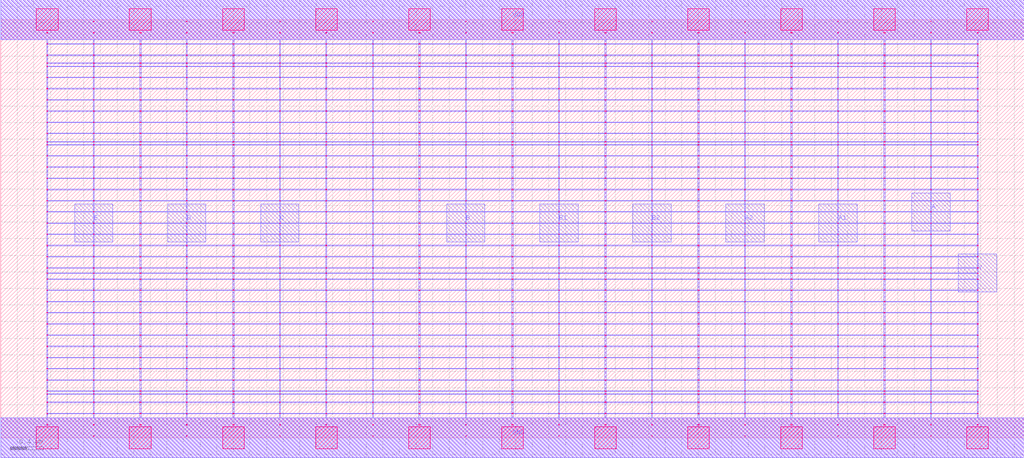
<source format=lef>
MACRO AAOAOI33111_DEBUG
 CLASS CORE ;
 FOREIGN AAOAOI33111_DEBUG 0 0 ;
 SIZE 12.32 BY 5.04 ;
 ORIGIN 0 0 ;
 SYMMETRY X Y R90 ;
 SITE unit ;
  PIN VDD
   DIRECTION INOUT ;
   USE SIGNAL ;
   SHAPE ABUTMENT ;
    PORT
     CLASS CORE ;
       LAYER met1 ;
        RECT 0.00000000 4.80000000 12.32000000 5.28000000 ;
       LAYER met2 ;
        RECT 0.00000000 4.80000000 12.32000000 5.28000000 ;
    END
  END VDD

  PIN GND
   DIRECTION INOUT ;
   USE SIGNAL ;
   SHAPE ABUTMENT ;
    PORT
     CLASS CORE ;
       LAYER met1 ;
        RECT 0.00000000 -0.24000000 12.32000000 0.24000000 ;
       LAYER met2 ;
        RECT 0.00000000 -0.24000000 12.32000000 0.24000000 ;
    END
  END GND

  PIN Y
   DIRECTION INOUT ;
   USE SIGNAL ;
   SHAPE ABUTMENT ;
    PORT
     CLASS CORE ;
       LAYER met2 ;
        RECT 11.53000000 1.75500000 11.99000000 2.21500000 ;
    END
  END Y

  PIN A2
   DIRECTION INOUT ;
   USE SIGNAL ;
   SHAPE ABUTMENT ;
    PORT
     CLASS CORE ;
       LAYER met2 ;
        RECT 8.73000000 2.35700000 9.19000000 2.81700000 ;
    END
  END A2

  PIN D
   DIRECTION INOUT ;
   USE SIGNAL ;
   SHAPE ABUTMENT ;
    PORT
     CLASS CORE ;
       LAYER met2 ;
        RECT 2.01000000 2.35700000 2.47000000 2.81700000 ;
    END
  END D

  PIN B1
   DIRECTION INOUT ;
   USE SIGNAL ;
   SHAPE ABUTMENT ;
    PORT
     CLASS CORE ;
       LAYER met2 ;
        RECT 6.49000000 2.35700000 6.95000000 2.81700000 ;
    END
  END B1

  PIN A
   DIRECTION INOUT ;
   USE SIGNAL ;
   SHAPE ABUTMENT ;
    PORT
     CLASS CORE ;
       LAYER met2 ;
        RECT 10.97000000 2.49200000 11.43000000 2.95200000 ;
    END
  END A

  PIN E
   DIRECTION INOUT ;
   USE SIGNAL ;
   SHAPE ABUTMENT ;
    PORT
     CLASS CORE ;
       LAYER met2 ;
        RECT 0.89000000 2.35700000 1.35000000 2.81700000 ;
    END
  END E

  PIN A1
   DIRECTION INOUT ;
   USE SIGNAL ;
   SHAPE ABUTMENT ;
    PORT
     CLASS CORE ;
       LAYER met2 ;
        RECT 9.85000000 2.35700000 10.31000000 2.81700000 ;
    END
  END A1

  PIN B
   DIRECTION INOUT ;
   USE SIGNAL ;
   SHAPE ABUTMENT ;
    PORT
     CLASS CORE ;
       LAYER met2 ;
        RECT 5.37000000 2.35700000 5.83000000 2.81700000 ;
    END
  END B

  PIN B2
   DIRECTION INOUT ;
   USE SIGNAL ;
   SHAPE ABUTMENT ;
    PORT
     CLASS CORE ;
       LAYER met2 ;
        RECT 7.61000000 2.35700000 8.07000000 2.81700000 ;
    END
  END B2

  PIN C
   DIRECTION INOUT ;
   USE SIGNAL ;
   SHAPE ABUTMENT ;
    PORT
     CLASS CORE ;
       LAYER met2 ;
        RECT 3.13000000 2.35700000 3.59000000 2.81700000 ;
    END
  END C

 OBS
    LAYER polycont ;
     RECT 6.15100000 2.58300000 6.16900000 2.59100000 ;
     RECT 6.15100000 2.71800000 6.16900000 2.72600000 ;
     RECT 6.15100000 2.85300000 6.16900000 2.86100000 ;
     RECT 6.15100000 2.98800000 6.16900000 2.99600000 ;
     RECT 8.39100000 2.58300000 8.40900000 2.59100000 ;
     RECT 8.95600000 2.58300000 8.96400000 2.59100000 ;
     RECT 9.51100000 2.58300000 9.52900000 2.59100000 ;
     RECT 10.07600000 2.58300000 10.08400000 2.59100000 ;
     RECT 10.63100000 2.58300000 10.64900000 2.59100000 ;
     RECT 11.19600000 2.58300000 11.20400000 2.59100000 ;
     RECT 11.75600000 2.58300000 11.76900000 2.59100000 ;
     RECT 6.71600000 2.58300000 6.72400000 2.59100000 ;
     RECT 6.71600000 2.71800000 6.72400000 2.72600000 ;
     RECT 7.27100000 2.71800000 7.28900000 2.72600000 ;
     RECT 7.83600000 2.71800000 7.84400000 2.72600000 ;
     RECT 8.39100000 2.71800000 8.40900000 2.72600000 ;
     RECT 8.95600000 2.71800000 8.96400000 2.72600000 ;
     RECT 9.51100000 2.71800000 9.52900000 2.72600000 ;
     RECT 10.07600000 2.71800000 10.08400000 2.72600000 ;
     RECT 10.63100000 2.71800000 10.64900000 2.72600000 ;
     RECT 11.19600000 2.71800000 11.20400000 2.72600000 ;
     RECT 11.75600000 2.71800000 11.76900000 2.72600000 ;
     RECT 7.27100000 2.58300000 7.28900000 2.59100000 ;
     RECT 6.71600000 2.85300000 6.72400000 2.86100000 ;
     RECT 7.27100000 2.85300000 7.28900000 2.86100000 ;
     RECT 7.83600000 2.85300000 7.84400000 2.86100000 ;
     RECT 8.39100000 2.85300000 8.40900000 2.86100000 ;
     RECT 8.95600000 2.85300000 8.96400000 2.86100000 ;
     RECT 9.51100000 2.85300000 9.52900000 2.86100000 ;
     RECT 10.07600000 2.85300000 10.08400000 2.86100000 ;
     RECT 10.63100000 2.85300000 10.64900000 2.86100000 ;
     RECT 11.19600000 2.85300000 11.20400000 2.86100000 ;
     RECT 11.75600000 2.85300000 11.76900000 2.86100000 ;
     RECT 7.83600000 2.58300000 7.84400000 2.59100000 ;
     RECT 6.71600000 2.98800000 6.72400000 2.99600000 ;
     RECT 7.27100000 2.98800000 7.28900000 2.99600000 ;
     RECT 7.83600000 2.98800000 7.84400000 2.99600000 ;
     RECT 8.39100000 2.98800000 8.40900000 2.99600000 ;
     RECT 8.95600000 2.98800000 8.96400000 2.99600000 ;
     RECT 9.51100000 2.98800000 9.52900000 2.99600000 ;
     RECT 10.07600000 2.98800000 10.08400000 2.99600000 ;
     RECT 10.63100000 2.98800000 10.64900000 2.99600000 ;
     RECT 11.19600000 2.98800000 11.20400000 2.99600000 ;
     RECT 11.75600000 2.98800000 11.76900000 2.99600000 ;
     RECT 1.67100000 2.85300000 1.68900000 2.86100000 ;
     RECT 2.23600000 2.85300000 2.24400000 2.86100000 ;
     RECT 2.79600000 2.85300000 2.80900000 2.86100000 ;
     RECT 3.35600000 2.85300000 3.36400000 2.86100000 ;
     RECT 3.91100000 2.85300000 3.92400000 2.86100000 ;
     RECT 4.47600000 2.85300000 4.48400000 2.86100000 ;
     RECT 5.03100000 2.85300000 5.04900000 2.86100000 ;
     RECT 5.59600000 2.85300000 5.60400000 2.86100000 ;
     RECT 1.11600000 2.71800000 1.12400000 2.72600000 ;
     RECT 1.67100000 2.71800000 1.68900000 2.72600000 ;
     RECT 2.23600000 2.71800000 2.24400000 2.72600000 ;
     RECT 2.79600000 2.71800000 2.80900000 2.72600000 ;
     RECT 3.35600000 2.71800000 3.36400000 2.72600000 ;
     RECT 3.91100000 2.71800000 3.92400000 2.72600000 ;
     RECT 4.47600000 2.71800000 4.48400000 2.72600000 ;
     RECT 5.03100000 2.71800000 5.04900000 2.72600000 ;
     RECT 5.59600000 2.71800000 5.60400000 2.72600000 ;
     RECT 1.11600000 2.58300000 1.12400000 2.59100000 ;
     RECT 1.67100000 2.58300000 1.68900000 2.59100000 ;
     RECT 0.55100000 2.98800000 0.56400000 2.99600000 ;
     RECT 1.11600000 2.98800000 1.12400000 2.99600000 ;
     RECT 1.67100000 2.98800000 1.68900000 2.99600000 ;
     RECT 2.23600000 2.98800000 2.24400000 2.99600000 ;
     RECT 2.79600000 2.98800000 2.80900000 2.99600000 ;
     RECT 3.35600000 2.98800000 3.36400000 2.99600000 ;
     RECT 3.91100000 2.98800000 3.92400000 2.99600000 ;
     RECT 4.47600000 2.98800000 4.48400000 2.99600000 ;
     RECT 5.03100000 2.98800000 5.04900000 2.99600000 ;
     RECT 5.59600000 2.98800000 5.60400000 2.99600000 ;
     RECT 2.23600000 2.58300000 2.24400000 2.59100000 ;
     RECT 2.79600000 2.58300000 2.80900000 2.59100000 ;
     RECT 3.35600000 2.58300000 3.36400000 2.59100000 ;
     RECT 3.91100000 2.58300000 3.92400000 2.59100000 ;
     RECT 4.47600000 2.58300000 4.48400000 2.59100000 ;
     RECT 5.03100000 2.58300000 5.04900000 2.59100000 ;
     RECT 5.59600000 2.58300000 5.60400000 2.59100000 ;
     RECT 0.55100000 2.58300000 0.56400000 2.59100000 ;
     RECT 0.55100000 2.71800000 0.56400000 2.72600000 ;
     RECT 0.55100000 2.85300000 0.56400000 2.86100000 ;
     RECT 1.11600000 2.85300000 1.12400000 2.86100000 ;
     RECT 3.35600000 3.12300000 3.36400000 3.13100000 ;
     RECT 3.35600000 3.25800000 3.36400000 3.26600000 ;
     RECT 3.35600000 3.39300000 3.36400000 3.40100000 ;
     RECT 3.35600000 3.52800000 3.36400000 3.53600000 ;
     RECT 3.35600000 3.56100000 3.36400000 3.56900000 ;
     RECT 3.35600000 3.66300000 3.36400000 3.67100000 ;
     RECT 3.35600000 3.79800000 3.36400000 3.80600000 ;
     RECT 3.35600000 3.93300000 3.36400000 3.94100000 ;
     RECT 3.35600000 4.06800000 3.36400000 4.07600000 ;
     RECT 3.35600000 4.20300000 3.36400000 4.21100000 ;
     RECT 3.35600000 4.33800000 3.36400000 4.34600000 ;
     RECT 3.35600000 4.47300000 3.36400000 4.48100000 ;
     RECT 3.35600000 4.51100000 3.36400000 4.51900000 ;
     RECT 3.35600000 4.60800000 3.36400000 4.61600000 ;
     RECT 3.35600000 4.74300000 3.36400000 4.75100000 ;
     RECT 3.35600000 4.87800000 3.36400000 4.88600000 ;
     RECT 4.47600000 0.15300000 4.48400000 0.16100000 ;
     RECT 4.47600000 0.28800000 4.48400000 0.29600000 ;
     RECT 4.47600000 0.42300000 4.48400000 0.43100000 ;
     RECT 4.47600000 0.52100000 4.48400000 0.52900000 ;
     RECT 4.47600000 0.55800000 4.48400000 0.56600000 ;
     RECT 4.47600000 0.69300000 4.48400000 0.70100000 ;
     RECT 4.47600000 0.82800000 4.48400000 0.83600000 ;
     RECT 4.47600000 0.96300000 4.48400000 0.97100000 ;
     RECT 4.47600000 1.09800000 4.48400000 1.10600000 ;
     RECT 4.47600000 1.23300000 4.48400000 1.24100000 ;
     RECT 4.47600000 1.36800000 4.48400000 1.37600000 ;
     RECT 4.47600000 1.50300000 4.48400000 1.51100000 ;
     RECT 4.47600000 1.63800000 4.48400000 1.64600000 ;
     RECT 4.47600000 1.77300000 4.48400000 1.78100000 ;
     RECT 4.47600000 1.90800000 4.48400000 1.91600000 ;
     RECT 4.47600000 1.98100000 4.48400000 1.98900000 ;
     RECT 4.47600000 2.04300000 4.48400000 2.05100000 ;
     RECT 4.47600000 2.17800000 4.48400000 2.18600000 ;
     RECT 4.47600000 2.31300000 4.48400000 2.32100000 ;
     RECT 4.47600000 2.44800000 4.48400000 2.45600000 ;

    LAYER pdiffc ;
     RECT 0.55100000 3.39300000 0.55900000 3.40100000 ;
     RECT 2.80100000 3.39300000 2.80900000 3.40100000 ;
     RECT 3.91100000 3.39300000 3.91900000 3.40100000 ;
     RECT 11.76100000 3.39300000 11.76900000 3.40100000 ;
     RECT 0.55100000 3.52800000 0.55900000 3.53600000 ;
     RECT 2.80100000 3.52800000 2.80900000 3.53600000 ;
     RECT 3.91100000 3.52800000 3.91900000 3.53600000 ;
     RECT 11.76100000 3.52800000 11.76900000 3.53600000 ;
     RECT 0.55100000 3.56100000 0.55900000 3.56900000 ;
     RECT 2.80100000 3.56100000 2.80900000 3.56900000 ;
     RECT 3.91100000 3.56100000 3.91900000 3.56900000 ;
     RECT 11.76100000 3.56100000 11.76900000 3.56900000 ;
     RECT 0.55100000 3.66300000 0.55900000 3.67100000 ;
     RECT 2.80100000 3.66300000 2.80900000 3.67100000 ;
     RECT 3.91100000 3.66300000 3.91900000 3.67100000 ;
     RECT 11.76100000 3.66300000 11.76900000 3.67100000 ;
     RECT 0.55100000 3.79800000 0.55900000 3.80600000 ;
     RECT 2.80100000 3.79800000 2.80900000 3.80600000 ;
     RECT 3.91100000 3.79800000 3.91900000 3.80600000 ;
     RECT 11.76100000 3.79800000 11.76900000 3.80600000 ;
     RECT 0.55100000 3.93300000 0.55900000 3.94100000 ;
     RECT 2.80100000 3.93300000 2.80900000 3.94100000 ;
     RECT 3.91100000 3.93300000 3.91900000 3.94100000 ;
     RECT 11.76100000 3.93300000 11.76900000 3.94100000 ;
     RECT 0.55100000 4.06800000 0.55900000 4.07600000 ;
     RECT 2.80100000 4.06800000 2.80900000 4.07600000 ;
     RECT 3.91100000 4.06800000 3.91900000 4.07600000 ;
     RECT 11.76100000 4.06800000 11.76900000 4.07600000 ;
     RECT 0.55100000 4.20300000 0.55900000 4.21100000 ;
     RECT 2.80100000 4.20300000 2.80900000 4.21100000 ;
     RECT 3.91100000 4.20300000 3.91900000 4.21100000 ;
     RECT 11.76100000 4.20300000 11.76900000 4.21100000 ;
     RECT 0.55100000 4.33800000 0.55900000 4.34600000 ;
     RECT 2.80100000 4.33800000 2.80900000 4.34600000 ;
     RECT 3.91100000 4.33800000 3.91900000 4.34600000 ;
     RECT 11.76100000 4.33800000 11.76900000 4.34600000 ;
     RECT 0.55100000 4.47300000 0.55900000 4.48100000 ;
     RECT 2.80100000 4.47300000 2.80900000 4.48100000 ;
     RECT 3.91100000 4.47300000 3.91900000 4.48100000 ;
     RECT 11.76100000 4.47300000 11.76900000 4.48100000 ;
     RECT 0.55100000 4.51100000 0.55900000 4.51900000 ;
     RECT 2.80100000 4.51100000 2.80900000 4.51900000 ;
     RECT 3.91100000 4.51100000 3.91900000 4.51900000 ;
     RECT 11.76100000 4.51100000 11.76900000 4.51900000 ;
     RECT 0.55100000 4.60800000 0.55900000 4.61600000 ;
     RECT 2.80100000 4.60800000 2.80900000 4.61600000 ;
     RECT 3.91100000 4.60800000 3.91900000 4.61600000 ;
     RECT 11.76100000 4.60800000 11.76900000 4.61600000 ;

    LAYER ndiffc ;
     RECT 6.15100000 0.42300000 6.16900000 0.43100000 ;
     RECT 6.15100000 0.52100000 6.16900000 0.52900000 ;
     RECT 6.15100000 0.55800000 6.16900000 0.56600000 ;
     RECT 6.15100000 0.69300000 6.16900000 0.70100000 ;
     RECT 6.15100000 0.82800000 6.16900000 0.83600000 ;
     RECT 6.15100000 0.96300000 6.16900000 0.97100000 ;
     RECT 6.15100000 1.09800000 6.16900000 1.10600000 ;
     RECT 6.15100000 1.23300000 6.16900000 1.24100000 ;
     RECT 6.15100000 1.36800000 6.16900000 1.37600000 ;
     RECT 6.15100000 1.50300000 6.16900000 1.51100000 ;
     RECT 6.15100000 1.63800000 6.16900000 1.64600000 ;
     RECT 6.15100000 1.77300000 6.16900000 1.78100000 ;
     RECT 6.15100000 1.90800000 6.16900000 1.91600000 ;
     RECT 6.15100000 1.98100000 6.16900000 1.98900000 ;
     RECT 6.15100000 2.04300000 6.16900000 2.05100000 ;
     RECT 9.51100000 0.55800000 9.52900000 0.56600000 ;
     RECT 10.63100000 0.55800000 10.64900000 0.56600000 ;
     RECT 11.75600000 0.55800000 11.76900000 0.56600000 ;
     RECT 9.51100000 0.42300000 9.52900000 0.43100000 ;
     RECT 7.27100000 0.69300000 7.28900000 0.70100000 ;
     RECT 8.39100000 0.69300000 8.40900000 0.70100000 ;
     RECT 9.51100000 0.69300000 9.52900000 0.70100000 ;
     RECT 10.63100000 0.69300000 10.64900000 0.70100000 ;
     RECT 11.75600000 0.69300000 11.76900000 0.70100000 ;
     RECT 10.63100000 0.42300000 10.64900000 0.43100000 ;
     RECT 7.27100000 0.82800000 7.28900000 0.83600000 ;
     RECT 8.39100000 0.82800000 8.40900000 0.83600000 ;
     RECT 9.51100000 0.82800000 9.52900000 0.83600000 ;
     RECT 10.63100000 0.82800000 10.64900000 0.83600000 ;
     RECT 11.75600000 0.82800000 11.76900000 0.83600000 ;
     RECT 11.75600000 0.42300000 11.76900000 0.43100000 ;
     RECT 7.27100000 0.96300000 7.28900000 0.97100000 ;
     RECT 8.39100000 0.96300000 8.40900000 0.97100000 ;
     RECT 9.51100000 0.96300000 9.52900000 0.97100000 ;
     RECT 10.63100000 0.96300000 10.64900000 0.97100000 ;
     RECT 11.75600000 0.96300000 11.76900000 0.97100000 ;
     RECT 7.27100000 0.42300000 7.28900000 0.43100000 ;
     RECT 7.27100000 1.09800000 7.28900000 1.10600000 ;
     RECT 8.39100000 1.09800000 8.40900000 1.10600000 ;
     RECT 9.51100000 1.09800000 9.52900000 1.10600000 ;
     RECT 10.63100000 1.09800000 10.64900000 1.10600000 ;
     RECT 11.75600000 1.09800000 11.76900000 1.10600000 ;
     RECT 7.27100000 0.52100000 7.28900000 0.52900000 ;
     RECT 7.27100000 1.23300000 7.28900000 1.24100000 ;
     RECT 8.39100000 1.23300000 8.40900000 1.24100000 ;
     RECT 9.51100000 1.23300000 9.52900000 1.24100000 ;
     RECT 10.63100000 1.23300000 10.64900000 1.24100000 ;
     RECT 11.75600000 1.23300000 11.76900000 1.24100000 ;
     RECT 8.39100000 0.52100000 8.40900000 0.52900000 ;
     RECT 7.27100000 1.36800000 7.28900000 1.37600000 ;
     RECT 8.39100000 1.36800000 8.40900000 1.37600000 ;
     RECT 9.51100000 1.36800000 9.52900000 1.37600000 ;
     RECT 10.63100000 1.36800000 10.64900000 1.37600000 ;
     RECT 11.75600000 1.36800000 11.76900000 1.37600000 ;
     RECT 9.51100000 0.52100000 9.52900000 0.52900000 ;
     RECT 7.27100000 1.50300000 7.28900000 1.51100000 ;
     RECT 8.39100000 1.50300000 8.40900000 1.51100000 ;
     RECT 9.51100000 1.50300000 9.52900000 1.51100000 ;
     RECT 10.63100000 1.50300000 10.64900000 1.51100000 ;
     RECT 11.75600000 1.50300000 11.76900000 1.51100000 ;
     RECT 10.63100000 0.52100000 10.64900000 0.52900000 ;
     RECT 7.27100000 1.63800000 7.28900000 1.64600000 ;
     RECT 8.39100000 1.63800000 8.40900000 1.64600000 ;
     RECT 9.51100000 1.63800000 9.52900000 1.64600000 ;
     RECT 10.63100000 1.63800000 10.64900000 1.64600000 ;
     RECT 11.75600000 1.63800000 11.76900000 1.64600000 ;
     RECT 11.75600000 0.52100000 11.76900000 0.52900000 ;
     RECT 7.27100000 1.77300000 7.28900000 1.78100000 ;
     RECT 8.39100000 1.77300000 8.40900000 1.78100000 ;
     RECT 9.51100000 1.77300000 9.52900000 1.78100000 ;
     RECT 10.63100000 1.77300000 10.64900000 1.78100000 ;
     RECT 11.75600000 1.77300000 11.76900000 1.78100000 ;
     RECT 8.39100000 0.42300000 8.40900000 0.43100000 ;
     RECT 7.27100000 1.90800000 7.28900000 1.91600000 ;
     RECT 8.39100000 1.90800000 8.40900000 1.91600000 ;
     RECT 9.51100000 1.90800000 9.52900000 1.91600000 ;
     RECT 10.63100000 1.90800000 10.64900000 1.91600000 ;
     RECT 11.75600000 1.90800000 11.76900000 1.91600000 ;
     RECT 7.27100000 0.55800000 7.28900000 0.56600000 ;
     RECT 7.27100000 1.98100000 7.28900000 1.98900000 ;
     RECT 8.39100000 1.98100000 8.40900000 1.98900000 ;
     RECT 9.51100000 1.98100000 9.52900000 1.98900000 ;
     RECT 10.63100000 1.98100000 10.64900000 1.98900000 ;
     RECT 11.75600000 1.98100000 11.76900000 1.98900000 ;
     RECT 8.39100000 0.55800000 8.40900000 0.56600000 ;
     RECT 7.27100000 2.04300000 7.28900000 2.05100000 ;
     RECT 8.39100000 2.04300000 8.40900000 2.05100000 ;
     RECT 9.51100000 2.04300000 9.52900000 2.05100000 ;
     RECT 10.63100000 2.04300000 10.64900000 2.05100000 ;
     RECT 11.75600000 2.04300000 11.76900000 2.05100000 ;
     RECT 2.79600000 1.36800000 2.80900000 1.37600000 ;
     RECT 3.91100000 1.36800000 3.92400000 1.37600000 ;
     RECT 5.03100000 1.36800000 5.04900000 1.37600000 ;
     RECT 5.03100000 0.82800000 5.04900000 0.83600000 ;
     RECT 2.79600000 0.55800000 2.80900000 0.56600000 ;
     RECT 3.91100000 0.55800000 3.92400000 0.56600000 ;
     RECT 5.03100000 0.55800000 5.04900000 0.56600000 ;
     RECT 1.67100000 0.52100000 1.68900000 0.52900000 ;
     RECT 2.79600000 0.52100000 2.80900000 0.52900000 ;
     RECT 0.55100000 1.50300000 0.56400000 1.51100000 ;
     RECT 1.67100000 1.50300000 1.68900000 1.51100000 ;
     RECT 2.79600000 1.50300000 2.80900000 1.51100000 ;
     RECT 3.91100000 1.50300000 3.92400000 1.51100000 ;
     RECT 5.03100000 1.50300000 5.04900000 1.51100000 ;
     RECT 3.91100000 0.52100000 3.92400000 0.52900000 ;
     RECT 0.55100000 0.96300000 0.56400000 0.97100000 ;
     RECT 1.67100000 0.96300000 1.68900000 0.97100000 ;
     RECT 2.79600000 0.96300000 2.80900000 0.97100000 ;
     RECT 3.91100000 0.96300000 3.92400000 0.97100000 ;
     RECT 5.03100000 0.96300000 5.04900000 0.97100000 ;
     RECT 0.55100000 1.63800000 0.56400000 1.64600000 ;
     RECT 1.67100000 1.63800000 1.68900000 1.64600000 ;
     RECT 2.79600000 1.63800000 2.80900000 1.64600000 ;
     RECT 3.91100000 1.63800000 3.92400000 1.64600000 ;
     RECT 5.03100000 1.63800000 5.04900000 1.64600000 ;
     RECT 5.03100000 0.52100000 5.04900000 0.52900000 ;
     RECT 1.67100000 0.42300000 1.68900000 0.43100000 ;
     RECT 2.79600000 0.42300000 2.80900000 0.43100000 ;
     RECT 0.55100000 0.69300000 0.56400000 0.70100000 ;
     RECT 1.67100000 0.69300000 1.68900000 0.70100000 ;
     RECT 2.79600000 0.69300000 2.80900000 0.70100000 ;
     RECT 0.55100000 1.77300000 0.56400000 1.78100000 ;
     RECT 1.67100000 1.77300000 1.68900000 1.78100000 ;
     RECT 2.79600000 1.77300000 2.80900000 1.78100000 ;
     RECT 3.91100000 1.77300000 3.92400000 1.78100000 ;
     RECT 5.03100000 1.77300000 5.04900000 1.78100000 ;
     RECT 0.55100000 1.09800000 0.56400000 1.10600000 ;
     RECT 1.67100000 1.09800000 1.68900000 1.10600000 ;
     RECT 2.79600000 1.09800000 2.80900000 1.10600000 ;
     RECT 3.91100000 1.09800000 3.92400000 1.10600000 ;
     RECT 5.03100000 1.09800000 5.04900000 1.10600000 ;
     RECT 3.91100000 0.69300000 3.92400000 0.70100000 ;
     RECT 0.55100000 1.90800000 0.56400000 1.91600000 ;
     RECT 1.67100000 1.90800000 1.68900000 1.91600000 ;
     RECT 2.79600000 1.90800000 2.80900000 1.91600000 ;
     RECT 3.91100000 1.90800000 3.92400000 1.91600000 ;
     RECT 5.03100000 1.90800000 5.04900000 1.91600000 ;
     RECT 5.03100000 0.69300000 5.04900000 0.70100000 ;
     RECT 3.91100000 0.42300000 3.92400000 0.43100000 ;
     RECT 5.03100000 0.42300000 5.04900000 0.43100000 ;
     RECT 0.55100000 0.42300000 0.56400000 0.43100000 ;
     RECT 0.55100000 0.52100000 0.56400000 0.52900000 ;
     RECT 0.55100000 1.23300000 0.56400000 1.24100000 ;
     RECT 0.55100000 1.98100000 0.56400000 1.98900000 ;
     RECT 1.67100000 1.98100000 1.68900000 1.98900000 ;
     RECT 2.79600000 1.98100000 2.80900000 1.98900000 ;
     RECT 3.91100000 1.98100000 3.92400000 1.98900000 ;
     RECT 5.03100000 1.98100000 5.04900000 1.98900000 ;
     RECT 1.67100000 1.23300000 1.68900000 1.24100000 ;
     RECT 2.79600000 1.23300000 2.80900000 1.24100000 ;
     RECT 3.91100000 1.23300000 3.92400000 1.24100000 ;
     RECT 5.03100000 1.23300000 5.04900000 1.24100000 ;
     RECT 0.55100000 0.55800000 0.56400000 0.56600000 ;
     RECT 1.67100000 0.55800000 1.68900000 0.56600000 ;
     RECT 0.55100000 2.04300000 0.56400000 2.05100000 ;
     RECT 1.67100000 2.04300000 1.68900000 2.05100000 ;
     RECT 2.79600000 2.04300000 2.80900000 2.05100000 ;
     RECT 3.91100000 2.04300000 3.92400000 2.05100000 ;
     RECT 5.03100000 2.04300000 5.04900000 2.05100000 ;
     RECT 0.55100000 0.82800000 0.56400000 0.83600000 ;
     RECT 1.67100000 0.82800000 1.68900000 0.83600000 ;
     RECT 2.79600000 0.82800000 2.80900000 0.83600000 ;
     RECT 3.91100000 0.82800000 3.92400000 0.83600000 ;
     RECT 0.55100000 1.36800000 0.56400000 1.37600000 ;
     RECT 1.67100000 1.36800000 1.68900000 1.37600000 ;

    LAYER met1 ;
     RECT 0.00000000 -0.24000000 12.32000000 0.24000000 ;
     RECT 6.15100000 0.24000000 6.16900000 0.28800000 ;
     RECT 0.55100000 0.28800000 11.76900000 0.29600000 ;
     RECT 6.15100000 0.29600000 6.16900000 0.42300000 ;
     RECT 0.55100000 0.42300000 11.76900000 0.43100000 ;
     RECT 6.15100000 0.43100000 6.16900000 0.52100000 ;
     RECT 0.55100000 0.52100000 11.76900000 0.52900000 ;
     RECT 6.15100000 0.52900000 6.16900000 0.55800000 ;
     RECT 0.55100000 0.55800000 11.76900000 0.56600000 ;
     RECT 6.15100000 0.56600000 6.16900000 0.69300000 ;
     RECT 0.55100000 0.69300000 11.76900000 0.70100000 ;
     RECT 6.15100000 0.70100000 6.16900000 0.82800000 ;
     RECT 0.55100000 0.82800000 11.76900000 0.83600000 ;
     RECT 6.15100000 0.83600000 6.16900000 0.96300000 ;
     RECT 0.55100000 0.96300000 11.76900000 0.97100000 ;
     RECT 6.15100000 0.97100000 6.16900000 1.09800000 ;
     RECT 0.55100000 1.09800000 11.76900000 1.10600000 ;
     RECT 6.15100000 1.10600000 6.16900000 1.23300000 ;
     RECT 0.55100000 1.23300000 11.76900000 1.24100000 ;
     RECT 6.15100000 1.24100000 6.16900000 1.36800000 ;
     RECT 0.55100000 1.36800000 11.76900000 1.37600000 ;
     RECT 6.15100000 1.37600000 6.16900000 1.50300000 ;
     RECT 0.55100000 1.50300000 11.76900000 1.51100000 ;
     RECT 6.15100000 1.51100000 6.16900000 1.63800000 ;
     RECT 0.55100000 1.63800000 11.76900000 1.64600000 ;
     RECT 6.15100000 1.64600000 6.16900000 1.77300000 ;
     RECT 0.55100000 1.77300000 11.76900000 1.78100000 ;
     RECT 6.15100000 1.78100000 6.16900000 1.90800000 ;
     RECT 0.55100000 1.90800000 11.76900000 1.91600000 ;
     RECT 6.15100000 1.91600000 6.16900000 1.98100000 ;
     RECT 0.55100000 1.98100000 11.76900000 1.98900000 ;
     RECT 6.15100000 1.98900000 6.16900000 2.04300000 ;
     RECT 0.55100000 2.04300000 11.76900000 2.05100000 ;
     RECT 6.15100000 2.05100000 6.16900000 2.17800000 ;
     RECT 0.55100000 2.17800000 11.76900000 2.18600000 ;
     RECT 6.15100000 2.18600000 6.16900000 2.31300000 ;
     RECT 0.55100000 2.31300000 11.76900000 2.32100000 ;
     RECT 6.15100000 2.32100000 6.16900000 2.44800000 ;
     RECT 0.55100000 2.44800000 11.76900000 2.45600000 ;
     RECT 0.55100000 2.45600000 0.56400000 2.58300000 ;
     RECT 1.11600000 2.45600000 1.12400000 2.58300000 ;
     RECT 1.67100000 2.45600000 1.68900000 2.58300000 ;
     RECT 2.23600000 2.45600000 2.24400000 2.58300000 ;
     RECT 2.79600000 2.45600000 2.80900000 2.58300000 ;
     RECT 3.35600000 2.45600000 3.36400000 2.58300000 ;
     RECT 3.91100000 2.45600000 3.92400000 2.58300000 ;
     RECT 4.47600000 2.45600000 4.48400000 2.58300000 ;
     RECT 5.03100000 2.45600000 5.04900000 2.58300000 ;
     RECT 5.59600000 2.45600000 5.60400000 2.58300000 ;
     RECT 6.15100000 2.45600000 6.16900000 2.58300000 ;
     RECT 6.71600000 2.45600000 6.72400000 2.58300000 ;
     RECT 7.27100000 2.45600000 7.28900000 2.58300000 ;
     RECT 7.83600000 2.45600000 7.84400000 2.58300000 ;
     RECT 8.39100000 2.45600000 8.40900000 2.58300000 ;
     RECT 8.95600000 2.45600000 8.96400000 2.58300000 ;
     RECT 9.51100000 2.45600000 9.52900000 2.58300000 ;
     RECT 10.07600000 2.45600000 10.08400000 2.58300000 ;
     RECT 10.63100000 2.45600000 10.64900000 2.58300000 ;
     RECT 11.19600000 2.45600000 11.20400000 2.58300000 ;
     RECT 11.75600000 2.45600000 11.76900000 2.58300000 ;
     RECT 0.55100000 2.58300000 11.76900000 2.59100000 ;
     RECT 6.15100000 2.59100000 6.16900000 2.71800000 ;
     RECT 0.55100000 2.71800000 11.76900000 2.72600000 ;
     RECT 6.15100000 2.72600000 6.16900000 2.85300000 ;
     RECT 0.55100000 2.85300000 11.76900000 2.86100000 ;
     RECT 6.15100000 2.86100000 6.16900000 2.98800000 ;
     RECT 0.55100000 2.98800000 11.76900000 2.99600000 ;
     RECT 6.15100000 2.99600000 6.16900000 3.12300000 ;
     RECT 0.55100000 3.12300000 11.76900000 3.13100000 ;
     RECT 6.15100000 3.13100000 6.16900000 3.25800000 ;
     RECT 0.55100000 3.25800000 11.76900000 3.26600000 ;
     RECT 6.15100000 3.26600000 6.16900000 3.39300000 ;
     RECT 0.55100000 3.39300000 11.76900000 3.40100000 ;
     RECT 6.15100000 3.40100000 6.16900000 3.52800000 ;
     RECT 0.55100000 3.52800000 11.76900000 3.53600000 ;
     RECT 6.15100000 3.53600000 6.16900000 3.56100000 ;
     RECT 0.55100000 3.56100000 11.76900000 3.56900000 ;
     RECT 6.15100000 3.56900000 6.16900000 3.66300000 ;
     RECT 0.55100000 3.66300000 11.76900000 3.67100000 ;
     RECT 6.15100000 3.67100000 6.16900000 3.79800000 ;
     RECT 0.55100000 3.79800000 11.76900000 3.80600000 ;
     RECT 6.15100000 3.80600000 6.16900000 3.93300000 ;
     RECT 0.55100000 3.93300000 11.76900000 3.94100000 ;
     RECT 6.15100000 3.94100000 6.16900000 4.06800000 ;
     RECT 0.55100000 4.06800000 11.76900000 4.07600000 ;
     RECT 6.15100000 4.07600000 6.16900000 4.20300000 ;
     RECT 0.55100000 4.20300000 11.76900000 4.21100000 ;
     RECT 6.15100000 4.21100000 6.16900000 4.33800000 ;
     RECT 0.55100000 4.33800000 11.76900000 4.34600000 ;
     RECT 6.15100000 4.34600000 6.16900000 4.47300000 ;
     RECT 0.55100000 4.47300000 11.76900000 4.48100000 ;
     RECT 6.15100000 4.48100000 6.16900000 4.51100000 ;
     RECT 0.55100000 4.51100000 11.76900000 4.51900000 ;
     RECT 6.15100000 4.51900000 6.16900000 4.60800000 ;
     RECT 0.55100000 4.60800000 11.76900000 4.61600000 ;
     RECT 6.15100000 4.61600000 6.16900000 4.74300000 ;
     RECT 0.55100000 4.74300000 11.76900000 4.75100000 ;
     RECT 6.15100000 4.75100000 6.16900000 4.80000000 ;
     RECT 0.00000000 4.80000000 12.32000000 5.28000000 ;
     RECT 6.71600000 3.80600000 6.72400000 3.93300000 ;
     RECT 7.27100000 3.80600000 7.28900000 3.93300000 ;
     RECT 7.83600000 3.80600000 7.84400000 3.93300000 ;
     RECT 8.39100000 3.80600000 8.40900000 3.93300000 ;
     RECT 8.95600000 3.80600000 8.96400000 3.93300000 ;
     RECT 9.51100000 3.80600000 9.52900000 3.93300000 ;
     RECT 10.07600000 3.80600000 10.08400000 3.93300000 ;
     RECT 10.63100000 3.80600000 10.64900000 3.93300000 ;
     RECT 11.19600000 3.80600000 11.20400000 3.93300000 ;
     RECT 11.75600000 3.80600000 11.76900000 3.93300000 ;
     RECT 9.51100000 3.94100000 9.52900000 4.06800000 ;
     RECT 10.07600000 3.94100000 10.08400000 4.06800000 ;
     RECT 10.63100000 3.94100000 10.64900000 4.06800000 ;
     RECT 11.19600000 3.94100000 11.20400000 4.06800000 ;
     RECT 11.75600000 3.94100000 11.76900000 4.06800000 ;
     RECT 9.51100000 4.07600000 9.52900000 4.20300000 ;
     RECT 10.07600000 4.07600000 10.08400000 4.20300000 ;
     RECT 10.63100000 4.07600000 10.64900000 4.20300000 ;
     RECT 11.19600000 4.07600000 11.20400000 4.20300000 ;
     RECT 11.75600000 4.07600000 11.76900000 4.20300000 ;
     RECT 9.51100000 4.21100000 9.52900000 4.33800000 ;
     RECT 10.07600000 4.21100000 10.08400000 4.33800000 ;
     RECT 10.63100000 4.21100000 10.64900000 4.33800000 ;
     RECT 11.19600000 4.21100000 11.20400000 4.33800000 ;
     RECT 11.75600000 4.21100000 11.76900000 4.33800000 ;
     RECT 9.51100000 4.34600000 9.52900000 4.47300000 ;
     RECT 10.07600000 4.34600000 10.08400000 4.47300000 ;
     RECT 10.63100000 4.34600000 10.64900000 4.47300000 ;
     RECT 11.19600000 4.34600000 11.20400000 4.47300000 ;
     RECT 11.75600000 4.34600000 11.76900000 4.47300000 ;
     RECT 9.51100000 4.48100000 9.52900000 4.51100000 ;
     RECT 10.07600000 4.48100000 10.08400000 4.51100000 ;
     RECT 10.63100000 4.48100000 10.64900000 4.51100000 ;
     RECT 11.19600000 4.48100000 11.20400000 4.51100000 ;
     RECT 11.75600000 4.48100000 11.76900000 4.51100000 ;
     RECT 9.51100000 4.51900000 9.52900000 4.60800000 ;
     RECT 10.07600000 4.51900000 10.08400000 4.60800000 ;
     RECT 10.63100000 4.51900000 10.64900000 4.60800000 ;
     RECT 11.19600000 4.51900000 11.20400000 4.60800000 ;
     RECT 11.75600000 4.51900000 11.76900000 4.60800000 ;
     RECT 9.51100000 4.61600000 9.52900000 4.74300000 ;
     RECT 10.07600000 4.61600000 10.08400000 4.74300000 ;
     RECT 10.63100000 4.61600000 10.64900000 4.74300000 ;
     RECT 11.19600000 4.61600000 11.20400000 4.74300000 ;
     RECT 11.75600000 4.61600000 11.76900000 4.74300000 ;
     RECT 9.51100000 4.75100000 9.52900000 4.80000000 ;
     RECT 10.07600000 4.75100000 10.08400000 4.80000000 ;
     RECT 10.63100000 4.75100000 10.64900000 4.80000000 ;
     RECT 11.19600000 4.75100000 11.20400000 4.80000000 ;
     RECT 11.75600000 4.75100000 11.76900000 4.80000000 ;
     RECT 6.71600000 4.48100000 6.72400000 4.51100000 ;
     RECT 7.27100000 4.48100000 7.28900000 4.51100000 ;
     RECT 7.83600000 4.48100000 7.84400000 4.51100000 ;
     RECT 8.39100000 4.48100000 8.40900000 4.51100000 ;
     RECT 8.95600000 4.48100000 8.96400000 4.51100000 ;
     RECT 6.71600000 4.21100000 6.72400000 4.33800000 ;
     RECT 7.27100000 4.21100000 7.28900000 4.33800000 ;
     RECT 7.83600000 4.21100000 7.84400000 4.33800000 ;
     RECT 8.39100000 4.21100000 8.40900000 4.33800000 ;
     RECT 8.95600000 4.21100000 8.96400000 4.33800000 ;
     RECT 6.71600000 4.51900000 6.72400000 4.60800000 ;
     RECT 7.27100000 4.51900000 7.28900000 4.60800000 ;
     RECT 7.83600000 4.51900000 7.84400000 4.60800000 ;
     RECT 8.39100000 4.51900000 8.40900000 4.60800000 ;
     RECT 8.95600000 4.51900000 8.96400000 4.60800000 ;
     RECT 6.71600000 4.07600000 6.72400000 4.20300000 ;
     RECT 7.27100000 4.07600000 7.28900000 4.20300000 ;
     RECT 7.83600000 4.07600000 7.84400000 4.20300000 ;
     RECT 8.39100000 4.07600000 8.40900000 4.20300000 ;
     RECT 8.95600000 4.07600000 8.96400000 4.20300000 ;
     RECT 6.71600000 4.61600000 6.72400000 4.74300000 ;
     RECT 7.27100000 4.61600000 7.28900000 4.74300000 ;
     RECT 7.83600000 4.61600000 7.84400000 4.74300000 ;
     RECT 8.39100000 4.61600000 8.40900000 4.74300000 ;
     RECT 8.95600000 4.61600000 8.96400000 4.74300000 ;
     RECT 6.71600000 4.34600000 6.72400000 4.47300000 ;
     RECT 7.27100000 4.34600000 7.28900000 4.47300000 ;
     RECT 7.83600000 4.34600000 7.84400000 4.47300000 ;
     RECT 8.39100000 4.34600000 8.40900000 4.47300000 ;
     RECT 8.95600000 4.34600000 8.96400000 4.47300000 ;
     RECT 6.71600000 4.75100000 6.72400000 4.80000000 ;
     RECT 7.27100000 4.75100000 7.28900000 4.80000000 ;
     RECT 7.83600000 4.75100000 7.84400000 4.80000000 ;
     RECT 8.39100000 4.75100000 8.40900000 4.80000000 ;
     RECT 8.95600000 4.75100000 8.96400000 4.80000000 ;
     RECT 6.71600000 3.94100000 6.72400000 4.06800000 ;
     RECT 7.27100000 3.94100000 7.28900000 4.06800000 ;
     RECT 7.83600000 3.94100000 7.84400000 4.06800000 ;
     RECT 8.39100000 3.94100000 8.40900000 4.06800000 ;
     RECT 8.95600000 3.94100000 8.96400000 4.06800000 ;
     RECT 8.39100000 2.99600000 8.40900000 3.12300000 ;
     RECT 8.95600000 2.99600000 8.96400000 3.12300000 ;
     RECT 6.71600000 3.13100000 6.72400000 3.25800000 ;
     RECT 7.27100000 3.13100000 7.28900000 3.25800000 ;
     RECT 7.83600000 3.13100000 7.84400000 3.25800000 ;
     RECT 8.39100000 3.13100000 8.40900000 3.25800000 ;
     RECT 8.95600000 3.13100000 8.96400000 3.25800000 ;
     RECT 8.95600000 2.86100000 8.96400000 2.98800000 ;
     RECT 6.71600000 3.26600000 6.72400000 3.39300000 ;
     RECT 7.27100000 3.26600000 7.28900000 3.39300000 ;
     RECT 7.83600000 3.26600000 7.84400000 3.39300000 ;
     RECT 8.39100000 3.26600000 8.40900000 3.39300000 ;
     RECT 8.95600000 3.26600000 8.96400000 3.39300000 ;
     RECT 6.71600000 2.59100000 6.72400000 2.71800000 ;
     RECT 7.27100000 2.59100000 7.28900000 2.71800000 ;
     RECT 6.71600000 3.40100000 6.72400000 3.52800000 ;
     RECT 7.27100000 3.40100000 7.28900000 3.52800000 ;
     RECT 7.83600000 3.40100000 7.84400000 3.52800000 ;
     RECT 8.39100000 3.40100000 8.40900000 3.52800000 ;
     RECT 7.83600000 2.59100000 7.84400000 2.71800000 ;
     RECT 8.39100000 2.59100000 8.40900000 2.71800000 ;
     RECT 8.95600000 3.40100000 8.96400000 3.52800000 ;
     RECT 6.71600000 2.72600000 6.72400000 2.85300000 ;
     RECT 7.27100000 2.72600000 7.28900000 2.85300000 ;
     RECT 6.71600000 3.53600000 6.72400000 3.56100000 ;
     RECT 7.27100000 3.53600000 7.28900000 3.56100000 ;
     RECT 7.83600000 3.53600000 7.84400000 3.56100000 ;
     RECT 8.39100000 3.53600000 8.40900000 3.56100000 ;
     RECT 8.95600000 3.53600000 8.96400000 3.56100000 ;
     RECT 7.83600000 2.72600000 7.84400000 2.85300000 ;
     RECT 8.39100000 2.72600000 8.40900000 2.85300000 ;
     RECT 6.71600000 2.86100000 6.72400000 2.98800000 ;
     RECT 7.27100000 2.86100000 7.28900000 2.98800000 ;
     RECT 6.71600000 3.56900000 6.72400000 3.66300000 ;
     RECT 7.27100000 3.56900000 7.28900000 3.66300000 ;
     RECT 7.83600000 3.56900000 7.84400000 3.66300000 ;
     RECT 8.39100000 3.56900000 8.40900000 3.66300000 ;
     RECT 8.95600000 3.56900000 8.96400000 3.66300000 ;
     RECT 8.95600000 2.59100000 8.96400000 2.71800000 ;
     RECT 8.95600000 2.72600000 8.96400000 2.85300000 ;
     RECT 6.71600000 3.67100000 6.72400000 3.79800000 ;
     RECT 7.27100000 3.67100000 7.28900000 3.79800000 ;
     RECT 7.83600000 3.67100000 7.84400000 3.79800000 ;
     RECT 8.39100000 3.67100000 8.40900000 3.79800000 ;
     RECT 7.83600000 2.86100000 7.84400000 2.98800000 ;
     RECT 8.39100000 2.86100000 8.40900000 2.98800000 ;
     RECT 8.95600000 3.67100000 8.96400000 3.79800000 ;
     RECT 7.27100000 2.99600000 7.28900000 3.12300000 ;
     RECT 7.83600000 2.99600000 7.84400000 3.12300000 ;
     RECT 6.71600000 2.99600000 6.72400000 3.12300000 ;
     RECT 9.51100000 3.53600000 9.52900000 3.56100000 ;
     RECT 10.07600000 3.53600000 10.08400000 3.56100000 ;
     RECT 9.51100000 2.86100000 9.52900000 2.98800000 ;
     RECT 10.63100000 3.53600000 10.64900000 3.56100000 ;
     RECT 11.19600000 3.53600000 11.20400000 3.56100000 ;
     RECT 11.75600000 3.53600000 11.76900000 3.56100000 ;
     RECT 9.51100000 3.26600000 9.52900000 3.39300000 ;
     RECT 10.07600000 3.26600000 10.08400000 3.39300000 ;
     RECT 10.63100000 3.26600000 10.64900000 3.39300000 ;
     RECT 11.19600000 3.26600000 11.20400000 3.39300000 ;
     RECT 11.75600000 3.26600000 11.76900000 3.39300000 ;
     RECT 11.19600000 2.99600000 11.20400000 3.12300000 ;
     RECT 11.75600000 2.99600000 11.76900000 3.12300000 ;
     RECT 10.07600000 2.86100000 10.08400000 2.98800000 ;
     RECT 10.63100000 2.86100000 10.64900000 2.98800000 ;
     RECT 9.51100000 3.56900000 9.52900000 3.66300000 ;
     RECT 10.07600000 3.56900000 10.08400000 3.66300000 ;
     RECT 10.63100000 3.56900000 10.64900000 3.66300000 ;
     RECT 11.19600000 3.56900000 11.20400000 3.66300000 ;
     RECT 11.75600000 3.56900000 11.76900000 3.66300000 ;
     RECT 9.51100000 3.13100000 9.52900000 3.25800000 ;
     RECT 9.51100000 2.72600000 9.52900000 2.85300000 ;
     RECT 10.07600000 3.13100000 10.08400000 3.25800000 ;
     RECT 10.63100000 3.13100000 10.64900000 3.25800000 ;
     RECT 11.19600000 3.13100000 11.20400000 3.25800000 ;
     RECT 11.19600000 2.86100000 11.20400000 2.98800000 ;
     RECT 11.75600000 2.86100000 11.76900000 2.98800000 ;
     RECT 11.75600000 3.13100000 11.76900000 3.25800000 ;
     RECT 9.51100000 3.40100000 9.52900000 3.52800000 ;
     RECT 9.51100000 3.67100000 9.52900000 3.79800000 ;
     RECT 10.07600000 3.67100000 10.08400000 3.79800000 ;
     RECT 10.63100000 3.67100000 10.64900000 3.79800000 ;
     RECT 11.19600000 3.67100000 11.20400000 3.79800000 ;
     RECT 11.75600000 3.67100000 11.76900000 3.79800000 ;
     RECT 10.07600000 2.72600000 10.08400000 2.85300000 ;
     RECT 10.63100000 2.72600000 10.64900000 2.85300000 ;
     RECT 10.07600000 3.40100000 10.08400000 3.52800000 ;
     RECT 10.63100000 3.40100000 10.64900000 3.52800000 ;
     RECT 9.51100000 2.59100000 9.52900000 2.71800000 ;
     RECT 11.19600000 3.40100000 11.20400000 3.52800000 ;
     RECT 11.75600000 3.40100000 11.76900000 3.52800000 ;
     RECT 11.19600000 2.59100000 11.20400000 2.71800000 ;
     RECT 11.75600000 2.59100000 11.76900000 2.71800000 ;
     RECT 10.07600000 2.59100000 10.08400000 2.71800000 ;
     RECT 10.63100000 2.59100000 10.64900000 2.71800000 ;
     RECT 9.51100000 2.99600000 9.52900000 3.12300000 ;
     RECT 10.07600000 2.99600000 10.08400000 3.12300000 ;
     RECT 11.19600000 2.72600000 11.20400000 2.85300000 ;
     RECT 11.75600000 2.72600000 11.76900000 2.85300000 ;
     RECT 10.63100000 2.99600000 10.64900000 3.12300000 ;
     RECT 5.03100000 3.80600000 5.04900000 3.93300000 ;
     RECT 5.59600000 3.80600000 5.60400000 3.93300000 ;
     RECT 0.55100000 3.80600000 0.56400000 3.93300000 ;
     RECT 1.11600000 3.80600000 1.12400000 3.93300000 ;
     RECT 1.67100000 3.80600000 1.68900000 3.93300000 ;
     RECT 2.23600000 3.80600000 2.24400000 3.93300000 ;
     RECT 2.79600000 3.80600000 2.80900000 3.93300000 ;
     RECT 3.35600000 3.80600000 3.36400000 3.93300000 ;
     RECT 3.91100000 3.80600000 3.92400000 3.93300000 ;
     RECT 4.47600000 3.80600000 4.48400000 3.93300000 ;
     RECT 5.03100000 4.07600000 5.04900000 4.20300000 ;
     RECT 5.59600000 4.07600000 5.60400000 4.20300000 ;
     RECT 3.35600000 4.21100000 3.36400000 4.33800000 ;
     RECT 3.91100000 4.21100000 3.92400000 4.33800000 ;
     RECT 4.47600000 4.21100000 4.48400000 4.33800000 ;
     RECT 5.03100000 4.21100000 5.04900000 4.33800000 ;
     RECT 5.59600000 4.21100000 5.60400000 4.33800000 ;
     RECT 3.35600000 4.34600000 3.36400000 4.47300000 ;
     RECT 3.91100000 4.34600000 3.92400000 4.47300000 ;
     RECT 4.47600000 4.34600000 4.48400000 4.47300000 ;
     RECT 5.03100000 4.34600000 5.04900000 4.47300000 ;
     RECT 5.59600000 4.34600000 5.60400000 4.47300000 ;
     RECT 3.35600000 4.48100000 3.36400000 4.51100000 ;
     RECT 3.91100000 4.48100000 3.92400000 4.51100000 ;
     RECT 4.47600000 4.48100000 4.48400000 4.51100000 ;
     RECT 5.03100000 4.48100000 5.04900000 4.51100000 ;
     RECT 5.59600000 4.48100000 5.60400000 4.51100000 ;
     RECT 3.35600000 4.51900000 3.36400000 4.60800000 ;
     RECT 3.91100000 4.51900000 3.92400000 4.60800000 ;
     RECT 4.47600000 4.51900000 4.48400000 4.60800000 ;
     RECT 5.03100000 4.51900000 5.04900000 4.60800000 ;
     RECT 5.59600000 4.51900000 5.60400000 4.60800000 ;
     RECT 3.35600000 4.61600000 3.36400000 4.74300000 ;
     RECT 3.91100000 4.61600000 3.92400000 4.74300000 ;
     RECT 4.47600000 4.61600000 4.48400000 4.74300000 ;
     RECT 5.03100000 4.61600000 5.04900000 4.74300000 ;
     RECT 5.59600000 4.61600000 5.60400000 4.74300000 ;
     RECT 3.35600000 4.75100000 3.36400000 4.80000000 ;
     RECT 3.91100000 4.75100000 3.92400000 4.80000000 ;
     RECT 4.47600000 4.75100000 4.48400000 4.80000000 ;
     RECT 5.03100000 4.75100000 5.04900000 4.80000000 ;
     RECT 5.59600000 4.75100000 5.60400000 4.80000000 ;
     RECT 3.35600000 3.94100000 3.36400000 4.06800000 ;
     RECT 3.91100000 3.94100000 3.92400000 4.06800000 ;
     RECT 4.47600000 3.94100000 4.48400000 4.06800000 ;
     RECT 5.03100000 3.94100000 5.04900000 4.06800000 ;
     RECT 5.59600000 3.94100000 5.60400000 4.06800000 ;
     RECT 3.35600000 4.07600000 3.36400000 4.20300000 ;
     RECT 3.91100000 4.07600000 3.92400000 4.20300000 ;
     RECT 4.47600000 4.07600000 4.48400000 4.20300000 ;
     RECT 2.23600000 4.21100000 2.24400000 4.33800000 ;
     RECT 2.79600000 4.21100000 2.80900000 4.33800000 ;
     RECT 0.55100000 4.51900000 0.56400000 4.60800000 ;
     RECT 1.11600000 4.51900000 1.12400000 4.60800000 ;
     RECT 1.67100000 4.51900000 1.68900000 4.60800000 ;
     RECT 2.23600000 4.51900000 2.24400000 4.60800000 ;
     RECT 2.79600000 4.51900000 2.80900000 4.60800000 ;
     RECT 0.55100000 4.07600000 0.56400000 4.20300000 ;
     RECT 1.11600000 4.07600000 1.12400000 4.20300000 ;
     RECT 1.67100000 4.07600000 1.68900000 4.20300000 ;
     RECT 2.23600000 4.07600000 2.24400000 4.20300000 ;
     RECT 2.79600000 4.07600000 2.80900000 4.20300000 ;
     RECT 0.55100000 4.61600000 0.56400000 4.74300000 ;
     RECT 1.11600000 4.61600000 1.12400000 4.74300000 ;
     RECT 1.67100000 4.61600000 1.68900000 4.74300000 ;
     RECT 2.23600000 4.61600000 2.24400000 4.74300000 ;
     RECT 2.79600000 4.61600000 2.80900000 4.74300000 ;
     RECT 0.55100000 4.34600000 0.56400000 4.47300000 ;
     RECT 1.11600000 4.34600000 1.12400000 4.47300000 ;
     RECT 1.67100000 4.34600000 1.68900000 4.47300000 ;
     RECT 2.23600000 4.34600000 2.24400000 4.47300000 ;
     RECT 2.79600000 4.34600000 2.80900000 4.47300000 ;
     RECT 0.55100000 4.75100000 0.56400000 4.80000000 ;
     RECT 1.11600000 4.75100000 1.12400000 4.80000000 ;
     RECT 1.67100000 4.75100000 1.68900000 4.80000000 ;
     RECT 2.23600000 4.75100000 2.24400000 4.80000000 ;
     RECT 2.79600000 4.75100000 2.80900000 4.80000000 ;
     RECT 0.55100000 3.94100000 0.56400000 4.06800000 ;
     RECT 1.11600000 3.94100000 1.12400000 4.06800000 ;
     RECT 1.67100000 3.94100000 1.68900000 4.06800000 ;
     RECT 2.23600000 3.94100000 2.24400000 4.06800000 ;
     RECT 2.79600000 3.94100000 2.80900000 4.06800000 ;
     RECT 0.55100000 4.48100000 0.56400000 4.51100000 ;
     RECT 1.11600000 4.48100000 1.12400000 4.51100000 ;
     RECT 1.67100000 4.48100000 1.68900000 4.51100000 ;
     RECT 2.23600000 4.48100000 2.24400000 4.51100000 ;
     RECT 2.79600000 4.48100000 2.80900000 4.51100000 ;
     RECT 0.55100000 4.21100000 0.56400000 4.33800000 ;
     RECT 1.11600000 4.21100000 1.12400000 4.33800000 ;
     RECT 1.67100000 4.21100000 1.68900000 4.33800000 ;
     RECT 2.79600000 3.53600000 2.80900000 3.56100000 ;
     RECT 0.55100000 2.86100000 0.56400000 2.98800000 ;
     RECT 1.11600000 2.86100000 1.12400000 2.98800000 ;
     RECT 1.67100000 2.86100000 1.68900000 2.98800000 ;
     RECT 2.23600000 2.86100000 2.24400000 2.98800000 ;
     RECT 2.23600000 2.59100000 2.24400000 2.71800000 ;
     RECT 0.55100000 3.40100000 0.56400000 3.52800000 ;
     RECT 1.11600000 3.40100000 1.12400000 3.52800000 ;
     RECT 0.55100000 2.59100000 0.56400000 2.71800000 ;
     RECT 1.67100000 2.72600000 1.68900000 2.85300000 ;
     RECT 2.23600000 2.72600000 2.24400000 2.85300000 ;
     RECT 2.79600000 2.72600000 2.80900000 2.85300000 ;
     RECT 0.55100000 3.67100000 0.56400000 3.79800000 ;
     RECT 1.11600000 3.67100000 1.12400000 3.79800000 ;
     RECT 1.67100000 3.67100000 1.68900000 3.79800000 ;
     RECT 2.23600000 3.67100000 2.24400000 3.79800000 ;
     RECT 2.79600000 3.67100000 2.80900000 3.79800000 ;
     RECT 1.11600000 2.59100000 1.12400000 2.71800000 ;
     RECT 0.55100000 2.72600000 0.56400000 2.85300000 ;
     RECT 1.11600000 2.72600000 1.12400000 2.85300000 ;
     RECT 0.55100000 3.53600000 0.56400000 3.56100000 ;
     RECT 1.11600000 3.53600000 1.12400000 3.56100000 ;
     RECT 1.67100000 3.40100000 1.68900000 3.52800000 ;
     RECT 0.55100000 3.13100000 0.56400000 3.25800000 ;
     RECT 1.11600000 3.13100000 1.12400000 3.25800000 ;
     RECT 1.67100000 3.13100000 1.68900000 3.25800000 ;
     RECT 2.23600000 3.13100000 2.24400000 3.25800000 ;
     RECT 0.55100000 3.26600000 0.56400000 3.39300000 ;
     RECT 1.11600000 3.26600000 1.12400000 3.39300000 ;
     RECT 1.67100000 3.26600000 1.68900000 3.39300000 ;
     RECT 2.23600000 3.26600000 2.24400000 3.39300000 ;
     RECT 2.79600000 3.26600000 2.80900000 3.39300000 ;
     RECT 2.79600000 3.13100000 2.80900000 3.25800000 ;
     RECT 0.55100000 3.56900000 0.56400000 3.66300000 ;
     RECT 1.11600000 3.56900000 1.12400000 3.66300000 ;
     RECT 1.67100000 3.56900000 1.68900000 3.66300000 ;
     RECT 2.23600000 3.56900000 2.24400000 3.66300000 ;
     RECT 2.23600000 3.40100000 2.24400000 3.52800000 ;
     RECT 2.79600000 3.40100000 2.80900000 3.52800000 ;
     RECT 2.79600000 2.59100000 2.80900000 2.71800000 ;
     RECT 0.55100000 2.99600000 0.56400000 3.12300000 ;
     RECT 1.11600000 2.99600000 1.12400000 3.12300000 ;
     RECT 1.67100000 2.99600000 1.68900000 3.12300000 ;
     RECT 2.23600000 2.99600000 2.24400000 3.12300000 ;
     RECT 2.79600000 2.99600000 2.80900000 3.12300000 ;
     RECT 1.67100000 2.59100000 1.68900000 2.71800000 ;
     RECT 1.67100000 3.53600000 1.68900000 3.56100000 ;
     RECT 2.79600000 3.56900000 2.80900000 3.66300000 ;
     RECT 2.79600000 2.86100000 2.80900000 2.98800000 ;
     RECT 2.23600000 3.53600000 2.24400000 3.56100000 ;
     RECT 5.59600000 2.72600000 5.60400000 2.85300000 ;
     RECT 5.03100000 2.72600000 5.04900000 2.85300000 ;
     RECT 3.35600000 3.40100000 3.36400000 3.52800000 ;
     RECT 3.91100000 3.40100000 3.92400000 3.52800000 ;
     RECT 4.47600000 3.40100000 4.48400000 3.52800000 ;
     RECT 3.35600000 3.67100000 3.36400000 3.79800000 ;
     RECT 5.03100000 3.40100000 5.04900000 3.52800000 ;
     RECT 5.59600000 3.40100000 5.60400000 3.52800000 ;
     RECT 3.91100000 2.99600000 3.92400000 3.12300000 ;
     RECT 5.03100000 2.99600000 5.04900000 3.12300000 ;
     RECT 5.59600000 2.99600000 5.60400000 3.12300000 ;
     RECT 3.91100000 2.59100000 3.92400000 2.71800000 ;
     RECT 3.35600000 3.56900000 3.36400000 3.66300000 ;
     RECT 3.91100000 3.56900000 3.92400000 3.66300000 ;
     RECT 4.47600000 3.56900000 4.48400000 3.66300000 ;
     RECT 5.03100000 3.56900000 5.04900000 3.66300000 ;
     RECT 3.91100000 3.67100000 3.92400000 3.79800000 ;
     RECT 4.47600000 3.67100000 4.48400000 3.79800000 ;
     RECT 5.03100000 3.67100000 5.04900000 3.79800000 ;
     RECT 5.59600000 3.67100000 5.60400000 3.79800000 ;
     RECT 3.91100000 2.72600000 3.92400000 2.85300000 ;
     RECT 4.47600000 2.72600000 4.48400000 2.85300000 ;
     RECT 5.59600000 3.56900000 5.60400000 3.66300000 ;
     RECT 5.03100000 3.13100000 5.04900000 3.25800000 ;
     RECT 5.59600000 3.13100000 5.60400000 3.25800000 ;
     RECT 4.47600000 2.59100000 4.48400000 2.71800000 ;
     RECT 3.35600000 2.86100000 3.36400000 2.98800000 ;
     RECT 3.35600000 3.26600000 3.36400000 3.39300000 ;
     RECT 3.91100000 2.86100000 3.92400000 2.98800000 ;
     RECT 4.47600000 2.86100000 4.48400000 2.98800000 ;
     RECT 5.03100000 2.59100000 5.04900000 2.71800000 ;
     RECT 5.59600000 2.59100000 5.60400000 2.71800000 ;
     RECT 4.47600000 2.99600000 4.48400000 3.12300000 ;
     RECT 3.35600000 2.99600000 3.36400000 3.12300000 ;
     RECT 3.35600000 3.53600000 3.36400000 3.56100000 ;
     RECT 3.91100000 3.53600000 3.92400000 3.56100000 ;
     RECT 3.35600000 3.13100000 3.36400000 3.25800000 ;
     RECT 3.91100000 3.13100000 3.92400000 3.25800000 ;
     RECT 3.91100000 3.26600000 3.92400000 3.39300000 ;
     RECT 4.47600000 3.26600000 4.48400000 3.39300000 ;
     RECT 5.03100000 3.26600000 5.04900000 3.39300000 ;
     RECT 5.59600000 3.26600000 5.60400000 3.39300000 ;
     RECT 4.47600000 3.13100000 4.48400000 3.25800000 ;
     RECT 4.47600000 3.53600000 4.48400000 3.56100000 ;
     RECT 5.03100000 2.86100000 5.04900000 2.98800000 ;
     RECT 5.59600000 2.86100000 5.60400000 2.98800000 ;
     RECT 5.03100000 3.53600000 5.04900000 3.56100000 ;
     RECT 5.59600000 3.53600000 5.60400000 3.56100000 ;
     RECT 3.35600000 2.59100000 3.36400000 2.71800000 ;
     RECT 3.35600000 2.72600000 3.36400000 2.85300000 ;
     RECT 1.67100000 1.10600000 1.68900000 1.23300000 ;
     RECT 2.23600000 1.10600000 2.24400000 1.23300000 ;
     RECT 2.79600000 1.10600000 2.80900000 1.23300000 ;
     RECT 3.35600000 1.10600000 3.36400000 1.23300000 ;
     RECT 3.91100000 1.10600000 3.92400000 1.23300000 ;
     RECT 4.47600000 1.10600000 4.48400000 1.23300000 ;
     RECT 5.03100000 1.10600000 5.04900000 1.23300000 ;
     RECT 5.59600000 1.10600000 5.60400000 1.23300000 ;
     RECT 0.55100000 1.10600000 0.56400000 1.23300000 ;
     RECT 1.11600000 1.10600000 1.12400000 1.23300000 ;
     RECT 4.47600000 1.24100000 4.48400000 1.36800000 ;
     RECT 5.03100000 1.24100000 5.04900000 1.36800000 ;
     RECT 5.59600000 1.24100000 5.60400000 1.36800000 ;
     RECT 3.35600000 1.37600000 3.36400000 1.50300000 ;
     RECT 3.91100000 1.37600000 3.92400000 1.50300000 ;
     RECT 4.47600000 1.37600000 4.48400000 1.50300000 ;
     RECT 5.03100000 1.37600000 5.04900000 1.50300000 ;
     RECT 5.59600000 1.37600000 5.60400000 1.50300000 ;
     RECT 3.35600000 1.51100000 3.36400000 1.63800000 ;
     RECT 3.91100000 1.51100000 3.92400000 1.63800000 ;
     RECT 4.47600000 1.51100000 4.48400000 1.63800000 ;
     RECT 5.03100000 1.51100000 5.04900000 1.63800000 ;
     RECT 5.59600000 1.51100000 5.60400000 1.63800000 ;
     RECT 3.35600000 1.64600000 3.36400000 1.77300000 ;
     RECT 3.91100000 1.64600000 3.92400000 1.77300000 ;
     RECT 4.47600000 1.64600000 4.48400000 1.77300000 ;
     RECT 5.03100000 1.64600000 5.04900000 1.77300000 ;
     RECT 5.59600000 1.64600000 5.60400000 1.77300000 ;
     RECT 3.35600000 1.78100000 3.36400000 1.90800000 ;
     RECT 3.91100000 1.78100000 3.92400000 1.90800000 ;
     RECT 4.47600000 1.78100000 4.48400000 1.90800000 ;
     RECT 5.03100000 1.78100000 5.04900000 1.90800000 ;
     RECT 5.59600000 1.78100000 5.60400000 1.90800000 ;
     RECT 3.35600000 1.91600000 3.36400000 1.98100000 ;
     RECT 3.91100000 1.91600000 3.92400000 1.98100000 ;
     RECT 4.47600000 1.91600000 4.48400000 1.98100000 ;
     RECT 5.03100000 1.91600000 5.04900000 1.98100000 ;
     RECT 5.59600000 1.91600000 5.60400000 1.98100000 ;
     RECT 3.35600000 1.98900000 3.36400000 2.04300000 ;
     RECT 3.91100000 1.98900000 3.92400000 2.04300000 ;
     RECT 4.47600000 1.98900000 4.48400000 2.04300000 ;
     RECT 5.03100000 1.98900000 5.04900000 2.04300000 ;
     RECT 5.59600000 1.98900000 5.60400000 2.04300000 ;
     RECT 3.35600000 2.05100000 3.36400000 2.17800000 ;
     RECT 3.91100000 2.05100000 3.92400000 2.17800000 ;
     RECT 4.47600000 2.05100000 4.48400000 2.17800000 ;
     RECT 5.03100000 2.05100000 5.04900000 2.17800000 ;
     RECT 5.59600000 2.05100000 5.60400000 2.17800000 ;
     RECT 3.35600000 2.18600000 3.36400000 2.31300000 ;
     RECT 3.91100000 2.18600000 3.92400000 2.31300000 ;
     RECT 4.47600000 2.18600000 4.48400000 2.31300000 ;
     RECT 5.03100000 2.18600000 5.04900000 2.31300000 ;
     RECT 5.59600000 2.18600000 5.60400000 2.31300000 ;
     RECT 3.35600000 2.32100000 3.36400000 2.44800000 ;
     RECT 3.91100000 2.32100000 3.92400000 2.44800000 ;
     RECT 4.47600000 2.32100000 4.48400000 2.44800000 ;
     RECT 5.03100000 2.32100000 5.04900000 2.44800000 ;
     RECT 5.59600000 2.32100000 5.60400000 2.44800000 ;
     RECT 3.35600000 1.24100000 3.36400000 1.36800000 ;
     RECT 3.91100000 1.24100000 3.92400000 1.36800000 ;
     RECT 1.67100000 1.91600000 1.68900000 1.98100000 ;
     RECT 2.23600000 1.91600000 2.24400000 1.98100000 ;
     RECT 2.79600000 1.91600000 2.80900000 1.98100000 ;
     RECT 0.55100000 1.37600000 0.56400000 1.50300000 ;
     RECT 1.11600000 1.37600000 1.12400000 1.50300000 ;
     RECT 1.67100000 1.37600000 1.68900000 1.50300000 ;
     RECT 2.23600000 1.37600000 2.24400000 1.50300000 ;
     RECT 2.79600000 1.37600000 2.80900000 1.50300000 ;
     RECT 0.55100000 1.98900000 0.56400000 2.04300000 ;
     RECT 1.11600000 1.98900000 1.12400000 2.04300000 ;
     RECT 1.67100000 1.98900000 1.68900000 2.04300000 ;
     RECT 2.23600000 1.98900000 2.24400000 2.04300000 ;
     RECT 2.79600000 1.98900000 2.80900000 2.04300000 ;
     RECT 0.55100000 1.64600000 0.56400000 1.77300000 ;
     RECT 1.11600000 1.64600000 1.12400000 1.77300000 ;
     RECT 1.67100000 1.64600000 1.68900000 1.77300000 ;
     RECT 2.23600000 1.64600000 2.24400000 1.77300000 ;
     RECT 2.79600000 1.64600000 2.80900000 1.77300000 ;
     RECT 0.55100000 2.05100000 0.56400000 2.17800000 ;
     RECT 1.11600000 2.05100000 1.12400000 2.17800000 ;
     RECT 1.67100000 2.05100000 1.68900000 2.17800000 ;
     RECT 2.23600000 2.05100000 2.24400000 2.17800000 ;
     RECT 2.79600000 2.05100000 2.80900000 2.17800000 ;
     RECT 0.55100000 1.24100000 0.56400000 1.36800000 ;
     RECT 1.11600000 1.24100000 1.12400000 1.36800000 ;
     RECT 1.67100000 1.24100000 1.68900000 1.36800000 ;
     RECT 2.23600000 1.24100000 2.24400000 1.36800000 ;
     RECT 2.79600000 1.24100000 2.80900000 1.36800000 ;
     RECT 0.55100000 2.18600000 0.56400000 2.31300000 ;
     RECT 1.11600000 2.18600000 1.12400000 2.31300000 ;
     RECT 1.67100000 2.18600000 1.68900000 2.31300000 ;
     RECT 2.23600000 2.18600000 2.24400000 2.31300000 ;
     RECT 2.79600000 2.18600000 2.80900000 2.31300000 ;
     RECT 0.55100000 1.78100000 0.56400000 1.90800000 ;
     RECT 1.11600000 1.78100000 1.12400000 1.90800000 ;
     RECT 1.67100000 1.78100000 1.68900000 1.90800000 ;
     RECT 2.23600000 1.78100000 2.24400000 1.90800000 ;
     RECT 2.79600000 1.78100000 2.80900000 1.90800000 ;
     RECT 0.55100000 2.32100000 0.56400000 2.44800000 ;
     RECT 1.11600000 2.32100000 1.12400000 2.44800000 ;
     RECT 1.67100000 2.32100000 1.68900000 2.44800000 ;
     RECT 2.23600000 2.32100000 2.24400000 2.44800000 ;
     RECT 2.79600000 2.32100000 2.80900000 2.44800000 ;
     RECT 0.55100000 1.51100000 0.56400000 1.63800000 ;
     RECT 1.11600000 1.51100000 1.12400000 1.63800000 ;
     RECT 1.67100000 1.51100000 1.68900000 1.63800000 ;
     RECT 2.23600000 1.51100000 2.24400000 1.63800000 ;
     RECT 2.79600000 1.51100000 2.80900000 1.63800000 ;
     RECT 0.55100000 1.91600000 0.56400000 1.98100000 ;
     RECT 1.11600000 1.91600000 1.12400000 1.98100000 ;
     RECT 1.11600000 0.43100000 1.12400000 0.52100000 ;
     RECT 1.67100000 0.43100000 1.68900000 0.52100000 ;
     RECT 2.23600000 0.43100000 2.24400000 0.52100000 ;
     RECT 1.67100000 0.24000000 1.68900000 0.28800000 ;
     RECT 2.23600000 0.24000000 2.24400000 0.28800000 ;
     RECT 2.79600000 0.24000000 2.80900000 0.28800000 ;
     RECT 2.79600000 0.29600000 2.80900000 0.42300000 ;
     RECT 0.55100000 0.52900000 0.56400000 0.55800000 ;
     RECT 1.11600000 0.52900000 1.12400000 0.55800000 ;
     RECT 1.67100000 0.52900000 1.68900000 0.55800000 ;
     RECT 2.23600000 0.52900000 2.24400000 0.55800000 ;
     RECT 2.79600000 0.52900000 2.80900000 0.55800000 ;
     RECT 0.55100000 0.56600000 0.56400000 0.69300000 ;
     RECT 1.11600000 0.56600000 1.12400000 0.69300000 ;
     RECT 1.67100000 0.56600000 1.68900000 0.69300000 ;
     RECT 2.23600000 0.56600000 2.24400000 0.69300000 ;
     RECT 2.79600000 0.56600000 2.80900000 0.69300000 ;
     RECT 0.55100000 0.70100000 0.56400000 0.82800000 ;
     RECT 1.11600000 0.70100000 1.12400000 0.82800000 ;
     RECT 1.67100000 0.70100000 1.68900000 0.82800000 ;
     RECT 2.23600000 0.70100000 2.24400000 0.82800000 ;
     RECT 2.79600000 0.70100000 2.80900000 0.82800000 ;
     RECT 0.55100000 0.24000000 0.56400000 0.28800000 ;
     RECT 1.11600000 0.24000000 1.12400000 0.28800000 ;
     RECT 0.55100000 0.83600000 0.56400000 0.96300000 ;
     RECT 1.11600000 0.83600000 1.12400000 0.96300000 ;
     RECT 1.67100000 0.83600000 1.68900000 0.96300000 ;
     RECT 2.23600000 0.83600000 2.24400000 0.96300000 ;
     RECT 2.79600000 0.83600000 2.80900000 0.96300000 ;
     RECT 0.55100000 0.29600000 0.56400000 0.42300000 ;
     RECT 1.11600000 0.29600000 1.12400000 0.42300000 ;
     RECT 0.55100000 0.97100000 0.56400000 1.09800000 ;
     RECT 1.11600000 0.97100000 1.12400000 1.09800000 ;
     RECT 1.67100000 0.97100000 1.68900000 1.09800000 ;
     RECT 2.23600000 0.97100000 2.24400000 1.09800000 ;
     RECT 2.79600000 0.97100000 2.80900000 1.09800000 ;
     RECT 1.67100000 0.29600000 1.68900000 0.42300000 ;
     RECT 2.23600000 0.29600000 2.24400000 0.42300000 ;
     RECT 2.79600000 0.43100000 2.80900000 0.52100000 ;
     RECT 0.55100000 0.43100000 0.56400000 0.52100000 ;
     RECT 5.03100000 0.24000000 5.04900000 0.28800000 ;
     RECT 5.59600000 0.24000000 5.60400000 0.28800000 ;
     RECT 3.35600000 0.29600000 3.36400000 0.42300000 ;
     RECT 3.35600000 0.24000000 3.36400000 0.28800000 ;
     RECT 5.03100000 0.29600000 5.04900000 0.42300000 ;
     RECT 5.59600000 0.29600000 5.60400000 0.42300000 ;
     RECT 3.91100000 0.29600000 3.92400000 0.42300000 ;
     RECT 3.35600000 0.70100000 3.36400000 0.82800000 ;
     RECT 3.91100000 0.70100000 3.92400000 0.82800000 ;
     RECT 4.47600000 0.70100000 4.48400000 0.82800000 ;
     RECT 5.03100000 0.70100000 5.04900000 0.82800000 ;
     RECT 5.59600000 0.70100000 5.60400000 0.82800000 ;
     RECT 3.91100000 0.43100000 3.92400000 0.52100000 ;
     RECT 3.35600000 0.52900000 3.36400000 0.55800000 ;
     RECT 3.91100000 0.52900000 3.92400000 0.55800000 ;
     RECT 4.47600000 0.52900000 4.48400000 0.55800000 ;
     RECT 5.03100000 0.52900000 5.04900000 0.55800000 ;
     RECT 5.59600000 0.52900000 5.60400000 0.55800000 ;
     RECT 3.91100000 0.24000000 3.92400000 0.28800000 ;
     RECT 3.35600000 0.83600000 3.36400000 0.96300000 ;
     RECT 3.91100000 0.83600000 3.92400000 0.96300000 ;
     RECT 4.47600000 0.83600000 4.48400000 0.96300000 ;
     RECT 5.03100000 0.83600000 5.04900000 0.96300000 ;
     RECT 5.59600000 0.83600000 5.60400000 0.96300000 ;
     RECT 4.47600000 0.24000000 4.48400000 0.28800000 ;
     RECT 4.47600000 0.43100000 4.48400000 0.52100000 ;
     RECT 4.47600000 0.29600000 4.48400000 0.42300000 ;
     RECT 3.35600000 0.43100000 3.36400000 0.52100000 ;
     RECT 5.03100000 0.43100000 5.04900000 0.52100000 ;
     RECT 5.59600000 0.43100000 5.60400000 0.52100000 ;
     RECT 3.35600000 0.56600000 3.36400000 0.69300000 ;
     RECT 3.35600000 0.97100000 3.36400000 1.09800000 ;
     RECT 3.91100000 0.97100000 3.92400000 1.09800000 ;
     RECT 4.47600000 0.97100000 4.48400000 1.09800000 ;
     RECT 5.03100000 0.97100000 5.04900000 1.09800000 ;
     RECT 5.59600000 0.97100000 5.60400000 1.09800000 ;
     RECT 3.91100000 0.56600000 3.92400000 0.69300000 ;
     RECT 4.47600000 0.56600000 4.48400000 0.69300000 ;
     RECT 5.03100000 0.56600000 5.04900000 0.69300000 ;
     RECT 5.59600000 0.56600000 5.60400000 0.69300000 ;
     RECT 6.71600000 1.10600000 6.72400000 1.23300000 ;
     RECT 7.27100000 1.10600000 7.28900000 1.23300000 ;
     RECT 7.83600000 1.10600000 7.84400000 1.23300000 ;
     RECT 8.39100000 1.10600000 8.40900000 1.23300000 ;
     RECT 8.95600000 1.10600000 8.96400000 1.23300000 ;
     RECT 9.51100000 1.10600000 9.52900000 1.23300000 ;
     RECT 10.07600000 1.10600000 10.08400000 1.23300000 ;
     RECT 10.63100000 1.10600000 10.64900000 1.23300000 ;
     RECT 11.19600000 1.10600000 11.20400000 1.23300000 ;
     RECT 11.75600000 1.10600000 11.76900000 1.23300000 ;
     RECT 9.51100000 1.78100000 9.52900000 1.90800000 ;
     RECT 10.07600000 1.78100000 10.08400000 1.90800000 ;
     RECT 10.63100000 1.78100000 10.64900000 1.90800000 ;
     RECT 11.19600000 1.78100000 11.20400000 1.90800000 ;
     RECT 9.51100000 1.98900000 9.52900000 2.04300000 ;
     RECT 10.07600000 1.98900000 10.08400000 2.04300000 ;
     RECT 10.63100000 1.98900000 10.64900000 2.04300000 ;
     RECT 11.19600000 1.98900000 11.20400000 2.04300000 ;
     RECT 11.75600000 1.98900000 11.76900000 2.04300000 ;
     RECT 11.75600000 1.78100000 11.76900000 1.90800000 ;
     RECT 9.51100000 1.91600000 9.52900000 1.98100000 ;
     RECT 10.07600000 1.91600000 10.08400000 1.98100000 ;
     RECT 10.63100000 1.91600000 10.64900000 1.98100000 ;
     RECT 11.19600000 1.91600000 11.20400000 1.98100000 ;
     RECT 11.75600000 1.91600000 11.76900000 1.98100000 ;
     RECT 9.51100000 2.05100000 9.52900000 2.17800000 ;
     RECT 10.07600000 2.05100000 10.08400000 2.17800000 ;
     RECT 10.63100000 2.05100000 10.64900000 2.17800000 ;
     RECT 11.19600000 2.05100000 11.20400000 2.17800000 ;
     RECT 11.75600000 2.05100000 11.76900000 2.17800000 ;
     RECT 9.51100000 1.24100000 9.52900000 1.36800000 ;
     RECT 9.51100000 2.18600000 9.52900000 2.31300000 ;
     RECT 10.07600000 2.18600000 10.08400000 2.31300000 ;
     RECT 10.63100000 2.18600000 10.64900000 2.31300000 ;
     RECT 11.19600000 2.18600000 11.20400000 2.31300000 ;
     RECT 11.75600000 2.18600000 11.76900000 2.31300000 ;
     RECT 10.07600000 1.24100000 10.08400000 1.36800000 ;
     RECT 10.63100000 1.24100000 10.64900000 1.36800000 ;
     RECT 11.19600000 1.24100000 11.20400000 1.36800000 ;
     RECT 11.75600000 1.24100000 11.76900000 1.36800000 ;
     RECT 9.51100000 2.32100000 9.52900000 2.44800000 ;
     RECT 10.07600000 2.32100000 10.08400000 2.44800000 ;
     RECT 10.63100000 2.32100000 10.64900000 2.44800000 ;
     RECT 11.19600000 2.32100000 11.20400000 2.44800000 ;
     RECT 11.75600000 2.32100000 11.76900000 2.44800000 ;
     RECT 9.51100000 1.37600000 9.52900000 1.50300000 ;
     RECT 10.07600000 1.37600000 10.08400000 1.50300000 ;
     RECT 10.63100000 1.37600000 10.64900000 1.50300000 ;
     RECT 11.19600000 1.37600000 11.20400000 1.50300000 ;
     RECT 11.75600000 1.37600000 11.76900000 1.50300000 ;
     RECT 9.51100000 1.51100000 9.52900000 1.63800000 ;
     RECT 10.07600000 1.51100000 10.08400000 1.63800000 ;
     RECT 10.63100000 1.51100000 10.64900000 1.63800000 ;
     RECT 11.19600000 1.51100000 11.20400000 1.63800000 ;
     RECT 11.75600000 1.51100000 11.76900000 1.63800000 ;
     RECT 9.51100000 1.64600000 9.52900000 1.77300000 ;
     RECT 10.07600000 1.64600000 10.08400000 1.77300000 ;
     RECT 10.63100000 1.64600000 10.64900000 1.77300000 ;
     RECT 11.19600000 1.64600000 11.20400000 1.77300000 ;
     RECT 11.75600000 1.64600000 11.76900000 1.77300000 ;
     RECT 8.95600000 2.18600000 8.96400000 2.31300000 ;
     RECT 7.27100000 1.78100000 7.28900000 1.90800000 ;
     RECT 7.83600000 1.78100000 7.84400000 1.90800000 ;
     RECT 8.39100000 1.78100000 8.40900000 1.90800000 ;
     RECT 8.95600000 1.78100000 8.96400000 1.90800000 ;
     RECT 6.71600000 1.91600000 6.72400000 1.98100000 ;
     RECT 7.27100000 1.91600000 7.28900000 1.98100000 ;
     RECT 7.83600000 1.91600000 7.84400000 1.98100000 ;
     RECT 8.39100000 1.91600000 8.40900000 1.98100000 ;
     RECT 6.71600000 1.98900000 6.72400000 2.04300000 ;
     RECT 6.71600000 2.32100000 6.72400000 2.44800000 ;
     RECT 7.27100000 2.32100000 7.28900000 2.44800000 ;
     RECT 7.83600000 2.32100000 7.84400000 2.44800000 ;
     RECT 8.39100000 2.32100000 8.40900000 2.44800000 ;
     RECT 8.95600000 2.32100000 8.96400000 2.44800000 ;
     RECT 6.71600000 2.05100000 6.72400000 2.17800000 ;
     RECT 7.27100000 2.05100000 7.28900000 2.17800000 ;
     RECT 7.83600000 2.05100000 7.84400000 2.17800000 ;
     RECT 8.39100000 2.05100000 8.40900000 2.17800000 ;
     RECT 8.95600000 2.05100000 8.96400000 2.17800000 ;
     RECT 6.71600000 1.37600000 6.72400000 1.50300000 ;
     RECT 7.27100000 1.37600000 7.28900000 1.50300000 ;
     RECT 7.83600000 1.37600000 7.84400000 1.50300000 ;
     RECT 8.39100000 1.37600000 8.40900000 1.50300000 ;
     RECT 8.95600000 1.37600000 8.96400000 1.50300000 ;
     RECT 7.27100000 1.98900000 7.28900000 2.04300000 ;
     RECT 7.83600000 1.98900000 7.84400000 2.04300000 ;
     RECT 8.39100000 1.98900000 8.40900000 2.04300000 ;
     RECT 8.95600000 1.98900000 8.96400000 2.04300000 ;
     RECT 8.95600000 1.91600000 8.96400000 1.98100000 ;
     RECT 6.71600000 1.51100000 6.72400000 1.63800000 ;
     RECT 7.27100000 1.51100000 7.28900000 1.63800000 ;
     RECT 7.83600000 1.51100000 7.84400000 1.63800000 ;
     RECT 8.39100000 1.51100000 8.40900000 1.63800000 ;
     RECT 8.95600000 1.51100000 8.96400000 1.63800000 ;
     RECT 6.71600000 1.24100000 6.72400000 1.36800000 ;
     RECT 7.27100000 1.24100000 7.28900000 1.36800000 ;
     RECT 7.83600000 1.24100000 7.84400000 1.36800000 ;
     RECT 8.39100000 1.24100000 8.40900000 1.36800000 ;
     RECT 8.95600000 1.24100000 8.96400000 1.36800000 ;
     RECT 6.71600000 1.64600000 6.72400000 1.77300000 ;
     RECT 7.27100000 1.64600000 7.28900000 1.77300000 ;
     RECT 7.83600000 1.64600000 7.84400000 1.77300000 ;
     RECT 8.39100000 1.64600000 8.40900000 1.77300000 ;
     RECT 8.95600000 1.64600000 8.96400000 1.77300000 ;
     RECT 6.71600000 1.78100000 6.72400000 1.90800000 ;
     RECT 6.71600000 2.18600000 6.72400000 2.31300000 ;
     RECT 7.27100000 2.18600000 7.28900000 2.31300000 ;
     RECT 7.83600000 2.18600000 7.84400000 2.31300000 ;
     RECT 8.39100000 2.18600000 8.40900000 2.31300000 ;
     RECT 7.27100000 0.97100000 7.28900000 1.09800000 ;
     RECT 6.71600000 0.24000000 6.72400000 0.28800000 ;
     RECT 7.27100000 0.24000000 7.28900000 0.28800000 ;
     RECT 6.71600000 0.29600000 6.72400000 0.42300000 ;
     RECT 7.27100000 0.29600000 7.28900000 0.42300000 ;
     RECT 7.83600000 0.97100000 7.84400000 1.09800000 ;
     RECT 8.39100000 0.97100000 8.40900000 1.09800000 ;
     RECT 7.83600000 0.24000000 7.84400000 0.28800000 ;
     RECT 8.39100000 0.24000000 8.40900000 0.28800000 ;
     RECT 8.95600000 0.24000000 8.96400000 0.28800000 ;
     RECT 6.71600000 0.52900000 6.72400000 0.55800000 ;
     RECT 7.27100000 0.52900000 7.28900000 0.55800000 ;
     RECT 7.83600000 0.52900000 7.84400000 0.55800000 ;
     RECT 8.39100000 0.52900000 8.40900000 0.55800000 ;
     RECT 8.95600000 0.52900000 8.96400000 0.55800000 ;
     RECT 8.95600000 0.97100000 8.96400000 1.09800000 ;
     RECT 7.83600000 0.29600000 7.84400000 0.42300000 ;
     RECT 6.71600000 0.70100000 6.72400000 0.82800000 ;
     RECT 7.27100000 0.70100000 7.28900000 0.82800000 ;
     RECT 7.83600000 0.70100000 7.84400000 0.82800000 ;
     RECT 8.39100000 0.70100000 8.40900000 0.82800000 ;
     RECT 8.95600000 0.70100000 8.96400000 0.82800000 ;
     RECT 8.39100000 0.29600000 8.40900000 0.42300000 ;
     RECT 8.95600000 0.29600000 8.96400000 0.42300000 ;
     RECT 6.71600000 0.43100000 6.72400000 0.52100000 ;
     RECT 6.71600000 0.83600000 6.72400000 0.96300000 ;
     RECT 7.27100000 0.83600000 7.28900000 0.96300000 ;
     RECT 7.83600000 0.83600000 7.84400000 0.96300000 ;
     RECT 8.39100000 0.83600000 8.40900000 0.96300000 ;
     RECT 8.95600000 0.83600000 8.96400000 0.96300000 ;
     RECT 6.71600000 0.56600000 6.72400000 0.69300000 ;
     RECT 7.27100000 0.56600000 7.28900000 0.69300000 ;
     RECT 7.83600000 0.56600000 7.84400000 0.69300000 ;
     RECT 8.39100000 0.56600000 8.40900000 0.69300000 ;
     RECT 8.95600000 0.56600000 8.96400000 0.69300000 ;
     RECT 7.27100000 0.43100000 7.28900000 0.52100000 ;
     RECT 7.83600000 0.43100000 7.84400000 0.52100000 ;
     RECT 8.95600000 0.43100000 8.96400000 0.52100000 ;
     RECT 8.39100000 0.43100000 8.40900000 0.52100000 ;
     RECT 6.71600000 0.97100000 6.72400000 1.09800000 ;
     RECT 11.75600000 0.97100000 11.76900000 1.09800000 ;
     RECT 11.19600000 0.24000000 11.20400000 0.28800000 ;
     RECT 11.75600000 0.24000000 11.76900000 0.28800000 ;
     RECT 10.63100000 0.24000000 10.64900000 0.28800000 ;
     RECT 9.51100000 0.52900000 9.52900000 0.55800000 ;
     RECT 9.51100000 0.56600000 9.52900000 0.69300000 ;
     RECT 11.19600000 0.43100000 11.20400000 0.52100000 ;
     RECT 11.75600000 0.43100000 11.76900000 0.52100000 ;
     RECT 11.19600000 0.56600000 11.20400000 0.69300000 ;
     RECT 10.07600000 0.70100000 10.08400000 0.82800000 ;
     RECT 10.63100000 0.70100000 10.64900000 0.82800000 ;
     RECT 11.19600000 0.70100000 11.20400000 0.82800000 ;
     RECT 11.75600000 0.70100000 11.76900000 0.82800000 ;
     RECT 11.75600000 0.56600000 11.76900000 0.69300000 ;
     RECT 10.07600000 0.56600000 10.08400000 0.69300000 ;
     RECT 9.51100000 0.29600000 9.52900000 0.42300000 ;
     RECT 9.51100000 0.43100000 9.52900000 0.52100000 ;
     RECT 10.07600000 0.29600000 10.08400000 0.42300000 ;
     RECT 10.63100000 0.29600000 10.64900000 0.42300000 ;
     RECT 10.07600000 0.43100000 10.08400000 0.52100000 ;
     RECT 9.51100000 0.83600000 9.52900000 0.96300000 ;
     RECT 10.07600000 0.83600000 10.08400000 0.96300000 ;
     RECT 10.63100000 0.83600000 10.64900000 0.96300000 ;
     RECT 11.19600000 0.83600000 11.20400000 0.96300000 ;
     RECT 11.75600000 0.83600000 11.76900000 0.96300000 ;
     RECT 10.07600000 0.52900000 10.08400000 0.55800000 ;
     RECT 10.63100000 0.52900000 10.64900000 0.55800000 ;
     RECT 10.63100000 0.43100000 10.64900000 0.52100000 ;
     RECT 10.63100000 0.56600000 10.64900000 0.69300000 ;
     RECT 9.51100000 0.97100000 9.52900000 1.09800000 ;
     RECT 11.19600000 0.29600000 11.20400000 0.42300000 ;
     RECT 11.75600000 0.29600000 11.76900000 0.42300000 ;
     RECT 10.07600000 0.97100000 10.08400000 1.09800000 ;
     RECT 9.51100000 0.70100000 9.52900000 0.82800000 ;
     RECT 10.63100000 0.97100000 10.64900000 1.09800000 ;
     RECT 9.51100000 0.24000000 9.52900000 0.28800000 ;
     RECT 11.19600000 0.97100000 11.20400000 1.09800000 ;
     RECT 11.19600000 0.52900000 11.20400000 0.55800000 ;
     RECT 11.75600000 0.52900000 11.76900000 0.55800000 ;
     RECT 10.07600000 0.24000000 10.08400000 0.28800000 ;

    LAYER via1 ;
     RECT 6.03000000 -0.13000000 6.29000000 0.13000000 ;
     RECT 6.15100000 0.15300000 6.16900000 0.16100000 ;
     RECT 6.15100000 0.28800000 6.16900000 0.29600000 ;
     RECT 6.15100000 0.42300000 6.16900000 0.43100000 ;
     RECT 6.15100000 0.52100000 6.16900000 0.52900000 ;
     RECT 6.15100000 0.55800000 6.16900000 0.56600000 ;
     RECT 6.15100000 0.69300000 6.16900000 0.70100000 ;
     RECT 6.15100000 0.82800000 6.16900000 0.83600000 ;
     RECT 6.15100000 0.96300000 6.16900000 0.97100000 ;
     RECT 6.15100000 1.09800000 6.16900000 1.10600000 ;
     RECT 6.15100000 1.23300000 6.16900000 1.24100000 ;
     RECT 6.15100000 1.36800000 6.16900000 1.37600000 ;
     RECT 6.15100000 1.50300000 6.16900000 1.51100000 ;
     RECT 6.15100000 1.63800000 6.16900000 1.64600000 ;
     RECT 6.15100000 1.77300000 6.16900000 1.78100000 ;
     RECT 6.15100000 1.90800000 6.16900000 1.91600000 ;
     RECT 6.15100000 1.98100000 6.16900000 1.98900000 ;
     RECT 6.15100000 2.04300000 6.16900000 2.05100000 ;
     RECT 6.15100000 2.17800000 6.16900000 2.18600000 ;
     RECT 6.15100000 2.31300000 6.16900000 2.32100000 ;
     RECT 6.15100000 2.44800000 6.16900000 2.45600000 ;
     RECT 6.15100000 2.58300000 6.16900000 2.59100000 ;
     RECT 6.15100000 2.71800000 6.16900000 2.72600000 ;
     RECT 6.15100000 2.85300000 6.16900000 2.86100000 ;
     RECT 6.15100000 2.98800000 6.16900000 2.99600000 ;
     RECT 6.15100000 3.12300000 6.16900000 3.13100000 ;
     RECT 6.15100000 3.25800000 6.16900000 3.26600000 ;
     RECT 6.15100000 3.39300000 6.16900000 3.40100000 ;
     RECT 6.15100000 3.52800000 6.16900000 3.53600000 ;
     RECT 6.15100000 3.56100000 6.16900000 3.56900000 ;
     RECT 6.15100000 3.66300000 6.16900000 3.67100000 ;
     RECT 6.15100000 3.79800000 6.16900000 3.80600000 ;
     RECT 6.15100000 3.93300000 6.16900000 3.94100000 ;
     RECT 6.15100000 4.06800000 6.16900000 4.07600000 ;
     RECT 6.15100000 4.20300000 6.16900000 4.21100000 ;
     RECT 6.15100000 4.33800000 6.16900000 4.34600000 ;
     RECT 6.15100000 4.47300000 6.16900000 4.48100000 ;
     RECT 6.15100000 4.51100000 6.16900000 4.51900000 ;
     RECT 6.15100000 4.60800000 6.16900000 4.61600000 ;
     RECT 6.15100000 4.74300000 6.16900000 4.75100000 ;
     RECT 6.15100000 4.87800000 6.16900000 4.88600000 ;
     RECT 6.03000000 4.91000000 6.29000000 5.17000000 ;
     RECT 9.51100000 3.93300000 9.52900000 3.94100000 ;
     RECT 10.07600000 3.93300000 10.08400000 3.94100000 ;
     RECT 10.63100000 3.93300000 10.64900000 3.94100000 ;
     RECT 11.19600000 3.93300000 11.20400000 3.94100000 ;
     RECT 11.75600000 3.93300000 11.76900000 3.94100000 ;
     RECT 9.51100000 4.06800000 9.52900000 4.07600000 ;
     RECT 10.07600000 4.06800000 10.08400000 4.07600000 ;
     RECT 10.63100000 4.06800000 10.64900000 4.07600000 ;
     RECT 11.19600000 4.06800000 11.20400000 4.07600000 ;
     RECT 11.75600000 4.06800000 11.76900000 4.07600000 ;
     RECT 9.51100000 4.20300000 9.52900000 4.21100000 ;
     RECT 10.07600000 4.20300000 10.08400000 4.21100000 ;
     RECT 10.63100000 4.20300000 10.64900000 4.21100000 ;
     RECT 11.19600000 4.20300000 11.20400000 4.21100000 ;
     RECT 11.75600000 4.20300000 11.76900000 4.21100000 ;
     RECT 9.51100000 4.33800000 9.52900000 4.34600000 ;
     RECT 10.07600000 4.33800000 10.08400000 4.34600000 ;
     RECT 10.63100000 4.33800000 10.64900000 4.34600000 ;
     RECT 11.19600000 4.33800000 11.20400000 4.34600000 ;
     RECT 11.75600000 4.33800000 11.76900000 4.34600000 ;
     RECT 9.51100000 4.47300000 9.52900000 4.48100000 ;
     RECT 10.07600000 4.47300000 10.08400000 4.48100000 ;
     RECT 10.63100000 4.47300000 10.64900000 4.48100000 ;
     RECT 11.19600000 4.47300000 11.20400000 4.48100000 ;
     RECT 11.75600000 4.47300000 11.76900000 4.48100000 ;
     RECT 9.51100000 4.51100000 9.52900000 4.51900000 ;
     RECT 10.07600000 4.51100000 10.08400000 4.51900000 ;
     RECT 10.63100000 4.51100000 10.64900000 4.51900000 ;
     RECT 11.19600000 4.51100000 11.20400000 4.51900000 ;
     RECT 11.75600000 4.51100000 11.76900000 4.51900000 ;
     RECT 9.51100000 4.60800000 9.52900000 4.61600000 ;
     RECT 10.07600000 4.60800000 10.08400000 4.61600000 ;
     RECT 10.63100000 4.60800000 10.64900000 4.61600000 ;
     RECT 11.19600000 4.60800000 11.20400000 4.61600000 ;
     RECT 11.75600000 4.60800000 11.76900000 4.61600000 ;
     RECT 9.51100000 4.74300000 9.52900000 4.75100000 ;
     RECT 10.07600000 4.74300000 10.08400000 4.75100000 ;
     RECT 10.63100000 4.74300000 10.64900000 4.75100000 ;
     RECT 11.19600000 4.74300000 11.20400000 4.75100000 ;
     RECT 11.75600000 4.74300000 11.76900000 4.75100000 ;
     RECT 9.51100000 4.87800000 9.52900000 4.88600000 ;
     RECT 10.07600000 4.87800000 10.08400000 4.88600000 ;
     RECT 10.63100000 4.87800000 10.64900000 4.88600000 ;
     RECT 11.19600000 4.87800000 11.20400000 4.88600000 ;
     RECT 11.75600000 4.87800000 11.76900000 4.88600000 ;
     RECT 10.07600000 5.01300000 10.08400000 5.02100000 ;
     RECT 11.19600000 5.01300000 11.20400000 5.02100000 ;
     RECT 9.39000000 4.91000000 9.65000000 5.17000000 ;
     RECT 10.51000000 4.91000000 10.77000000 5.17000000 ;
     RECT 11.63000000 4.91000000 11.89000000 5.17000000 ;
     RECT 6.71600000 4.51100000 6.72400000 4.51900000 ;
     RECT 7.27100000 4.51100000 7.28900000 4.51900000 ;
     RECT 7.83600000 4.51100000 7.84400000 4.51900000 ;
     RECT 8.39100000 4.51100000 8.40900000 4.51900000 ;
     RECT 8.95600000 4.51100000 8.96400000 4.51900000 ;
     RECT 6.71600000 4.06800000 6.72400000 4.07600000 ;
     RECT 7.27100000 4.06800000 7.28900000 4.07600000 ;
     RECT 7.83600000 4.06800000 7.84400000 4.07600000 ;
     RECT 8.39100000 4.06800000 8.40900000 4.07600000 ;
     RECT 8.95600000 4.06800000 8.96400000 4.07600000 ;
     RECT 6.71600000 4.60800000 6.72400000 4.61600000 ;
     RECT 7.27100000 4.60800000 7.28900000 4.61600000 ;
     RECT 7.83600000 4.60800000 7.84400000 4.61600000 ;
     RECT 8.39100000 4.60800000 8.40900000 4.61600000 ;
     RECT 8.95600000 4.60800000 8.96400000 4.61600000 ;
     RECT 6.71600000 4.33800000 6.72400000 4.34600000 ;
     RECT 7.27100000 4.33800000 7.28900000 4.34600000 ;
     RECT 7.83600000 4.33800000 7.84400000 4.34600000 ;
     RECT 8.39100000 4.33800000 8.40900000 4.34600000 ;
     RECT 8.95600000 4.33800000 8.96400000 4.34600000 ;
     RECT 6.71600000 4.74300000 6.72400000 4.75100000 ;
     RECT 7.27100000 4.74300000 7.28900000 4.75100000 ;
     RECT 7.83600000 4.74300000 7.84400000 4.75100000 ;
     RECT 8.39100000 4.74300000 8.40900000 4.75100000 ;
     RECT 8.95600000 4.74300000 8.96400000 4.75100000 ;
     RECT 6.71600000 3.93300000 6.72400000 3.94100000 ;
     RECT 7.27100000 3.93300000 7.28900000 3.94100000 ;
     RECT 7.83600000 3.93300000 7.84400000 3.94100000 ;
     RECT 8.39100000 3.93300000 8.40900000 3.94100000 ;
     RECT 8.95600000 3.93300000 8.96400000 3.94100000 ;
     RECT 6.71600000 4.87800000 6.72400000 4.88600000 ;
     RECT 7.27100000 4.87800000 7.28900000 4.88600000 ;
     RECT 7.83600000 4.87800000 7.84400000 4.88600000 ;
     RECT 8.39100000 4.87800000 8.40900000 4.88600000 ;
     RECT 8.95600000 4.87800000 8.96400000 4.88600000 ;
     RECT 6.71600000 4.47300000 6.72400000 4.48100000 ;
     RECT 7.27100000 4.47300000 7.28900000 4.48100000 ;
     RECT 7.83600000 4.47300000 7.84400000 4.48100000 ;
     RECT 8.39100000 4.47300000 8.40900000 4.48100000 ;
     RECT 8.95600000 4.47300000 8.96400000 4.48100000 ;
     RECT 6.71600000 5.01300000 6.72400000 5.02100000 ;
     RECT 7.83600000 5.01300000 7.84400000 5.02100000 ;
     RECT 8.95600000 5.01300000 8.96400000 5.02100000 ;
     RECT 6.71600000 4.20300000 6.72400000 4.21100000 ;
     RECT 7.27100000 4.20300000 7.28900000 4.21100000 ;
     RECT 7.15000000 4.91000000 7.41000000 5.17000000 ;
     RECT 8.27000000 4.91000000 8.53000000 5.17000000 ;
     RECT 7.83600000 4.20300000 7.84400000 4.21100000 ;
     RECT 8.39100000 4.20300000 8.40900000 4.21100000 ;
     RECT 8.95600000 4.20300000 8.96400000 4.21100000 ;
     RECT 7.83600000 3.79800000 7.84400000 3.80600000 ;
     RECT 8.39100000 3.79800000 8.40900000 3.80600000 ;
     RECT 8.95600000 3.79800000 8.96400000 3.80600000 ;
     RECT 6.71600000 2.58300000 6.72400000 2.59100000 ;
     RECT 8.95600000 2.71800000 8.96400000 2.72600000 ;
     RECT 7.27100000 2.58300000 7.28900000 2.59100000 ;
     RECT 6.71600000 2.85300000 6.72400000 2.86100000 ;
     RECT 7.27100000 2.85300000 7.28900000 2.86100000 ;
     RECT 7.83600000 2.85300000 7.84400000 2.86100000 ;
     RECT 8.39100000 2.85300000 8.40900000 2.86100000 ;
     RECT 8.95600000 2.85300000 8.96400000 2.86100000 ;
     RECT 7.83600000 2.58300000 7.84400000 2.59100000 ;
     RECT 6.71600000 2.98800000 6.72400000 2.99600000 ;
     RECT 7.27100000 2.98800000 7.28900000 2.99600000 ;
     RECT 7.83600000 2.98800000 7.84400000 2.99600000 ;
     RECT 6.71600000 2.71800000 6.72400000 2.72600000 ;
     RECT 8.39100000 2.98800000 8.40900000 2.99600000 ;
     RECT 8.95600000 2.98800000 8.96400000 2.99600000 ;
     RECT 8.39100000 2.58300000 8.40900000 2.59100000 ;
     RECT 6.71600000 3.12300000 6.72400000 3.13100000 ;
     RECT 7.27100000 3.12300000 7.28900000 3.13100000 ;
     RECT 7.83600000 3.12300000 7.84400000 3.13100000 ;
     RECT 8.39100000 3.12300000 8.40900000 3.13100000 ;
     RECT 8.95600000 3.12300000 8.96400000 3.13100000 ;
     RECT 8.95600000 2.58300000 8.96400000 2.59100000 ;
     RECT 6.71600000 3.25800000 6.72400000 3.26600000 ;
     RECT 7.27100000 2.71800000 7.28900000 2.72600000 ;
     RECT 7.27100000 3.25800000 7.28900000 3.26600000 ;
     RECT 7.83600000 3.25800000 7.84400000 3.26600000 ;
     RECT 8.39100000 3.25800000 8.40900000 3.26600000 ;
     RECT 8.95600000 3.25800000 8.96400000 3.26600000 ;
     RECT 6.71600000 3.39300000 6.72400000 3.40100000 ;
     RECT 7.27100000 3.39300000 7.28900000 3.40100000 ;
     RECT 7.83600000 3.39300000 7.84400000 3.40100000 ;
     RECT 8.39100000 3.39300000 8.40900000 3.40100000 ;
     RECT 8.95600000 3.39300000 8.96400000 3.40100000 ;
     RECT 6.71600000 3.52800000 6.72400000 3.53600000 ;
     RECT 7.83600000 2.71800000 7.84400000 2.72600000 ;
     RECT 7.27100000 3.52800000 7.28900000 3.53600000 ;
     RECT 7.83600000 3.52800000 7.84400000 3.53600000 ;
     RECT 8.39100000 3.52800000 8.40900000 3.53600000 ;
     RECT 8.95600000 3.52800000 8.96400000 3.53600000 ;
     RECT 6.71600000 3.56100000 6.72400000 3.56900000 ;
     RECT 7.27100000 3.56100000 7.28900000 3.56900000 ;
     RECT 7.83600000 3.56100000 7.84400000 3.56900000 ;
     RECT 8.39100000 3.56100000 8.40900000 3.56900000 ;
     RECT 8.95600000 3.56100000 8.96400000 3.56900000 ;
     RECT 6.71600000 3.66300000 6.72400000 3.67100000 ;
     RECT 8.39100000 2.71800000 8.40900000 2.72600000 ;
     RECT 7.27100000 3.66300000 7.28900000 3.67100000 ;
     RECT 7.83600000 3.66300000 7.84400000 3.67100000 ;
     RECT 8.39100000 3.66300000 8.40900000 3.67100000 ;
     RECT 8.95600000 3.66300000 8.96400000 3.67100000 ;
     RECT 6.71600000 3.79800000 6.72400000 3.80600000 ;
     RECT 7.27100000 3.79800000 7.28900000 3.80600000 ;
     RECT 10.63100000 3.39300000 10.64900000 3.40100000 ;
     RECT 11.19600000 3.39300000 11.20400000 3.40100000 ;
     RECT 11.75600000 3.39300000 11.76900000 3.40100000 ;
     RECT 10.07600000 2.58300000 10.08400000 2.59100000 ;
     RECT 9.51100000 3.12300000 9.52900000 3.13100000 ;
     RECT 10.07600000 3.12300000 10.08400000 3.13100000 ;
     RECT 10.63100000 3.12300000 10.64900000 3.13100000 ;
     RECT 11.19600000 3.12300000 11.20400000 3.13100000 ;
     RECT 11.75600000 3.12300000 11.76900000 3.13100000 ;
     RECT 9.51100000 3.52800000 9.52900000 3.53600000 ;
     RECT 10.07600000 3.52800000 10.08400000 3.53600000 ;
     RECT 9.51100000 2.71800000 9.52900000 2.72600000 ;
     RECT 10.63100000 3.52800000 10.64900000 3.53600000 ;
     RECT 11.19600000 3.52800000 11.20400000 3.53600000 ;
     RECT 11.75600000 3.52800000 11.76900000 3.53600000 ;
     RECT 10.63100000 2.58300000 10.64900000 2.59100000 ;
     RECT 9.51100000 2.98800000 9.52900000 2.99600000 ;
     RECT 10.07600000 2.98800000 10.08400000 2.99600000 ;
     RECT 10.63100000 2.98800000 10.64900000 2.99600000 ;
     RECT 11.19600000 2.98800000 11.20400000 2.99600000 ;
     RECT 11.75600000 2.98800000 11.76900000 2.99600000 ;
     RECT 9.51100000 3.56100000 9.52900000 3.56900000 ;
     RECT 10.07600000 2.71800000 10.08400000 2.72600000 ;
     RECT 10.07600000 3.56100000 10.08400000 3.56900000 ;
     RECT 10.63100000 3.56100000 10.64900000 3.56900000 ;
     RECT 11.19600000 3.56100000 11.20400000 3.56900000 ;
     RECT 11.75600000 3.56100000 11.76900000 3.56900000 ;
     RECT 11.19600000 2.58300000 11.20400000 2.59100000 ;
     RECT 11.75600000 2.71800000 11.76900000 2.72600000 ;
     RECT 9.51100000 3.25800000 9.52900000 3.26600000 ;
     RECT 10.07600000 3.25800000 10.08400000 3.26600000 ;
     RECT 10.63100000 3.25800000 10.64900000 3.26600000 ;
     RECT 11.19600000 3.25800000 11.20400000 3.26600000 ;
     RECT 10.63100000 2.71800000 10.64900000 2.72600000 ;
     RECT 9.51100000 3.66300000 9.52900000 3.67100000 ;
     RECT 10.07600000 3.66300000 10.08400000 3.67100000 ;
     RECT 10.63100000 3.66300000 10.64900000 3.67100000 ;
     RECT 11.19600000 3.66300000 11.20400000 3.67100000 ;
     RECT 11.75600000 3.66300000 11.76900000 3.67100000 ;
     RECT 11.75600000 2.58300000 11.76900000 2.59100000 ;
     RECT 11.75600000 3.25800000 11.76900000 3.26600000 ;
     RECT 9.51100000 2.58300000 9.52900000 2.59100000 ;
     RECT 9.51100000 2.85300000 9.52900000 2.86100000 ;
     RECT 10.07600000 2.85300000 10.08400000 2.86100000 ;
     RECT 10.63100000 2.85300000 10.64900000 2.86100000 ;
     RECT 9.51100000 3.79800000 9.52900000 3.80600000 ;
     RECT 10.07600000 3.79800000 10.08400000 3.80600000 ;
     RECT 10.63100000 3.79800000 10.64900000 3.80600000 ;
     RECT 11.19600000 3.79800000 11.20400000 3.80600000 ;
     RECT 11.19600000 2.71800000 11.20400000 2.72600000 ;
     RECT 11.75600000 3.79800000 11.76900000 3.80600000 ;
     RECT 11.19600000 2.85300000 11.20400000 2.86100000 ;
     RECT 11.75600000 2.85300000 11.76900000 2.86100000 ;
     RECT 9.51100000 3.39300000 9.52900000 3.40100000 ;
     RECT 10.07600000 3.39300000 10.08400000 3.40100000 ;
     RECT 3.35600000 3.93300000 3.36400000 3.94100000 ;
     RECT 3.91100000 3.93300000 3.92400000 3.94100000 ;
     RECT 4.47600000 3.93300000 4.48400000 3.94100000 ;
     RECT 5.03100000 3.93300000 5.04900000 3.94100000 ;
     RECT 5.59600000 3.93300000 5.60400000 3.94100000 ;
     RECT 3.35600000 4.06800000 3.36400000 4.07600000 ;
     RECT 3.91100000 4.06800000 3.92400000 4.07600000 ;
     RECT 4.47600000 4.06800000 4.48400000 4.07600000 ;
     RECT 5.03100000 4.06800000 5.04900000 4.07600000 ;
     RECT 5.59600000 4.06800000 5.60400000 4.07600000 ;
     RECT 3.35600000 4.20300000 3.36400000 4.21100000 ;
     RECT 3.91100000 4.20300000 3.92400000 4.21100000 ;
     RECT 4.47600000 4.20300000 4.48400000 4.21100000 ;
     RECT 5.03100000 4.20300000 5.04900000 4.21100000 ;
     RECT 5.59600000 4.20300000 5.60400000 4.21100000 ;
     RECT 3.35600000 4.33800000 3.36400000 4.34600000 ;
     RECT 3.91100000 4.33800000 3.92400000 4.34600000 ;
     RECT 4.47600000 4.33800000 4.48400000 4.34600000 ;
     RECT 5.03100000 4.33800000 5.04900000 4.34600000 ;
     RECT 5.59600000 4.33800000 5.60400000 4.34600000 ;
     RECT 3.35600000 4.47300000 3.36400000 4.48100000 ;
     RECT 3.91100000 4.47300000 3.92400000 4.48100000 ;
     RECT 4.47600000 4.47300000 4.48400000 4.48100000 ;
     RECT 5.03100000 4.47300000 5.04900000 4.48100000 ;
     RECT 5.59600000 4.47300000 5.60400000 4.48100000 ;
     RECT 3.35600000 4.51100000 3.36400000 4.51900000 ;
     RECT 3.91100000 4.51100000 3.92400000 4.51900000 ;
     RECT 4.47600000 4.51100000 4.48400000 4.51900000 ;
     RECT 5.03100000 4.51100000 5.04900000 4.51900000 ;
     RECT 5.59600000 4.51100000 5.60400000 4.51900000 ;
     RECT 3.35600000 4.60800000 3.36400000 4.61600000 ;
     RECT 3.91100000 4.60800000 3.92400000 4.61600000 ;
     RECT 4.47600000 4.60800000 4.48400000 4.61600000 ;
     RECT 5.03100000 4.60800000 5.04900000 4.61600000 ;
     RECT 5.59600000 4.60800000 5.60400000 4.61600000 ;
     RECT 3.35600000 4.74300000 3.36400000 4.75100000 ;
     RECT 3.91100000 4.74300000 3.92400000 4.75100000 ;
     RECT 4.47600000 4.74300000 4.48400000 4.75100000 ;
     RECT 5.03100000 4.74300000 5.04900000 4.75100000 ;
     RECT 5.59600000 4.74300000 5.60400000 4.75100000 ;
     RECT 3.35600000 4.87800000 3.36400000 4.88600000 ;
     RECT 3.91100000 4.87800000 3.92400000 4.88600000 ;
     RECT 4.47600000 4.87800000 4.48400000 4.88600000 ;
     RECT 5.03100000 4.87800000 5.04900000 4.88600000 ;
     RECT 5.59600000 4.87800000 5.60400000 4.88600000 ;
     RECT 3.35600000 5.01300000 3.36400000 5.02100000 ;
     RECT 4.47600000 5.01300000 4.48400000 5.02100000 ;
     RECT 5.59600000 5.01300000 5.60400000 5.02100000 ;
     RECT 3.79000000 4.91000000 4.05000000 5.17000000 ;
     RECT 4.91000000 4.91000000 5.17000000 5.17000000 ;
     RECT 0.55100000 4.51100000 0.56400000 4.51900000 ;
     RECT 1.11600000 4.51100000 1.12400000 4.51900000 ;
     RECT 1.67100000 4.51100000 1.68900000 4.51900000 ;
     RECT 2.23600000 4.51100000 2.24400000 4.51900000 ;
     RECT 2.79600000 4.51100000 2.80900000 4.51900000 ;
     RECT 0.55100000 4.06800000 0.56400000 4.07600000 ;
     RECT 1.11600000 4.06800000 1.12400000 4.07600000 ;
     RECT 1.67100000 4.06800000 1.68900000 4.07600000 ;
     RECT 2.23600000 4.06800000 2.24400000 4.07600000 ;
     RECT 2.79600000 4.06800000 2.80900000 4.07600000 ;
     RECT 0.55100000 4.60800000 0.56400000 4.61600000 ;
     RECT 1.11600000 4.60800000 1.12400000 4.61600000 ;
     RECT 1.67100000 4.60800000 1.68900000 4.61600000 ;
     RECT 2.23600000 4.60800000 2.24400000 4.61600000 ;
     RECT 2.79600000 4.60800000 2.80900000 4.61600000 ;
     RECT 0.55100000 4.33800000 0.56400000 4.34600000 ;
     RECT 1.11600000 4.33800000 1.12400000 4.34600000 ;
     RECT 1.67100000 4.33800000 1.68900000 4.34600000 ;
     RECT 2.23600000 4.33800000 2.24400000 4.34600000 ;
     RECT 2.79600000 4.33800000 2.80900000 4.34600000 ;
     RECT 0.55100000 4.74300000 0.56400000 4.75100000 ;
     RECT 1.11600000 4.74300000 1.12400000 4.75100000 ;
     RECT 1.67100000 4.74300000 1.68900000 4.75100000 ;
     RECT 2.23600000 4.74300000 2.24400000 4.75100000 ;
     RECT 2.79600000 4.74300000 2.80900000 4.75100000 ;
     RECT 0.55100000 3.93300000 0.56400000 3.94100000 ;
     RECT 1.11600000 3.93300000 1.12400000 3.94100000 ;
     RECT 1.67100000 3.93300000 1.68900000 3.94100000 ;
     RECT 2.23600000 3.93300000 2.24400000 3.94100000 ;
     RECT 2.79600000 3.93300000 2.80900000 3.94100000 ;
     RECT 0.55100000 4.87800000 0.56400000 4.88600000 ;
     RECT 1.11600000 4.87800000 1.12400000 4.88600000 ;
     RECT 1.67100000 4.87800000 1.68900000 4.88600000 ;
     RECT 2.23600000 4.87800000 2.24400000 4.88600000 ;
     RECT 2.79600000 4.87800000 2.80900000 4.88600000 ;
     RECT 0.55100000 4.47300000 0.56400000 4.48100000 ;
     RECT 1.11600000 4.47300000 1.12400000 4.48100000 ;
     RECT 1.67100000 4.47300000 1.68900000 4.48100000 ;
     RECT 2.23600000 4.47300000 2.24400000 4.48100000 ;
     RECT 2.79600000 4.47300000 2.80900000 4.48100000 ;
     RECT 1.11600000 5.01300000 1.12400000 5.02100000 ;
     RECT 2.23600000 5.01300000 2.24400000 5.02100000 ;
     RECT 0.55100000 4.20300000 0.56400000 4.21100000 ;
     RECT 1.11600000 4.20300000 1.12400000 4.21100000 ;
     RECT 1.67100000 4.20300000 1.68900000 4.21100000 ;
     RECT 0.43000000 4.91000000 0.69000000 5.17000000 ;
     RECT 1.55000000 4.91000000 1.81000000 5.17000000 ;
     RECT 2.67000000 4.91000000 2.93000000 5.17000000 ;
     RECT 2.23600000 4.20300000 2.24400000 4.21100000 ;
     RECT 2.79600000 4.20300000 2.80900000 4.21100000 ;
     RECT 2.23600000 3.39300000 2.24400000 3.40100000 ;
     RECT 2.79600000 3.39300000 2.80900000 3.40100000 ;
     RECT 2.23600000 2.58300000 2.24400000 2.59100000 ;
     RECT 2.79600000 2.58300000 2.80900000 2.59100000 ;
     RECT 0.55100000 3.52800000 0.56400000 3.53600000 ;
     RECT 1.11600000 3.52800000 1.12400000 3.53600000 ;
     RECT 0.55100000 3.66300000 0.56400000 3.67100000 ;
     RECT 1.11600000 3.66300000 1.12400000 3.67100000 ;
     RECT 1.67100000 3.66300000 1.68900000 3.67100000 ;
     RECT 2.23600000 3.66300000 2.24400000 3.67100000 ;
     RECT 2.79600000 3.66300000 2.80900000 3.67100000 ;
     RECT 1.67100000 3.52800000 1.68900000 3.53600000 ;
     RECT 2.23600000 3.52800000 2.24400000 3.53600000 ;
     RECT 2.79600000 3.52800000 2.80900000 3.53600000 ;
     RECT 2.23600000 2.98800000 2.24400000 2.99600000 ;
     RECT 1.11600000 3.12300000 1.12400000 3.13100000 ;
     RECT 1.67100000 3.12300000 1.68900000 3.13100000 ;
     RECT 2.23600000 3.12300000 2.24400000 3.13100000 ;
     RECT 0.55100000 3.56100000 0.56400000 3.56900000 ;
     RECT 1.11600000 3.56100000 1.12400000 3.56900000 ;
     RECT 1.67100000 3.56100000 1.68900000 3.56900000 ;
     RECT 1.11600000 2.71800000 1.12400000 2.72600000 ;
     RECT 1.67100000 2.71800000 1.68900000 2.72600000 ;
     RECT 2.23600000 2.71800000 2.24400000 2.72600000 ;
     RECT 0.55100000 3.25800000 0.56400000 3.26600000 ;
     RECT 1.11600000 3.25800000 1.12400000 3.26600000 ;
     RECT 1.67100000 3.25800000 1.68900000 3.26600000 ;
     RECT 2.23600000 3.25800000 2.24400000 3.26600000 ;
     RECT 2.23600000 3.56100000 2.24400000 3.56900000 ;
     RECT 2.79600000 3.56100000 2.80900000 3.56900000 ;
     RECT 2.79600000 2.98800000 2.80900000 2.99600000 ;
     RECT 1.11600000 2.58300000 1.12400000 2.59100000 ;
     RECT 1.67100000 2.58300000 1.68900000 2.59100000 ;
     RECT 0.55100000 2.98800000 0.56400000 2.99600000 ;
     RECT 1.11600000 2.98800000 1.12400000 2.99600000 ;
     RECT 1.67100000 2.98800000 1.68900000 2.99600000 ;
     RECT 0.55100000 3.39300000 0.56400000 3.40100000 ;
     RECT 1.11600000 3.39300000 1.12400000 3.40100000 ;
     RECT 2.79600000 3.25800000 2.80900000 3.26600000 ;
     RECT 0.55100000 3.79800000 0.56400000 3.80600000 ;
     RECT 1.11600000 3.79800000 1.12400000 3.80600000 ;
     RECT 1.67100000 3.79800000 1.68900000 3.80600000 ;
     RECT 2.23600000 3.79800000 2.24400000 3.80600000 ;
     RECT 2.79600000 3.79800000 2.80900000 3.80600000 ;
     RECT 1.67100000 3.39300000 1.68900000 3.40100000 ;
     RECT 0.55100000 2.58300000 0.56400000 2.59100000 ;
     RECT 2.79600000 3.12300000 2.80900000 3.13100000 ;
     RECT 1.67100000 2.85300000 1.68900000 2.86100000 ;
     RECT 2.23600000 2.85300000 2.24400000 2.86100000 ;
     RECT 2.79600000 2.85300000 2.80900000 2.86100000 ;
     RECT 0.55100000 2.71800000 0.56400000 2.72600000 ;
     RECT 0.55100000 2.85300000 0.56400000 2.86100000 ;
     RECT 1.11600000 2.85300000 1.12400000 2.86100000 ;
     RECT 0.55100000 3.12300000 0.56400000 3.13100000 ;
     RECT 2.79600000 2.71800000 2.80900000 2.72600000 ;
     RECT 3.91100000 3.12300000 3.92400000 3.13100000 ;
     RECT 4.47600000 3.12300000 4.48400000 3.13100000 ;
     RECT 5.59600000 3.66300000 5.60400000 3.67100000 ;
     RECT 4.47600000 2.85300000 4.48400000 2.86100000 ;
     RECT 5.03100000 2.85300000 5.04900000 2.86100000 ;
     RECT 5.59600000 2.85300000 5.60400000 2.86100000 ;
     RECT 5.03100000 3.12300000 5.04900000 3.13100000 ;
     RECT 5.59600000 3.12300000 5.60400000 3.13100000 ;
     RECT 4.47600000 3.52800000 4.48400000 3.53600000 ;
     RECT 5.03100000 3.52800000 5.04900000 3.53600000 ;
     RECT 5.59600000 3.52800000 5.60400000 3.53600000 ;
     RECT 4.47600000 2.58300000 4.48400000 2.59100000 ;
     RECT 5.03100000 2.58300000 5.04900000 2.59100000 ;
     RECT 5.59600000 2.58300000 5.60400000 2.59100000 ;
     RECT 3.35600000 2.98800000 3.36400000 2.99600000 ;
     RECT 3.91100000 2.98800000 3.92400000 2.99600000 ;
     RECT 3.35600000 3.52800000 3.36400000 3.53600000 ;
     RECT 3.35600000 3.56100000 3.36400000 3.56900000 ;
     RECT 3.91100000 3.56100000 3.92400000 3.56900000 ;
     RECT 4.47600000 3.56100000 4.48400000 3.56900000 ;
     RECT 3.91100000 3.52800000 3.92400000 3.53600000 ;
     RECT 3.35600000 2.85300000 3.36400000 2.86100000 ;
     RECT 3.91100000 2.85300000 3.92400000 2.86100000 ;
     RECT 4.47600000 2.98800000 4.48400000 2.99600000 ;
     RECT 5.03100000 2.98800000 5.04900000 2.99600000 ;
     RECT 5.59600000 2.98800000 5.60400000 2.99600000 ;
     RECT 4.47600000 3.39300000 4.48400000 3.40100000 ;
     RECT 5.03100000 3.39300000 5.04900000 3.40100000 ;
     RECT 3.35600000 3.66300000 3.36400000 3.67100000 ;
     RECT 3.35600000 3.79800000 3.36400000 3.80600000 ;
     RECT 3.91100000 3.79800000 3.92400000 3.80600000 ;
     RECT 4.47600000 3.79800000 4.48400000 3.80600000 ;
     RECT 5.03100000 3.79800000 5.04900000 3.80600000 ;
     RECT 5.59600000 3.79800000 5.60400000 3.80600000 ;
     RECT 3.91100000 3.66300000 3.92400000 3.67100000 ;
     RECT 4.47600000 3.66300000 4.48400000 3.67100000 ;
     RECT 5.03100000 3.66300000 5.04900000 3.67100000 ;
     RECT 3.35600000 2.58300000 3.36400000 2.59100000 ;
     RECT 3.91100000 2.58300000 3.92400000 2.59100000 ;
     RECT 3.35600000 3.25800000 3.36400000 3.26600000 ;
     RECT 3.91100000 3.25800000 3.92400000 3.26600000 ;
     RECT 4.47600000 3.25800000 4.48400000 3.26600000 ;
     RECT 5.03100000 3.25800000 5.04900000 3.26600000 ;
     RECT 5.59600000 3.25800000 5.60400000 3.26600000 ;
     RECT 5.59600000 3.39300000 5.60400000 3.40100000 ;
     RECT 3.35600000 3.39300000 3.36400000 3.40100000 ;
     RECT 5.03100000 3.56100000 5.04900000 3.56900000 ;
     RECT 5.59600000 3.56100000 5.60400000 3.56900000 ;
     RECT 3.91100000 3.39300000 3.92400000 3.40100000 ;
     RECT 3.35600000 3.12300000 3.36400000 3.13100000 ;
     RECT 3.35600000 2.71800000 3.36400000 2.72600000 ;
     RECT 3.91100000 2.71800000 3.92400000 2.72600000 ;
     RECT 4.47600000 2.71800000 4.48400000 2.72600000 ;
     RECT 5.03100000 2.71800000 5.04900000 2.72600000 ;
     RECT 5.59600000 2.71800000 5.60400000 2.72600000 ;
     RECT 3.35600000 1.23300000 3.36400000 1.24100000 ;
     RECT 3.91100000 1.23300000 3.92400000 1.24100000 ;
     RECT 4.47600000 1.23300000 4.48400000 1.24100000 ;
     RECT 5.03100000 1.23300000 5.04900000 1.24100000 ;
     RECT 5.59600000 1.23300000 5.60400000 1.24100000 ;
     RECT 3.35600000 1.36800000 3.36400000 1.37600000 ;
     RECT 3.91100000 1.36800000 3.92400000 1.37600000 ;
     RECT 4.47600000 1.36800000 4.48400000 1.37600000 ;
     RECT 5.03100000 1.36800000 5.04900000 1.37600000 ;
     RECT 5.59600000 1.36800000 5.60400000 1.37600000 ;
     RECT 3.35600000 1.50300000 3.36400000 1.51100000 ;
     RECT 3.91100000 1.50300000 3.92400000 1.51100000 ;
     RECT 4.47600000 1.50300000 4.48400000 1.51100000 ;
     RECT 5.03100000 1.50300000 5.04900000 1.51100000 ;
     RECT 5.59600000 1.50300000 5.60400000 1.51100000 ;
     RECT 3.35600000 1.63800000 3.36400000 1.64600000 ;
     RECT 3.91100000 1.63800000 3.92400000 1.64600000 ;
     RECT 4.47600000 1.63800000 4.48400000 1.64600000 ;
     RECT 5.03100000 1.63800000 5.04900000 1.64600000 ;
     RECT 5.59600000 1.63800000 5.60400000 1.64600000 ;
     RECT 3.35600000 1.77300000 3.36400000 1.78100000 ;
     RECT 3.91100000 1.77300000 3.92400000 1.78100000 ;
     RECT 4.47600000 1.77300000 4.48400000 1.78100000 ;
     RECT 5.03100000 1.77300000 5.04900000 1.78100000 ;
     RECT 5.59600000 1.77300000 5.60400000 1.78100000 ;
     RECT 3.35600000 1.90800000 3.36400000 1.91600000 ;
     RECT 3.91100000 1.90800000 3.92400000 1.91600000 ;
     RECT 4.47600000 1.90800000 4.48400000 1.91600000 ;
     RECT 5.03100000 1.90800000 5.04900000 1.91600000 ;
     RECT 5.59600000 1.90800000 5.60400000 1.91600000 ;
     RECT 3.35600000 1.98100000 3.36400000 1.98900000 ;
     RECT 3.91100000 1.98100000 3.92400000 1.98900000 ;
     RECT 4.47600000 1.98100000 4.48400000 1.98900000 ;
     RECT 5.03100000 1.98100000 5.04900000 1.98900000 ;
     RECT 5.59600000 1.98100000 5.60400000 1.98900000 ;
     RECT 3.35600000 2.04300000 3.36400000 2.05100000 ;
     RECT 3.91100000 2.04300000 3.92400000 2.05100000 ;
     RECT 4.47600000 2.04300000 4.48400000 2.05100000 ;
     RECT 5.03100000 2.04300000 5.04900000 2.05100000 ;
     RECT 5.59600000 2.04300000 5.60400000 2.05100000 ;
     RECT 3.35600000 2.17800000 3.36400000 2.18600000 ;
     RECT 3.91100000 2.17800000 3.92400000 2.18600000 ;
     RECT 4.47600000 2.17800000 4.48400000 2.18600000 ;
     RECT 5.03100000 2.17800000 5.04900000 2.18600000 ;
     RECT 5.59600000 2.17800000 5.60400000 2.18600000 ;
     RECT 3.35600000 2.31300000 3.36400000 2.32100000 ;
     RECT 3.91100000 2.31300000 3.92400000 2.32100000 ;
     RECT 4.47600000 2.31300000 4.48400000 2.32100000 ;
     RECT 5.03100000 2.31300000 5.04900000 2.32100000 ;
     RECT 5.59600000 2.31300000 5.60400000 2.32100000 ;
     RECT 3.35600000 2.44800000 3.36400000 2.45600000 ;
     RECT 3.91100000 2.44800000 3.92400000 2.45600000 ;
     RECT 4.47600000 2.44800000 4.48400000 2.45600000 ;
     RECT 5.03100000 2.44800000 5.04900000 2.45600000 ;
     RECT 5.59600000 2.44800000 5.60400000 2.45600000 ;
     RECT 0.55100000 1.36800000 0.56400000 1.37600000 ;
     RECT 1.11600000 1.36800000 1.12400000 1.37600000 ;
     RECT 1.67100000 1.36800000 1.68900000 1.37600000 ;
     RECT 2.23600000 1.36800000 2.24400000 1.37600000 ;
     RECT 2.79600000 1.36800000 2.80900000 1.37600000 ;
     RECT 0.55100000 1.98100000 0.56400000 1.98900000 ;
     RECT 1.11600000 1.98100000 1.12400000 1.98900000 ;
     RECT 1.67100000 1.98100000 1.68900000 1.98900000 ;
     RECT 2.23600000 1.98100000 2.24400000 1.98900000 ;
     RECT 2.79600000 1.98100000 2.80900000 1.98900000 ;
     RECT 0.55100000 1.63800000 0.56400000 1.64600000 ;
     RECT 1.11600000 1.63800000 1.12400000 1.64600000 ;
     RECT 1.67100000 1.63800000 1.68900000 1.64600000 ;
     RECT 2.23600000 1.63800000 2.24400000 1.64600000 ;
     RECT 2.79600000 1.63800000 2.80900000 1.64600000 ;
     RECT 0.55100000 2.04300000 0.56400000 2.05100000 ;
     RECT 1.11600000 2.04300000 1.12400000 2.05100000 ;
     RECT 1.67100000 2.04300000 1.68900000 2.05100000 ;
     RECT 2.23600000 2.04300000 2.24400000 2.05100000 ;
     RECT 2.79600000 2.04300000 2.80900000 2.05100000 ;
     RECT 0.55100000 1.23300000 0.56400000 1.24100000 ;
     RECT 1.11600000 1.23300000 1.12400000 1.24100000 ;
     RECT 1.67100000 1.23300000 1.68900000 1.24100000 ;
     RECT 2.23600000 1.23300000 2.24400000 1.24100000 ;
     RECT 2.79600000 1.23300000 2.80900000 1.24100000 ;
     RECT 0.55100000 2.17800000 0.56400000 2.18600000 ;
     RECT 1.11600000 2.17800000 1.12400000 2.18600000 ;
     RECT 1.67100000 2.17800000 1.68900000 2.18600000 ;
     RECT 2.23600000 2.17800000 2.24400000 2.18600000 ;
     RECT 2.79600000 2.17800000 2.80900000 2.18600000 ;
     RECT 0.55100000 1.77300000 0.56400000 1.78100000 ;
     RECT 1.11600000 1.77300000 1.12400000 1.78100000 ;
     RECT 1.67100000 1.77300000 1.68900000 1.78100000 ;
     RECT 2.23600000 1.77300000 2.24400000 1.78100000 ;
     RECT 2.79600000 1.77300000 2.80900000 1.78100000 ;
     RECT 0.55100000 2.31300000 0.56400000 2.32100000 ;
     RECT 1.11600000 2.31300000 1.12400000 2.32100000 ;
     RECT 1.67100000 2.31300000 1.68900000 2.32100000 ;
     RECT 2.23600000 2.31300000 2.24400000 2.32100000 ;
     RECT 2.79600000 2.31300000 2.80900000 2.32100000 ;
     RECT 0.55100000 1.50300000 0.56400000 1.51100000 ;
     RECT 1.11600000 1.50300000 1.12400000 1.51100000 ;
     RECT 1.67100000 1.50300000 1.68900000 1.51100000 ;
     RECT 2.23600000 1.50300000 2.24400000 1.51100000 ;
     RECT 2.79600000 1.50300000 2.80900000 1.51100000 ;
     RECT 0.55100000 2.44800000 0.56400000 2.45600000 ;
     RECT 1.11600000 2.44800000 1.12400000 2.45600000 ;
     RECT 1.67100000 2.44800000 1.68900000 2.45600000 ;
     RECT 2.23600000 2.44800000 2.24400000 2.45600000 ;
     RECT 2.79600000 2.44800000 2.80900000 2.45600000 ;
     RECT 0.55100000 1.90800000 0.56400000 1.91600000 ;
     RECT 1.11600000 1.90800000 1.12400000 1.91600000 ;
     RECT 1.67100000 1.90800000 1.68900000 1.91600000 ;
     RECT 2.23600000 1.90800000 2.24400000 1.91600000 ;
     RECT 2.79600000 1.90800000 2.80900000 1.91600000 ;
     RECT 1.67100000 0.52100000 1.68900000 0.52900000 ;
     RECT 2.23600000 0.52100000 2.24400000 0.52900000 ;
     RECT 2.79600000 0.52100000 2.80900000 0.52900000 ;
     RECT 0.55100000 0.55800000 0.56400000 0.56600000 ;
     RECT 1.11600000 0.55800000 1.12400000 0.56600000 ;
     RECT 1.67100000 0.15300000 1.68900000 0.16100000 ;
     RECT 1.67100000 0.55800000 1.68900000 0.56600000 ;
     RECT 2.23600000 0.55800000 2.24400000 0.56600000 ;
     RECT 2.79600000 0.55800000 2.80900000 0.56600000 ;
     RECT 1.11600000 0.01800000 1.12400000 0.02600000 ;
     RECT 0.43000000 -0.13000000 0.69000000 0.13000000 ;
     RECT 0.55100000 0.69300000 0.56400000 0.70100000 ;
     RECT 1.11600000 0.69300000 1.12400000 0.70100000 ;
     RECT 1.67100000 0.69300000 1.68900000 0.70100000 ;
     RECT 2.23600000 0.69300000 2.24400000 0.70100000 ;
     RECT 2.79600000 0.69300000 2.80900000 0.70100000 ;
     RECT 2.23600000 0.15300000 2.24400000 0.16100000 ;
     RECT 1.55000000 -0.13000000 1.81000000 0.13000000 ;
     RECT 0.55100000 0.82800000 0.56400000 0.83600000 ;
     RECT 1.11600000 0.82800000 1.12400000 0.83600000 ;
     RECT 1.67100000 0.82800000 1.68900000 0.83600000 ;
     RECT 0.55100000 0.15300000 0.56400000 0.16100000 ;
     RECT 2.23600000 0.82800000 2.24400000 0.83600000 ;
     RECT 2.79600000 0.82800000 2.80900000 0.83600000 ;
     RECT 2.67000000 -0.13000000 2.93000000 0.13000000 ;
     RECT 0.55100000 0.96300000 0.56400000 0.97100000 ;
     RECT 1.11600000 0.96300000 1.12400000 0.97100000 ;
     RECT 2.79600000 0.15300000 2.80900000 0.16100000 ;
     RECT 1.67100000 0.96300000 1.68900000 0.97100000 ;
     RECT 2.23600000 0.96300000 2.24400000 0.97100000 ;
     RECT 2.79600000 0.96300000 2.80900000 0.97100000 ;
     RECT 0.55100000 1.09800000 0.56400000 1.10600000 ;
     RECT 1.11600000 1.09800000 1.12400000 1.10600000 ;
     RECT 1.11600000 0.15300000 1.12400000 0.16100000 ;
     RECT 1.67100000 1.09800000 1.68900000 1.10600000 ;
     RECT 2.23600000 1.09800000 2.24400000 1.10600000 ;
     RECT 2.79600000 1.09800000 2.80900000 1.10600000 ;
     RECT 0.55100000 0.52100000 0.56400000 0.52900000 ;
     RECT 1.11600000 0.52100000 1.12400000 0.52900000 ;
     RECT 2.23600000 0.01800000 2.24400000 0.02600000 ;
     RECT 0.55100000 0.28800000 0.56400000 0.29600000 ;
     RECT 1.11600000 0.28800000 1.12400000 0.29600000 ;
     RECT 1.67100000 0.28800000 1.68900000 0.29600000 ;
     RECT 2.23600000 0.28800000 2.24400000 0.29600000 ;
     RECT 2.79600000 0.28800000 2.80900000 0.29600000 ;
     RECT 0.55100000 0.42300000 0.56400000 0.43100000 ;
     RECT 1.11600000 0.42300000 1.12400000 0.43100000 ;
     RECT 1.67100000 0.42300000 1.68900000 0.43100000 ;
     RECT 2.23600000 0.42300000 2.24400000 0.43100000 ;
     RECT 2.79600000 0.42300000 2.80900000 0.43100000 ;
     RECT 4.47600000 0.96300000 4.48400000 0.97100000 ;
     RECT 5.03100000 0.96300000 5.04900000 0.97100000 ;
     RECT 5.59600000 0.96300000 5.60400000 0.97100000 ;
     RECT 3.79000000 -0.13000000 4.05000000 0.13000000 ;
     RECT 3.35600000 0.52100000 3.36400000 0.52900000 ;
     RECT 3.35600000 0.69300000 3.36400000 0.70100000 ;
     RECT 4.47600000 0.15300000 4.48400000 0.16100000 ;
     RECT 3.91100000 0.69300000 3.92400000 0.70100000 ;
     RECT 4.47600000 0.69300000 4.48400000 0.70100000 ;
     RECT 5.03100000 0.69300000 5.04900000 0.70100000 ;
     RECT 3.35600000 1.09800000 3.36400000 1.10600000 ;
     RECT 3.91100000 1.09800000 3.92400000 1.10600000 ;
     RECT 4.47600000 1.09800000 4.48400000 1.10600000 ;
     RECT 5.03100000 1.09800000 5.04900000 1.10600000 ;
     RECT 5.59600000 1.09800000 5.60400000 1.10600000 ;
     RECT 4.91000000 -0.13000000 5.17000000 0.13000000 ;
     RECT 5.59600000 0.69300000 5.60400000 0.70100000 ;
     RECT 5.03100000 0.15300000 5.04900000 0.16100000 ;
     RECT 3.91100000 0.52100000 3.92400000 0.52900000 ;
     RECT 4.47600000 0.52100000 4.48400000 0.52900000 ;
     RECT 3.35600000 0.55800000 3.36400000 0.56600000 ;
     RECT 3.91100000 0.55800000 3.92400000 0.56600000 ;
     RECT 4.47600000 0.55800000 4.48400000 0.56600000 ;
     RECT 3.35600000 0.15300000 3.36400000 0.16100000 ;
     RECT 5.03100000 0.55800000 5.04900000 0.56600000 ;
     RECT 3.35600000 0.82800000 3.36400000 0.83600000 ;
     RECT 3.91100000 0.82800000 3.92400000 0.83600000 ;
     RECT 4.47600000 0.82800000 4.48400000 0.83600000 ;
     RECT 5.59600000 0.15300000 5.60400000 0.16100000 ;
     RECT 5.03100000 0.82800000 5.04900000 0.83600000 ;
     RECT 5.59600000 0.82800000 5.60400000 0.83600000 ;
     RECT 5.59600000 0.55800000 5.60400000 0.56600000 ;
     RECT 5.03100000 0.52100000 5.04900000 0.52900000 ;
     RECT 5.59600000 0.52100000 5.60400000 0.52900000 ;
     RECT 5.59600000 0.01800000 5.60400000 0.02600000 ;
     RECT 3.35600000 0.28800000 3.36400000 0.29600000 ;
     RECT 3.91100000 0.28800000 3.92400000 0.29600000 ;
     RECT 4.47600000 0.28800000 4.48400000 0.29600000 ;
     RECT 5.03100000 0.28800000 5.04900000 0.29600000 ;
     RECT 5.59600000 0.28800000 5.60400000 0.29600000 ;
     RECT 3.35600000 0.01800000 3.36400000 0.02600000 ;
     RECT 3.91100000 0.15300000 3.92400000 0.16100000 ;
     RECT 4.47600000 0.01800000 4.48400000 0.02600000 ;
     RECT 5.59600000 0.42300000 5.60400000 0.43100000 ;
     RECT 3.35600000 0.96300000 3.36400000 0.97100000 ;
     RECT 3.91100000 0.96300000 3.92400000 0.97100000 ;
     RECT 3.35600000 0.42300000 3.36400000 0.43100000 ;
     RECT 3.91100000 0.42300000 3.92400000 0.43100000 ;
     RECT 4.47600000 0.42300000 4.48400000 0.43100000 ;
     RECT 5.03100000 0.42300000 5.04900000 0.43100000 ;
     RECT 9.51100000 1.50300000 9.52900000 1.51100000 ;
     RECT 10.07600000 1.50300000 10.08400000 1.51100000 ;
     RECT 10.63100000 1.50300000 10.64900000 1.51100000 ;
     RECT 11.19600000 1.50300000 11.20400000 1.51100000 ;
     RECT 11.75600000 1.50300000 11.76900000 1.51100000 ;
     RECT 9.51100000 1.63800000 9.52900000 1.64600000 ;
     RECT 10.07600000 1.63800000 10.08400000 1.64600000 ;
     RECT 10.63100000 1.63800000 10.64900000 1.64600000 ;
     RECT 11.19600000 1.63800000 11.20400000 1.64600000 ;
     RECT 11.75600000 1.63800000 11.76900000 1.64600000 ;
     RECT 9.51100000 1.77300000 9.52900000 1.78100000 ;
     RECT 10.07600000 1.77300000 10.08400000 1.78100000 ;
     RECT 10.63100000 1.77300000 10.64900000 1.78100000 ;
     RECT 11.19600000 1.77300000 11.20400000 1.78100000 ;
     RECT 11.75600000 1.77300000 11.76900000 1.78100000 ;
     RECT 9.51100000 1.90800000 9.52900000 1.91600000 ;
     RECT 10.07600000 1.90800000 10.08400000 1.91600000 ;
     RECT 10.63100000 1.90800000 10.64900000 1.91600000 ;
     RECT 11.19600000 1.90800000 11.20400000 1.91600000 ;
     RECT 11.75600000 1.90800000 11.76900000 1.91600000 ;
     RECT 9.51100000 1.98100000 9.52900000 1.98900000 ;
     RECT 10.07600000 1.98100000 10.08400000 1.98900000 ;
     RECT 10.63100000 1.98100000 10.64900000 1.98900000 ;
     RECT 11.19600000 1.98100000 11.20400000 1.98900000 ;
     RECT 11.75600000 1.98100000 11.76900000 1.98900000 ;
     RECT 9.51100000 2.04300000 9.52900000 2.05100000 ;
     RECT 10.07600000 2.04300000 10.08400000 2.05100000 ;
     RECT 10.63100000 2.04300000 10.64900000 2.05100000 ;
     RECT 11.19600000 2.04300000 11.20400000 2.05100000 ;
     RECT 11.75600000 2.04300000 11.76900000 2.05100000 ;
     RECT 9.51100000 2.17800000 9.52900000 2.18600000 ;
     RECT 10.07600000 2.17800000 10.08400000 2.18600000 ;
     RECT 10.63100000 2.17800000 10.64900000 2.18600000 ;
     RECT 11.19600000 2.17800000 11.20400000 2.18600000 ;
     RECT 11.75600000 2.17800000 11.76900000 2.18600000 ;
     RECT 9.51100000 2.31300000 9.52900000 2.32100000 ;
     RECT 10.07600000 2.31300000 10.08400000 2.32100000 ;
     RECT 10.63100000 2.31300000 10.64900000 2.32100000 ;
     RECT 11.19600000 2.31300000 11.20400000 2.32100000 ;
     RECT 11.75600000 2.31300000 11.76900000 2.32100000 ;
     RECT 9.51100000 1.23300000 9.52900000 1.24100000 ;
     RECT 10.07600000 1.23300000 10.08400000 1.24100000 ;
     RECT 10.63100000 1.23300000 10.64900000 1.24100000 ;
     RECT 11.19600000 1.23300000 11.20400000 1.24100000 ;
     RECT 11.75600000 1.23300000 11.76900000 1.24100000 ;
     RECT 9.51100000 2.44800000 9.52900000 2.45600000 ;
     RECT 10.07600000 2.44800000 10.08400000 2.45600000 ;
     RECT 10.63100000 2.44800000 10.64900000 2.45600000 ;
     RECT 11.19600000 2.44800000 11.20400000 2.45600000 ;
     RECT 11.75600000 2.44800000 11.76900000 2.45600000 ;
     RECT 9.51100000 1.36800000 9.52900000 1.37600000 ;
     RECT 10.07600000 1.36800000 10.08400000 1.37600000 ;
     RECT 10.63100000 1.36800000 10.64900000 1.37600000 ;
     RECT 11.19600000 1.36800000 11.20400000 1.37600000 ;
     RECT 11.75600000 1.36800000 11.76900000 1.37600000 ;
     RECT 6.71600000 1.63800000 6.72400000 1.64600000 ;
     RECT 7.27100000 1.63800000 7.28900000 1.64600000 ;
     RECT 7.83600000 1.63800000 7.84400000 1.64600000 ;
     RECT 8.39100000 1.63800000 8.40900000 1.64600000 ;
     RECT 8.95600000 1.63800000 8.96400000 1.64600000 ;
     RECT 6.71600000 2.17800000 6.72400000 2.18600000 ;
     RECT 7.27100000 2.17800000 7.28900000 2.18600000 ;
     RECT 7.83600000 2.17800000 7.84400000 2.18600000 ;
     RECT 8.39100000 2.17800000 8.40900000 2.18600000 ;
     RECT 8.95600000 2.17800000 8.96400000 2.18600000 ;
     RECT 6.71600000 1.90800000 6.72400000 1.91600000 ;
     RECT 7.27100000 1.90800000 7.28900000 1.91600000 ;
     RECT 7.83600000 1.90800000 7.84400000 1.91600000 ;
     RECT 8.39100000 1.90800000 8.40900000 1.91600000 ;
     RECT 8.95600000 1.90800000 8.96400000 1.91600000 ;
     RECT 6.71600000 2.31300000 6.72400000 2.32100000 ;
     RECT 7.27100000 2.31300000 7.28900000 2.32100000 ;
     RECT 7.83600000 2.31300000 7.84400000 2.32100000 ;
     RECT 8.39100000 2.31300000 8.40900000 2.32100000 ;
     RECT 8.95600000 2.31300000 8.96400000 2.32100000 ;
     RECT 6.71600000 1.50300000 6.72400000 1.51100000 ;
     RECT 7.27100000 1.50300000 7.28900000 1.51100000 ;
     RECT 7.83600000 1.50300000 7.84400000 1.51100000 ;
     RECT 8.39100000 1.50300000 8.40900000 1.51100000 ;
     RECT 8.95600000 1.50300000 8.96400000 1.51100000 ;
     RECT 6.71600000 1.23300000 6.72400000 1.24100000 ;
     RECT 7.27100000 1.23300000 7.28900000 1.24100000 ;
     RECT 7.83600000 1.23300000 7.84400000 1.24100000 ;
     RECT 8.39100000 1.23300000 8.40900000 1.24100000 ;
     RECT 8.95600000 1.23300000 8.96400000 1.24100000 ;
     RECT 6.71600000 1.98100000 6.72400000 1.98900000 ;
     RECT 7.27100000 1.98100000 7.28900000 1.98900000 ;
     RECT 7.83600000 1.98100000 7.84400000 1.98900000 ;
     RECT 8.39100000 1.98100000 8.40900000 1.98900000 ;
     RECT 8.95600000 1.98100000 8.96400000 1.98900000 ;
     RECT 6.71600000 2.44800000 6.72400000 2.45600000 ;
     RECT 7.27100000 2.44800000 7.28900000 2.45600000 ;
     RECT 7.83600000 2.44800000 7.84400000 2.45600000 ;
     RECT 8.39100000 2.44800000 8.40900000 2.45600000 ;
     RECT 8.95600000 2.44800000 8.96400000 2.45600000 ;
     RECT 6.71600000 1.77300000 6.72400000 1.78100000 ;
     RECT 7.27100000 1.77300000 7.28900000 1.78100000 ;
     RECT 7.83600000 1.77300000 7.84400000 1.78100000 ;
     RECT 8.39100000 1.77300000 8.40900000 1.78100000 ;
     RECT 8.95600000 1.77300000 8.96400000 1.78100000 ;
     RECT 6.71600000 1.36800000 6.72400000 1.37600000 ;
     RECT 7.27100000 1.36800000 7.28900000 1.37600000 ;
     RECT 7.83600000 1.36800000 7.84400000 1.37600000 ;
     RECT 8.39100000 1.36800000 8.40900000 1.37600000 ;
     RECT 8.95600000 1.36800000 8.96400000 1.37600000 ;
     RECT 6.71600000 2.04300000 6.72400000 2.05100000 ;
     RECT 7.27100000 2.04300000 7.28900000 2.05100000 ;
     RECT 7.83600000 2.04300000 7.84400000 2.05100000 ;
     RECT 8.39100000 2.04300000 8.40900000 2.05100000 ;
     RECT 8.95600000 2.04300000 8.96400000 2.05100000 ;
     RECT 7.83600000 0.96300000 7.84400000 0.97100000 ;
     RECT 7.27100000 0.15300000 7.28900000 0.16100000 ;
     RECT 7.83600000 0.15300000 7.84400000 0.16100000 ;
     RECT 8.39100000 0.15300000 8.40900000 0.16100000 ;
     RECT 6.71600000 0.55800000 6.72400000 0.56600000 ;
     RECT 7.27100000 0.55800000 7.28900000 0.56600000 ;
     RECT 7.83600000 0.55800000 7.84400000 0.56600000 ;
     RECT 8.39100000 0.55800000 8.40900000 0.56600000 ;
     RECT 8.39100000 0.96300000 8.40900000 0.97100000 ;
     RECT 8.95600000 0.96300000 8.96400000 0.97100000 ;
     RECT 6.71600000 0.42300000 6.72400000 0.43100000 ;
     RECT 7.27100000 0.42300000 7.28900000 0.43100000 ;
     RECT 7.83600000 0.42300000 7.84400000 0.43100000 ;
     RECT 6.71600000 0.69300000 6.72400000 0.70100000 ;
     RECT 7.27100000 0.69300000 7.28900000 0.70100000 ;
     RECT 7.83600000 0.69300000 7.84400000 0.70100000 ;
     RECT 8.39100000 0.69300000 8.40900000 0.70100000 ;
     RECT 8.95600000 0.69300000 8.96400000 0.70100000 ;
     RECT 8.95600000 0.55800000 8.96400000 0.56600000 ;
     RECT 8.95600000 0.01800000 8.96400000 0.02600000 ;
     RECT 7.83600000 0.01800000 7.84400000 0.02600000 ;
     RECT 8.95600000 0.52100000 8.96400000 0.52900000 ;
     RECT 7.83600000 0.28800000 7.84400000 0.29600000 ;
     RECT 8.39100000 0.28800000 8.40900000 0.29600000 ;
     RECT 8.95600000 0.28800000 8.96400000 0.29600000 ;
     RECT 6.71600000 0.15300000 6.72400000 0.16100000 ;
     RECT 6.71600000 0.28800000 6.72400000 0.29600000 ;
     RECT 7.27100000 0.28800000 7.28900000 0.29600000 ;
     RECT 6.71600000 0.52100000 6.72400000 0.52900000 ;
     RECT 8.39100000 0.42300000 8.40900000 0.43100000 ;
     RECT 6.71600000 0.01800000 6.72400000 0.02600000 ;
     RECT 7.15000000 -0.13000000 7.41000000 0.13000000 ;
     RECT 8.27000000 -0.13000000 8.53000000 0.13000000 ;
     RECT 6.71600000 0.82800000 6.72400000 0.83600000 ;
     RECT 7.27100000 0.82800000 7.28900000 0.83600000 ;
     RECT 6.71600000 1.09800000 6.72400000 1.10600000 ;
     RECT 7.27100000 1.09800000 7.28900000 1.10600000 ;
     RECT 7.83600000 1.09800000 7.84400000 1.10600000 ;
     RECT 8.39100000 1.09800000 8.40900000 1.10600000 ;
     RECT 8.95600000 0.15300000 8.96400000 0.16100000 ;
     RECT 8.95600000 1.09800000 8.96400000 1.10600000 ;
     RECT 7.83600000 0.82800000 7.84400000 0.83600000 ;
     RECT 8.39100000 0.82800000 8.40900000 0.83600000 ;
     RECT 8.95600000 0.82800000 8.96400000 0.83600000 ;
     RECT 8.95600000 0.42300000 8.96400000 0.43100000 ;
     RECT 7.27100000 0.52100000 7.28900000 0.52900000 ;
     RECT 7.83600000 0.52100000 7.84400000 0.52900000 ;
     RECT 8.39100000 0.52100000 8.40900000 0.52900000 ;
     RECT 6.71600000 0.96300000 6.72400000 0.97100000 ;
     RECT 7.27100000 0.96300000 7.28900000 0.97100000 ;
     RECT 9.51100000 0.42300000 9.52900000 0.43100000 ;
     RECT 9.51100000 0.82800000 9.52900000 0.83600000 ;
     RECT 9.51100000 0.96300000 9.52900000 0.97100000 ;
     RECT 10.07600000 0.96300000 10.08400000 0.97100000 ;
     RECT 10.63100000 0.96300000 10.64900000 0.97100000 ;
     RECT 10.07600000 0.82800000 10.08400000 0.83600000 ;
     RECT 9.51100000 0.28800000 9.52900000 0.29600000 ;
     RECT 10.07600000 0.28800000 10.08400000 0.29600000 ;
     RECT 10.07600000 0.42300000 10.08400000 0.43100000 ;
     RECT 10.63100000 0.42300000 10.64900000 0.43100000 ;
     RECT 11.19600000 0.42300000 11.20400000 0.43100000 ;
     RECT 11.19600000 0.01800000 11.20400000 0.02600000 ;
     RECT 11.75600000 0.42300000 11.76900000 0.43100000 ;
     RECT 9.51100000 1.09800000 9.52900000 1.10600000 ;
     RECT 10.07600000 1.09800000 10.08400000 1.10600000 ;
     RECT 10.63100000 1.09800000 10.64900000 1.10600000 ;
     RECT 11.19600000 1.09800000 11.20400000 1.10600000 ;
     RECT 10.07600000 0.69300000 10.08400000 0.70100000 ;
     RECT 10.63100000 0.69300000 10.64900000 0.70100000 ;
     RECT 11.19600000 0.69300000 11.20400000 0.70100000 ;
     RECT 11.75600000 0.69300000 11.76900000 0.70100000 ;
     RECT 11.19600000 0.96300000 11.20400000 0.97100000 ;
     RECT 11.75600000 0.96300000 11.76900000 0.97100000 ;
     RECT 10.07600000 0.01800000 10.08400000 0.02600000 ;
     RECT 9.51100000 0.52100000 9.52900000 0.52900000 ;
     RECT 10.07600000 0.52100000 10.08400000 0.52900000 ;
     RECT 10.63100000 0.52100000 10.64900000 0.52900000 ;
     RECT 11.75600000 1.09800000 11.76900000 1.10600000 ;
     RECT 10.63100000 0.28800000 10.64900000 0.29600000 ;
     RECT 9.51100000 0.55800000 9.52900000 0.56600000 ;
     RECT 10.07600000 0.55800000 10.08400000 0.56600000 ;
     RECT 10.63100000 0.55800000 10.64900000 0.56600000 ;
     RECT 11.19600000 0.55800000 11.20400000 0.56600000 ;
     RECT 11.75600000 0.55800000 11.76900000 0.56600000 ;
     RECT 11.19600000 0.28800000 11.20400000 0.29600000 ;
     RECT 9.51100000 0.15300000 9.52900000 0.16100000 ;
     RECT 10.07600000 0.15300000 10.08400000 0.16100000 ;
     RECT 10.63100000 0.15300000 10.64900000 0.16100000 ;
     RECT 11.19600000 0.15300000 11.20400000 0.16100000 ;
     RECT 11.75600000 0.15300000 11.76900000 0.16100000 ;
     RECT 11.75600000 0.28800000 11.76900000 0.29600000 ;
     RECT 11.19600000 0.52100000 11.20400000 0.52900000 ;
     RECT 11.75600000 0.52100000 11.76900000 0.52900000 ;
     RECT 10.63100000 0.82800000 10.64900000 0.83600000 ;
     RECT 11.19600000 0.82800000 11.20400000 0.83600000 ;
     RECT 11.75600000 0.82800000 11.76900000 0.83600000 ;
     RECT 9.39000000 -0.13000000 9.65000000 0.13000000 ;
     RECT 10.51000000 -0.13000000 10.77000000 0.13000000 ;
     RECT 11.63000000 -0.13000000 11.89000000 0.13000000 ;
     RECT 9.51100000 0.69300000 9.52900000 0.70100000 ;

    LAYER met2 ;
     RECT 0.00000000 -0.24000000 12.32000000 0.24000000 ;
     RECT 6.15100000 0.24000000 6.16900000 0.28800000 ;
     RECT 0.55100000 0.28800000 11.76900000 0.29600000 ;
     RECT 6.15100000 0.29600000 6.16900000 0.42300000 ;
     RECT 0.55100000 0.42300000 11.76900000 0.43100000 ;
     RECT 6.15100000 0.43100000 6.16900000 0.52100000 ;
     RECT 0.55100000 0.52100000 11.76900000 0.52900000 ;
     RECT 6.15100000 0.52900000 6.16900000 0.55800000 ;
     RECT 0.55100000 0.55800000 11.76900000 0.56600000 ;
     RECT 6.15100000 0.56600000 6.16900000 0.69300000 ;
     RECT 0.55100000 0.69300000 11.76900000 0.70100000 ;
     RECT 6.15100000 0.70100000 6.16900000 0.82800000 ;
     RECT 0.55100000 0.82800000 11.76900000 0.83600000 ;
     RECT 6.15100000 0.83600000 6.16900000 0.96300000 ;
     RECT 0.55100000 0.96300000 11.76900000 0.97100000 ;
     RECT 6.15100000 0.97100000 6.16900000 1.09800000 ;
     RECT 0.55100000 1.09800000 11.76900000 1.10600000 ;
     RECT 6.15100000 1.10600000 6.16900000 1.23300000 ;
     RECT 0.55100000 1.23300000 11.76900000 1.24100000 ;
     RECT 6.15100000 1.24100000 6.16900000 1.36800000 ;
     RECT 0.55100000 1.36800000 11.76900000 1.37600000 ;
     RECT 6.15100000 1.37600000 6.16900000 1.50300000 ;
     RECT 0.55100000 1.50300000 11.76900000 1.51100000 ;
     RECT 6.15100000 1.51100000 6.16900000 1.63800000 ;
     RECT 0.55100000 1.63800000 11.76900000 1.64600000 ;
     RECT 6.15100000 1.64600000 6.16900000 1.77300000 ;
     RECT 0.55100000 1.77300000 11.76900000 1.78100000 ;
     RECT 6.15100000 1.78100000 6.16900000 1.90800000 ;
     RECT 0.55100000 1.90800000 11.76900000 1.91600000 ;
     RECT 6.15100000 1.91600000 6.16900000 1.98100000 ;
     RECT 0.55100000 1.98100000 11.76900000 1.98900000 ;
     RECT 6.15100000 1.98900000 6.16900000 2.04300000 ;
     RECT 0.55100000 2.04300000 11.76900000 2.05100000 ;
     RECT 6.15100000 2.05100000 6.16900000 2.17800000 ;
     RECT 0.55100000 2.17800000 11.76900000 2.18600000 ;
     RECT 6.15100000 2.18600000 6.16900000 2.31300000 ;
     RECT 0.55100000 2.31300000 11.76900000 2.32100000 ;
     RECT 6.15100000 2.32100000 6.16900000 2.44800000 ;
     RECT 0.55100000 2.44800000 11.76900000 2.45600000 ;
     RECT 0.55100000 2.45600000 0.56400000 2.58300000 ;
     RECT 1.11600000 2.45600000 1.12400000 2.58300000 ;
     RECT 1.67100000 2.45600000 1.68900000 2.58300000 ;
     RECT 2.23600000 2.45600000 2.24400000 2.58300000 ;
     RECT 2.79600000 2.45600000 2.80900000 2.58300000 ;
     RECT 3.35600000 2.45600000 3.36400000 2.58300000 ;
     RECT 3.91100000 2.45600000 3.92400000 2.58300000 ;
     RECT 4.47600000 2.45600000 4.48400000 2.58300000 ;
     RECT 5.03100000 2.45600000 5.04900000 2.58300000 ;
     RECT 5.59600000 2.45600000 5.60400000 2.58300000 ;
     RECT 6.15100000 2.45600000 6.16900000 2.58300000 ;
     RECT 6.71600000 2.45600000 6.72400000 2.58300000 ;
     RECT 7.27100000 2.45600000 7.28900000 2.58300000 ;
     RECT 7.83600000 2.45600000 7.84400000 2.58300000 ;
     RECT 8.39100000 2.45600000 8.40900000 2.58300000 ;
     RECT 8.95600000 2.45600000 8.96400000 2.58300000 ;
     RECT 9.51100000 2.45600000 9.52900000 2.58300000 ;
     RECT 10.07600000 2.45600000 10.08400000 2.58300000 ;
     RECT 10.63100000 2.45600000 10.64900000 2.58300000 ;
     RECT 11.19600000 2.45600000 11.20400000 2.58300000 ;
     RECT 11.75600000 2.45600000 11.76900000 2.58300000 ;
     RECT 0.55100000 2.58300000 11.76900000 2.59100000 ;
     RECT 6.15100000 2.59100000 6.16900000 2.71800000 ;
     RECT 0.55100000 2.71800000 11.76900000 2.72600000 ;
     RECT 6.15100000 2.72600000 6.16900000 2.85300000 ;
     RECT 0.55100000 2.85300000 11.76900000 2.86100000 ;
     RECT 6.15100000 2.86100000 6.16900000 2.98800000 ;
     RECT 0.55100000 2.98800000 11.76900000 2.99600000 ;
     RECT 6.15100000 2.99600000 6.16900000 3.12300000 ;
     RECT 0.55100000 3.12300000 11.76900000 3.13100000 ;
     RECT 6.15100000 3.13100000 6.16900000 3.25800000 ;
     RECT 0.55100000 3.25800000 11.76900000 3.26600000 ;
     RECT 6.15100000 3.26600000 6.16900000 3.39300000 ;
     RECT 0.55100000 3.39300000 11.76900000 3.40100000 ;
     RECT 6.15100000 3.40100000 6.16900000 3.52800000 ;
     RECT 0.55100000 3.52800000 11.76900000 3.53600000 ;
     RECT 6.15100000 3.53600000 6.16900000 3.56100000 ;
     RECT 0.55100000 3.56100000 11.76900000 3.56900000 ;
     RECT 6.15100000 3.56900000 6.16900000 3.66300000 ;
     RECT 0.55100000 3.66300000 11.76900000 3.67100000 ;
     RECT 6.15100000 3.67100000 6.16900000 3.79800000 ;
     RECT 0.55100000 3.79800000 11.76900000 3.80600000 ;
     RECT 6.15100000 3.80600000 6.16900000 3.93300000 ;
     RECT 0.55100000 3.93300000 11.76900000 3.94100000 ;
     RECT 6.15100000 3.94100000 6.16900000 4.06800000 ;
     RECT 0.55100000 4.06800000 11.76900000 4.07600000 ;
     RECT 6.15100000 4.07600000 6.16900000 4.20300000 ;
     RECT 0.55100000 4.20300000 11.76900000 4.21100000 ;
     RECT 6.15100000 4.21100000 6.16900000 4.33800000 ;
     RECT 0.55100000 4.33800000 11.76900000 4.34600000 ;
     RECT 6.15100000 4.34600000 6.16900000 4.47300000 ;
     RECT 0.55100000 4.47300000 11.76900000 4.48100000 ;
     RECT 6.15100000 4.48100000 6.16900000 4.51100000 ;
     RECT 0.55100000 4.51100000 11.76900000 4.51900000 ;
     RECT 6.15100000 4.51900000 6.16900000 4.60800000 ;
     RECT 0.55100000 4.60800000 11.76900000 4.61600000 ;
     RECT 6.15100000 4.61600000 6.16900000 4.74300000 ;
     RECT 0.55100000 4.74300000 11.76900000 4.75100000 ;
     RECT 6.15100000 4.75100000 6.16900000 4.80000000 ;
     RECT 0.00000000 4.80000000 12.32000000 5.28000000 ;
     RECT 6.71600000 3.80600000 6.72400000 3.93300000 ;
     RECT 7.27100000 3.80600000 7.28900000 3.93300000 ;
     RECT 7.83600000 3.80600000 7.84400000 3.93300000 ;
     RECT 8.39100000 3.80600000 8.40900000 3.93300000 ;
     RECT 8.95600000 3.80600000 8.96400000 3.93300000 ;
     RECT 9.51100000 3.80600000 9.52900000 3.93300000 ;
     RECT 10.07600000 3.80600000 10.08400000 3.93300000 ;
     RECT 10.63100000 3.80600000 10.64900000 3.93300000 ;
     RECT 11.19600000 3.80600000 11.20400000 3.93300000 ;
     RECT 11.75600000 3.80600000 11.76900000 3.93300000 ;
     RECT 9.51100000 3.94100000 9.52900000 4.06800000 ;
     RECT 10.07600000 3.94100000 10.08400000 4.06800000 ;
     RECT 10.63100000 3.94100000 10.64900000 4.06800000 ;
     RECT 11.19600000 3.94100000 11.20400000 4.06800000 ;
     RECT 11.75600000 3.94100000 11.76900000 4.06800000 ;
     RECT 9.51100000 4.07600000 9.52900000 4.20300000 ;
     RECT 10.07600000 4.07600000 10.08400000 4.20300000 ;
     RECT 10.63100000 4.07600000 10.64900000 4.20300000 ;
     RECT 11.19600000 4.07600000 11.20400000 4.20300000 ;
     RECT 11.75600000 4.07600000 11.76900000 4.20300000 ;
     RECT 9.51100000 4.21100000 9.52900000 4.33800000 ;
     RECT 10.07600000 4.21100000 10.08400000 4.33800000 ;
     RECT 10.63100000 4.21100000 10.64900000 4.33800000 ;
     RECT 11.19600000 4.21100000 11.20400000 4.33800000 ;
     RECT 11.75600000 4.21100000 11.76900000 4.33800000 ;
     RECT 9.51100000 4.34600000 9.52900000 4.47300000 ;
     RECT 10.07600000 4.34600000 10.08400000 4.47300000 ;
     RECT 10.63100000 4.34600000 10.64900000 4.47300000 ;
     RECT 11.19600000 4.34600000 11.20400000 4.47300000 ;
     RECT 11.75600000 4.34600000 11.76900000 4.47300000 ;
     RECT 9.51100000 4.48100000 9.52900000 4.51100000 ;
     RECT 10.07600000 4.48100000 10.08400000 4.51100000 ;
     RECT 10.63100000 4.48100000 10.64900000 4.51100000 ;
     RECT 11.19600000 4.48100000 11.20400000 4.51100000 ;
     RECT 11.75600000 4.48100000 11.76900000 4.51100000 ;
     RECT 9.51100000 4.51900000 9.52900000 4.60800000 ;
     RECT 10.07600000 4.51900000 10.08400000 4.60800000 ;
     RECT 10.63100000 4.51900000 10.64900000 4.60800000 ;
     RECT 11.19600000 4.51900000 11.20400000 4.60800000 ;
     RECT 11.75600000 4.51900000 11.76900000 4.60800000 ;
     RECT 9.51100000 4.61600000 9.52900000 4.74300000 ;
     RECT 10.07600000 4.61600000 10.08400000 4.74300000 ;
     RECT 10.63100000 4.61600000 10.64900000 4.74300000 ;
     RECT 11.19600000 4.61600000 11.20400000 4.74300000 ;
     RECT 11.75600000 4.61600000 11.76900000 4.74300000 ;
     RECT 9.51100000 4.75100000 9.52900000 4.80000000 ;
     RECT 10.07600000 4.75100000 10.08400000 4.80000000 ;
     RECT 10.63100000 4.75100000 10.64900000 4.80000000 ;
     RECT 11.19600000 4.75100000 11.20400000 4.80000000 ;
     RECT 11.75600000 4.75100000 11.76900000 4.80000000 ;
     RECT 6.71600000 4.48100000 6.72400000 4.51100000 ;
     RECT 7.27100000 4.48100000 7.28900000 4.51100000 ;
     RECT 7.83600000 4.48100000 7.84400000 4.51100000 ;
     RECT 8.39100000 4.48100000 8.40900000 4.51100000 ;
     RECT 8.95600000 4.48100000 8.96400000 4.51100000 ;
     RECT 6.71600000 4.21100000 6.72400000 4.33800000 ;
     RECT 7.27100000 4.21100000 7.28900000 4.33800000 ;
     RECT 7.83600000 4.21100000 7.84400000 4.33800000 ;
     RECT 8.39100000 4.21100000 8.40900000 4.33800000 ;
     RECT 8.95600000 4.21100000 8.96400000 4.33800000 ;
     RECT 6.71600000 4.51900000 6.72400000 4.60800000 ;
     RECT 7.27100000 4.51900000 7.28900000 4.60800000 ;
     RECT 7.83600000 4.51900000 7.84400000 4.60800000 ;
     RECT 8.39100000 4.51900000 8.40900000 4.60800000 ;
     RECT 8.95600000 4.51900000 8.96400000 4.60800000 ;
     RECT 6.71600000 4.07600000 6.72400000 4.20300000 ;
     RECT 7.27100000 4.07600000 7.28900000 4.20300000 ;
     RECT 7.83600000 4.07600000 7.84400000 4.20300000 ;
     RECT 8.39100000 4.07600000 8.40900000 4.20300000 ;
     RECT 8.95600000 4.07600000 8.96400000 4.20300000 ;
     RECT 6.71600000 4.61600000 6.72400000 4.74300000 ;
     RECT 7.27100000 4.61600000 7.28900000 4.74300000 ;
     RECT 7.83600000 4.61600000 7.84400000 4.74300000 ;
     RECT 8.39100000 4.61600000 8.40900000 4.74300000 ;
     RECT 8.95600000 4.61600000 8.96400000 4.74300000 ;
     RECT 6.71600000 4.34600000 6.72400000 4.47300000 ;
     RECT 7.27100000 4.34600000 7.28900000 4.47300000 ;
     RECT 7.83600000 4.34600000 7.84400000 4.47300000 ;
     RECT 8.39100000 4.34600000 8.40900000 4.47300000 ;
     RECT 8.95600000 4.34600000 8.96400000 4.47300000 ;
     RECT 6.71600000 4.75100000 6.72400000 4.80000000 ;
     RECT 7.27100000 4.75100000 7.28900000 4.80000000 ;
     RECT 7.83600000 4.75100000 7.84400000 4.80000000 ;
     RECT 8.39100000 4.75100000 8.40900000 4.80000000 ;
     RECT 8.95600000 4.75100000 8.96400000 4.80000000 ;
     RECT 6.71600000 3.94100000 6.72400000 4.06800000 ;
     RECT 7.27100000 3.94100000 7.28900000 4.06800000 ;
     RECT 7.83600000 3.94100000 7.84400000 4.06800000 ;
     RECT 8.39100000 3.94100000 8.40900000 4.06800000 ;
     RECT 8.95600000 3.94100000 8.96400000 4.06800000 ;
     RECT 8.39100000 2.99600000 8.40900000 3.12300000 ;
     RECT 8.95600000 2.99600000 8.96400000 3.12300000 ;
     RECT 6.71600000 3.13100000 6.72400000 3.25800000 ;
     RECT 7.27100000 3.13100000 7.28900000 3.25800000 ;
     RECT 7.83600000 3.13100000 7.84400000 3.25800000 ;
     RECT 8.39100000 3.13100000 8.40900000 3.25800000 ;
     RECT 8.95600000 3.13100000 8.96400000 3.25800000 ;
     RECT 8.95600000 2.86100000 8.96400000 2.98800000 ;
     RECT 6.71600000 3.26600000 6.72400000 3.39300000 ;
     RECT 7.27100000 3.26600000 7.28900000 3.39300000 ;
     RECT 7.83600000 3.26600000 7.84400000 3.39300000 ;
     RECT 8.39100000 3.26600000 8.40900000 3.39300000 ;
     RECT 8.95600000 3.26600000 8.96400000 3.39300000 ;
     RECT 6.71600000 2.59100000 6.72400000 2.71800000 ;
     RECT 7.27100000 2.59100000 7.28900000 2.71800000 ;
     RECT 6.71600000 3.40100000 6.72400000 3.52800000 ;
     RECT 7.27100000 3.40100000 7.28900000 3.52800000 ;
     RECT 7.83600000 3.40100000 7.84400000 3.52800000 ;
     RECT 8.39100000 3.40100000 8.40900000 3.52800000 ;
     RECT 7.83600000 2.59100000 7.84400000 2.71800000 ;
     RECT 8.39100000 2.59100000 8.40900000 2.71800000 ;
     RECT 8.95600000 3.40100000 8.96400000 3.52800000 ;
     RECT 6.71600000 2.72600000 6.72400000 2.85300000 ;
     RECT 7.27100000 2.72600000 7.28900000 2.85300000 ;
     RECT 6.71600000 3.53600000 6.72400000 3.56100000 ;
     RECT 7.27100000 3.53600000 7.28900000 3.56100000 ;
     RECT 7.83600000 3.53600000 7.84400000 3.56100000 ;
     RECT 8.39100000 3.53600000 8.40900000 3.56100000 ;
     RECT 8.95600000 3.53600000 8.96400000 3.56100000 ;
     RECT 7.83600000 2.72600000 7.84400000 2.85300000 ;
     RECT 8.39100000 2.72600000 8.40900000 2.85300000 ;
     RECT 6.71600000 2.86100000 6.72400000 2.98800000 ;
     RECT 7.27100000 2.86100000 7.28900000 2.98800000 ;
     RECT 6.71600000 3.56900000 6.72400000 3.66300000 ;
     RECT 7.27100000 3.56900000 7.28900000 3.66300000 ;
     RECT 7.83600000 3.56900000 7.84400000 3.66300000 ;
     RECT 8.39100000 3.56900000 8.40900000 3.66300000 ;
     RECT 8.95600000 3.56900000 8.96400000 3.66300000 ;
     RECT 8.95600000 2.59100000 8.96400000 2.71800000 ;
     RECT 8.95600000 2.72600000 8.96400000 2.85300000 ;
     RECT 6.71600000 3.67100000 6.72400000 3.79800000 ;
     RECT 7.27100000 3.67100000 7.28900000 3.79800000 ;
     RECT 7.83600000 3.67100000 7.84400000 3.79800000 ;
     RECT 8.39100000 3.67100000 8.40900000 3.79800000 ;
     RECT 7.83600000 2.86100000 7.84400000 2.98800000 ;
     RECT 8.39100000 2.86100000 8.40900000 2.98800000 ;
     RECT 8.95600000 3.67100000 8.96400000 3.79800000 ;
     RECT 7.27100000 2.99600000 7.28900000 3.12300000 ;
     RECT 7.83600000 2.99600000 7.84400000 3.12300000 ;
     RECT 6.71600000 2.99600000 6.72400000 3.12300000 ;
     RECT 9.51100000 3.53600000 9.52900000 3.56100000 ;
     RECT 10.07600000 3.53600000 10.08400000 3.56100000 ;
     RECT 9.51100000 2.86100000 9.52900000 2.98800000 ;
     RECT 10.63100000 3.53600000 10.64900000 3.56100000 ;
     RECT 11.19600000 3.53600000 11.20400000 3.56100000 ;
     RECT 11.75600000 3.53600000 11.76900000 3.56100000 ;
     RECT 9.51100000 3.26600000 9.52900000 3.39300000 ;
     RECT 10.07600000 3.26600000 10.08400000 3.39300000 ;
     RECT 10.63100000 3.26600000 10.64900000 3.39300000 ;
     RECT 11.19600000 3.26600000 11.20400000 3.39300000 ;
     RECT 11.75600000 3.26600000 11.76900000 3.39300000 ;
     RECT 11.19600000 2.99600000 11.20400000 3.12300000 ;
     RECT 11.75600000 2.99600000 11.76900000 3.12300000 ;
     RECT 10.07600000 2.86100000 10.08400000 2.98800000 ;
     RECT 10.63100000 2.86100000 10.64900000 2.98800000 ;
     RECT 9.51100000 3.56900000 9.52900000 3.66300000 ;
     RECT 10.07600000 3.56900000 10.08400000 3.66300000 ;
     RECT 10.63100000 3.56900000 10.64900000 3.66300000 ;
     RECT 11.19600000 3.56900000 11.20400000 3.66300000 ;
     RECT 11.75600000 3.56900000 11.76900000 3.66300000 ;
     RECT 9.51100000 3.13100000 9.52900000 3.25800000 ;
     RECT 9.51100000 2.72600000 9.52900000 2.85300000 ;
     RECT 10.07600000 3.13100000 10.08400000 3.25800000 ;
     RECT 10.63100000 3.13100000 10.64900000 3.25800000 ;
     RECT 11.19600000 3.13100000 11.20400000 3.25800000 ;
     RECT 11.19600000 2.86100000 11.20400000 2.98800000 ;
     RECT 11.75600000 2.86100000 11.76900000 2.98800000 ;
     RECT 11.75600000 3.13100000 11.76900000 3.25800000 ;
     RECT 9.51100000 3.40100000 9.52900000 3.52800000 ;
     RECT 9.51100000 3.67100000 9.52900000 3.79800000 ;
     RECT 10.07600000 3.67100000 10.08400000 3.79800000 ;
     RECT 10.63100000 3.67100000 10.64900000 3.79800000 ;
     RECT 11.19600000 3.67100000 11.20400000 3.79800000 ;
     RECT 11.75600000 3.67100000 11.76900000 3.79800000 ;
     RECT 10.07600000 2.72600000 10.08400000 2.85300000 ;
     RECT 10.63100000 2.72600000 10.64900000 2.85300000 ;
     RECT 10.07600000 3.40100000 10.08400000 3.52800000 ;
     RECT 10.63100000 3.40100000 10.64900000 3.52800000 ;
     RECT 9.51100000 2.59100000 9.52900000 2.71800000 ;
     RECT 11.19600000 3.40100000 11.20400000 3.52800000 ;
     RECT 11.75600000 3.40100000 11.76900000 3.52800000 ;
     RECT 11.19600000 2.59100000 11.20400000 2.71800000 ;
     RECT 11.75600000 2.59100000 11.76900000 2.71800000 ;
     RECT 10.07600000 2.59100000 10.08400000 2.71800000 ;
     RECT 10.63100000 2.59100000 10.64900000 2.71800000 ;
     RECT 9.51100000 2.99600000 9.52900000 3.12300000 ;
     RECT 10.07600000 2.99600000 10.08400000 3.12300000 ;
     RECT 11.19600000 2.72600000 11.20400000 2.85300000 ;
     RECT 11.75600000 2.72600000 11.76900000 2.85300000 ;
     RECT 10.63100000 2.99600000 10.64900000 3.12300000 ;
     RECT 5.03100000 3.80600000 5.04900000 3.93300000 ;
     RECT 5.59600000 3.80600000 5.60400000 3.93300000 ;
     RECT 0.55100000 3.80600000 0.56400000 3.93300000 ;
     RECT 1.11600000 3.80600000 1.12400000 3.93300000 ;
     RECT 1.67100000 3.80600000 1.68900000 3.93300000 ;
     RECT 2.23600000 3.80600000 2.24400000 3.93300000 ;
     RECT 2.79600000 3.80600000 2.80900000 3.93300000 ;
     RECT 3.35600000 3.80600000 3.36400000 3.93300000 ;
     RECT 3.91100000 3.80600000 3.92400000 3.93300000 ;
     RECT 4.47600000 3.80600000 4.48400000 3.93300000 ;
     RECT 5.03100000 4.07600000 5.04900000 4.20300000 ;
     RECT 5.59600000 4.07600000 5.60400000 4.20300000 ;
     RECT 3.35600000 4.21100000 3.36400000 4.33800000 ;
     RECT 3.91100000 4.21100000 3.92400000 4.33800000 ;
     RECT 4.47600000 4.21100000 4.48400000 4.33800000 ;
     RECT 5.03100000 4.21100000 5.04900000 4.33800000 ;
     RECT 5.59600000 4.21100000 5.60400000 4.33800000 ;
     RECT 3.35600000 4.34600000 3.36400000 4.47300000 ;
     RECT 3.91100000 4.34600000 3.92400000 4.47300000 ;
     RECT 4.47600000 4.34600000 4.48400000 4.47300000 ;
     RECT 5.03100000 4.34600000 5.04900000 4.47300000 ;
     RECT 5.59600000 4.34600000 5.60400000 4.47300000 ;
     RECT 3.35600000 4.48100000 3.36400000 4.51100000 ;
     RECT 3.91100000 4.48100000 3.92400000 4.51100000 ;
     RECT 4.47600000 4.48100000 4.48400000 4.51100000 ;
     RECT 5.03100000 4.48100000 5.04900000 4.51100000 ;
     RECT 5.59600000 4.48100000 5.60400000 4.51100000 ;
     RECT 3.35600000 4.51900000 3.36400000 4.60800000 ;
     RECT 3.91100000 4.51900000 3.92400000 4.60800000 ;
     RECT 4.47600000 4.51900000 4.48400000 4.60800000 ;
     RECT 5.03100000 4.51900000 5.04900000 4.60800000 ;
     RECT 5.59600000 4.51900000 5.60400000 4.60800000 ;
     RECT 3.35600000 4.61600000 3.36400000 4.74300000 ;
     RECT 3.91100000 4.61600000 3.92400000 4.74300000 ;
     RECT 4.47600000 4.61600000 4.48400000 4.74300000 ;
     RECT 5.03100000 4.61600000 5.04900000 4.74300000 ;
     RECT 5.59600000 4.61600000 5.60400000 4.74300000 ;
     RECT 3.35600000 4.75100000 3.36400000 4.80000000 ;
     RECT 3.91100000 4.75100000 3.92400000 4.80000000 ;
     RECT 4.47600000 4.75100000 4.48400000 4.80000000 ;
     RECT 5.03100000 4.75100000 5.04900000 4.80000000 ;
     RECT 5.59600000 4.75100000 5.60400000 4.80000000 ;
     RECT 3.35600000 3.94100000 3.36400000 4.06800000 ;
     RECT 3.91100000 3.94100000 3.92400000 4.06800000 ;
     RECT 4.47600000 3.94100000 4.48400000 4.06800000 ;
     RECT 5.03100000 3.94100000 5.04900000 4.06800000 ;
     RECT 5.59600000 3.94100000 5.60400000 4.06800000 ;
     RECT 3.35600000 4.07600000 3.36400000 4.20300000 ;
     RECT 3.91100000 4.07600000 3.92400000 4.20300000 ;
     RECT 4.47600000 4.07600000 4.48400000 4.20300000 ;
     RECT 2.23600000 4.21100000 2.24400000 4.33800000 ;
     RECT 2.79600000 4.21100000 2.80900000 4.33800000 ;
     RECT 0.55100000 4.51900000 0.56400000 4.60800000 ;
     RECT 1.11600000 4.51900000 1.12400000 4.60800000 ;
     RECT 1.67100000 4.51900000 1.68900000 4.60800000 ;
     RECT 2.23600000 4.51900000 2.24400000 4.60800000 ;
     RECT 2.79600000 4.51900000 2.80900000 4.60800000 ;
     RECT 0.55100000 4.07600000 0.56400000 4.20300000 ;
     RECT 1.11600000 4.07600000 1.12400000 4.20300000 ;
     RECT 1.67100000 4.07600000 1.68900000 4.20300000 ;
     RECT 2.23600000 4.07600000 2.24400000 4.20300000 ;
     RECT 2.79600000 4.07600000 2.80900000 4.20300000 ;
     RECT 0.55100000 4.61600000 0.56400000 4.74300000 ;
     RECT 1.11600000 4.61600000 1.12400000 4.74300000 ;
     RECT 1.67100000 4.61600000 1.68900000 4.74300000 ;
     RECT 2.23600000 4.61600000 2.24400000 4.74300000 ;
     RECT 2.79600000 4.61600000 2.80900000 4.74300000 ;
     RECT 0.55100000 4.34600000 0.56400000 4.47300000 ;
     RECT 1.11600000 4.34600000 1.12400000 4.47300000 ;
     RECT 1.67100000 4.34600000 1.68900000 4.47300000 ;
     RECT 2.23600000 4.34600000 2.24400000 4.47300000 ;
     RECT 2.79600000 4.34600000 2.80900000 4.47300000 ;
     RECT 0.55100000 4.75100000 0.56400000 4.80000000 ;
     RECT 1.11600000 4.75100000 1.12400000 4.80000000 ;
     RECT 1.67100000 4.75100000 1.68900000 4.80000000 ;
     RECT 2.23600000 4.75100000 2.24400000 4.80000000 ;
     RECT 2.79600000 4.75100000 2.80900000 4.80000000 ;
     RECT 0.55100000 3.94100000 0.56400000 4.06800000 ;
     RECT 1.11600000 3.94100000 1.12400000 4.06800000 ;
     RECT 1.67100000 3.94100000 1.68900000 4.06800000 ;
     RECT 2.23600000 3.94100000 2.24400000 4.06800000 ;
     RECT 2.79600000 3.94100000 2.80900000 4.06800000 ;
     RECT 0.55100000 4.48100000 0.56400000 4.51100000 ;
     RECT 1.11600000 4.48100000 1.12400000 4.51100000 ;
     RECT 1.67100000 4.48100000 1.68900000 4.51100000 ;
     RECT 2.23600000 4.48100000 2.24400000 4.51100000 ;
     RECT 2.79600000 4.48100000 2.80900000 4.51100000 ;
     RECT 0.55100000 4.21100000 0.56400000 4.33800000 ;
     RECT 1.11600000 4.21100000 1.12400000 4.33800000 ;
     RECT 1.67100000 4.21100000 1.68900000 4.33800000 ;
     RECT 2.79600000 3.53600000 2.80900000 3.56100000 ;
     RECT 0.55100000 2.86100000 0.56400000 2.98800000 ;
     RECT 1.11600000 2.86100000 1.12400000 2.98800000 ;
     RECT 1.67100000 2.86100000 1.68900000 2.98800000 ;
     RECT 2.23600000 2.86100000 2.24400000 2.98800000 ;
     RECT 2.23600000 2.59100000 2.24400000 2.71800000 ;
     RECT 0.55100000 3.40100000 0.56400000 3.52800000 ;
     RECT 1.11600000 3.40100000 1.12400000 3.52800000 ;
     RECT 0.55100000 2.59100000 0.56400000 2.71800000 ;
     RECT 1.67100000 2.72600000 1.68900000 2.85300000 ;
     RECT 2.23600000 2.72600000 2.24400000 2.85300000 ;
     RECT 2.79600000 2.72600000 2.80900000 2.85300000 ;
     RECT 0.55100000 3.67100000 0.56400000 3.79800000 ;
     RECT 1.11600000 3.67100000 1.12400000 3.79800000 ;
     RECT 1.67100000 3.67100000 1.68900000 3.79800000 ;
     RECT 2.23600000 3.67100000 2.24400000 3.79800000 ;
     RECT 2.79600000 3.67100000 2.80900000 3.79800000 ;
     RECT 1.11600000 2.59100000 1.12400000 2.71800000 ;
     RECT 0.55100000 2.72600000 0.56400000 2.85300000 ;
     RECT 1.11600000 2.72600000 1.12400000 2.85300000 ;
     RECT 0.55100000 3.53600000 0.56400000 3.56100000 ;
     RECT 1.11600000 3.53600000 1.12400000 3.56100000 ;
     RECT 1.67100000 3.40100000 1.68900000 3.52800000 ;
     RECT 0.55100000 3.13100000 0.56400000 3.25800000 ;
     RECT 1.11600000 3.13100000 1.12400000 3.25800000 ;
     RECT 1.67100000 3.13100000 1.68900000 3.25800000 ;
     RECT 2.23600000 3.13100000 2.24400000 3.25800000 ;
     RECT 0.55100000 3.26600000 0.56400000 3.39300000 ;
     RECT 1.11600000 3.26600000 1.12400000 3.39300000 ;
     RECT 1.67100000 3.26600000 1.68900000 3.39300000 ;
     RECT 2.23600000 3.26600000 2.24400000 3.39300000 ;
     RECT 2.79600000 3.26600000 2.80900000 3.39300000 ;
     RECT 2.79600000 3.13100000 2.80900000 3.25800000 ;
     RECT 0.55100000 3.56900000 0.56400000 3.66300000 ;
     RECT 1.11600000 3.56900000 1.12400000 3.66300000 ;
     RECT 1.67100000 3.56900000 1.68900000 3.66300000 ;
     RECT 2.23600000 3.56900000 2.24400000 3.66300000 ;
     RECT 2.23600000 3.40100000 2.24400000 3.52800000 ;
     RECT 2.79600000 3.40100000 2.80900000 3.52800000 ;
     RECT 2.79600000 2.59100000 2.80900000 2.71800000 ;
     RECT 0.55100000 2.99600000 0.56400000 3.12300000 ;
     RECT 1.11600000 2.99600000 1.12400000 3.12300000 ;
     RECT 1.67100000 2.99600000 1.68900000 3.12300000 ;
     RECT 2.23600000 2.99600000 2.24400000 3.12300000 ;
     RECT 2.79600000 2.99600000 2.80900000 3.12300000 ;
     RECT 1.67100000 2.59100000 1.68900000 2.71800000 ;
     RECT 1.67100000 3.53600000 1.68900000 3.56100000 ;
     RECT 2.79600000 3.56900000 2.80900000 3.66300000 ;
     RECT 2.79600000 2.86100000 2.80900000 2.98800000 ;
     RECT 2.23600000 3.53600000 2.24400000 3.56100000 ;
     RECT 5.59600000 2.72600000 5.60400000 2.85300000 ;
     RECT 5.03100000 2.72600000 5.04900000 2.85300000 ;
     RECT 3.35600000 3.40100000 3.36400000 3.52800000 ;
     RECT 3.91100000 3.40100000 3.92400000 3.52800000 ;
     RECT 4.47600000 3.40100000 4.48400000 3.52800000 ;
     RECT 3.35600000 3.67100000 3.36400000 3.79800000 ;
     RECT 5.03100000 3.40100000 5.04900000 3.52800000 ;
     RECT 5.59600000 3.40100000 5.60400000 3.52800000 ;
     RECT 3.91100000 2.99600000 3.92400000 3.12300000 ;
     RECT 5.03100000 2.99600000 5.04900000 3.12300000 ;
     RECT 5.59600000 2.99600000 5.60400000 3.12300000 ;
     RECT 3.91100000 2.59100000 3.92400000 2.71800000 ;
     RECT 3.35600000 3.56900000 3.36400000 3.66300000 ;
     RECT 3.91100000 3.56900000 3.92400000 3.66300000 ;
     RECT 4.47600000 3.56900000 4.48400000 3.66300000 ;
     RECT 5.03100000 3.56900000 5.04900000 3.66300000 ;
     RECT 3.91100000 3.67100000 3.92400000 3.79800000 ;
     RECT 4.47600000 3.67100000 4.48400000 3.79800000 ;
     RECT 5.03100000 3.67100000 5.04900000 3.79800000 ;
     RECT 5.59600000 3.67100000 5.60400000 3.79800000 ;
     RECT 3.91100000 2.72600000 3.92400000 2.85300000 ;
     RECT 4.47600000 2.72600000 4.48400000 2.85300000 ;
     RECT 5.59600000 3.56900000 5.60400000 3.66300000 ;
     RECT 5.03100000 3.13100000 5.04900000 3.25800000 ;
     RECT 5.59600000 3.13100000 5.60400000 3.25800000 ;
     RECT 4.47600000 2.59100000 4.48400000 2.71800000 ;
     RECT 3.35600000 2.86100000 3.36400000 2.98800000 ;
     RECT 3.35600000 3.26600000 3.36400000 3.39300000 ;
     RECT 3.91100000 2.86100000 3.92400000 2.98800000 ;
     RECT 4.47600000 2.86100000 4.48400000 2.98800000 ;
     RECT 5.03100000 2.59100000 5.04900000 2.71800000 ;
     RECT 5.59600000 2.59100000 5.60400000 2.71800000 ;
     RECT 4.47600000 2.99600000 4.48400000 3.12300000 ;
     RECT 3.35600000 2.99600000 3.36400000 3.12300000 ;
     RECT 3.35600000 3.53600000 3.36400000 3.56100000 ;
     RECT 3.91100000 3.53600000 3.92400000 3.56100000 ;
     RECT 3.35600000 3.13100000 3.36400000 3.25800000 ;
     RECT 3.91100000 3.13100000 3.92400000 3.25800000 ;
     RECT 3.91100000 3.26600000 3.92400000 3.39300000 ;
     RECT 4.47600000 3.26600000 4.48400000 3.39300000 ;
     RECT 5.03100000 3.26600000 5.04900000 3.39300000 ;
     RECT 5.59600000 3.26600000 5.60400000 3.39300000 ;
     RECT 4.47600000 3.13100000 4.48400000 3.25800000 ;
     RECT 4.47600000 3.53600000 4.48400000 3.56100000 ;
     RECT 5.03100000 2.86100000 5.04900000 2.98800000 ;
     RECT 5.59600000 2.86100000 5.60400000 2.98800000 ;
     RECT 5.03100000 3.53600000 5.04900000 3.56100000 ;
     RECT 5.59600000 3.53600000 5.60400000 3.56100000 ;
     RECT 3.35600000 2.59100000 3.36400000 2.71800000 ;
     RECT 3.35600000 2.72600000 3.36400000 2.85300000 ;
     RECT 1.67100000 1.10600000 1.68900000 1.23300000 ;
     RECT 2.23600000 1.10600000 2.24400000 1.23300000 ;
     RECT 2.79600000 1.10600000 2.80900000 1.23300000 ;
     RECT 3.35600000 1.10600000 3.36400000 1.23300000 ;
     RECT 3.91100000 1.10600000 3.92400000 1.23300000 ;
     RECT 4.47600000 1.10600000 4.48400000 1.23300000 ;
     RECT 5.03100000 1.10600000 5.04900000 1.23300000 ;
     RECT 5.59600000 1.10600000 5.60400000 1.23300000 ;
     RECT 0.55100000 1.10600000 0.56400000 1.23300000 ;
     RECT 1.11600000 1.10600000 1.12400000 1.23300000 ;
     RECT 4.47600000 1.24100000 4.48400000 1.36800000 ;
     RECT 5.03100000 1.24100000 5.04900000 1.36800000 ;
     RECT 5.59600000 1.24100000 5.60400000 1.36800000 ;
     RECT 3.35600000 1.37600000 3.36400000 1.50300000 ;
     RECT 3.91100000 1.37600000 3.92400000 1.50300000 ;
     RECT 4.47600000 1.37600000 4.48400000 1.50300000 ;
     RECT 5.03100000 1.37600000 5.04900000 1.50300000 ;
     RECT 5.59600000 1.37600000 5.60400000 1.50300000 ;
     RECT 3.35600000 1.51100000 3.36400000 1.63800000 ;
     RECT 3.91100000 1.51100000 3.92400000 1.63800000 ;
     RECT 4.47600000 1.51100000 4.48400000 1.63800000 ;
     RECT 5.03100000 1.51100000 5.04900000 1.63800000 ;
     RECT 5.59600000 1.51100000 5.60400000 1.63800000 ;
     RECT 3.35600000 1.64600000 3.36400000 1.77300000 ;
     RECT 3.91100000 1.64600000 3.92400000 1.77300000 ;
     RECT 4.47600000 1.64600000 4.48400000 1.77300000 ;
     RECT 5.03100000 1.64600000 5.04900000 1.77300000 ;
     RECT 5.59600000 1.64600000 5.60400000 1.77300000 ;
     RECT 3.35600000 1.78100000 3.36400000 1.90800000 ;
     RECT 3.91100000 1.78100000 3.92400000 1.90800000 ;
     RECT 4.47600000 1.78100000 4.48400000 1.90800000 ;
     RECT 5.03100000 1.78100000 5.04900000 1.90800000 ;
     RECT 5.59600000 1.78100000 5.60400000 1.90800000 ;
     RECT 3.35600000 1.91600000 3.36400000 1.98100000 ;
     RECT 3.91100000 1.91600000 3.92400000 1.98100000 ;
     RECT 4.47600000 1.91600000 4.48400000 1.98100000 ;
     RECT 5.03100000 1.91600000 5.04900000 1.98100000 ;
     RECT 5.59600000 1.91600000 5.60400000 1.98100000 ;
     RECT 3.35600000 1.98900000 3.36400000 2.04300000 ;
     RECT 3.91100000 1.98900000 3.92400000 2.04300000 ;
     RECT 4.47600000 1.98900000 4.48400000 2.04300000 ;
     RECT 5.03100000 1.98900000 5.04900000 2.04300000 ;
     RECT 5.59600000 1.98900000 5.60400000 2.04300000 ;
     RECT 3.35600000 2.05100000 3.36400000 2.17800000 ;
     RECT 3.91100000 2.05100000 3.92400000 2.17800000 ;
     RECT 4.47600000 2.05100000 4.48400000 2.17800000 ;
     RECT 5.03100000 2.05100000 5.04900000 2.17800000 ;
     RECT 5.59600000 2.05100000 5.60400000 2.17800000 ;
     RECT 3.35600000 2.18600000 3.36400000 2.31300000 ;
     RECT 3.91100000 2.18600000 3.92400000 2.31300000 ;
     RECT 4.47600000 2.18600000 4.48400000 2.31300000 ;
     RECT 5.03100000 2.18600000 5.04900000 2.31300000 ;
     RECT 5.59600000 2.18600000 5.60400000 2.31300000 ;
     RECT 3.35600000 2.32100000 3.36400000 2.44800000 ;
     RECT 3.91100000 2.32100000 3.92400000 2.44800000 ;
     RECT 4.47600000 2.32100000 4.48400000 2.44800000 ;
     RECT 5.03100000 2.32100000 5.04900000 2.44800000 ;
     RECT 5.59600000 2.32100000 5.60400000 2.44800000 ;
     RECT 3.35600000 1.24100000 3.36400000 1.36800000 ;
     RECT 3.91100000 1.24100000 3.92400000 1.36800000 ;
     RECT 1.67100000 1.91600000 1.68900000 1.98100000 ;
     RECT 2.23600000 1.91600000 2.24400000 1.98100000 ;
     RECT 2.79600000 1.91600000 2.80900000 1.98100000 ;
     RECT 0.55100000 1.37600000 0.56400000 1.50300000 ;
     RECT 1.11600000 1.37600000 1.12400000 1.50300000 ;
     RECT 1.67100000 1.37600000 1.68900000 1.50300000 ;
     RECT 2.23600000 1.37600000 2.24400000 1.50300000 ;
     RECT 2.79600000 1.37600000 2.80900000 1.50300000 ;
     RECT 0.55100000 1.98900000 0.56400000 2.04300000 ;
     RECT 1.11600000 1.98900000 1.12400000 2.04300000 ;
     RECT 1.67100000 1.98900000 1.68900000 2.04300000 ;
     RECT 2.23600000 1.98900000 2.24400000 2.04300000 ;
     RECT 2.79600000 1.98900000 2.80900000 2.04300000 ;
     RECT 0.55100000 1.64600000 0.56400000 1.77300000 ;
     RECT 1.11600000 1.64600000 1.12400000 1.77300000 ;
     RECT 1.67100000 1.64600000 1.68900000 1.77300000 ;
     RECT 2.23600000 1.64600000 2.24400000 1.77300000 ;
     RECT 2.79600000 1.64600000 2.80900000 1.77300000 ;
     RECT 0.55100000 2.05100000 0.56400000 2.17800000 ;
     RECT 1.11600000 2.05100000 1.12400000 2.17800000 ;
     RECT 1.67100000 2.05100000 1.68900000 2.17800000 ;
     RECT 2.23600000 2.05100000 2.24400000 2.17800000 ;
     RECT 2.79600000 2.05100000 2.80900000 2.17800000 ;
     RECT 0.55100000 1.24100000 0.56400000 1.36800000 ;
     RECT 1.11600000 1.24100000 1.12400000 1.36800000 ;
     RECT 1.67100000 1.24100000 1.68900000 1.36800000 ;
     RECT 2.23600000 1.24100000 2.24400000 1.36800000 ;
     RECT 2.79600000 1.24100000 2.80900000 1.36800000 ;
     RECT 0.55100000 2.18600000 0.56400000 2.31300000 ;
     RECT 1.11600000 2.18600000 1.12400000 2.31300000 ;
     RECT 1.67100000 2.18600000 1.68900000 2.31300000 ;
     RECT 2.23600000 2.18600000 2.24400000 2.31300000 ;
     RECT 2.79600000 2.18600000 2.80900000 2.31300000 ;
     RECT 0.55100000 1.78100000 0.56400000 1.90800000 ;
     RECT 1.11600000 1.78100000 1.12400000 1.90800000 ;
     RECT 1.67100000 1.78100000 1.68900000 1.90800000 ;
     RECT 2.23600000 1.78100000 2.24400000 1.90800000 ;
     RECT 2.79600000 1.78100000 2.80900000 1.90800000 ;
     RECT 0.55100000 2.32100000 0.56400000 2.44800000 ;
     RECT 1.11600000 2.32100000 1.12400000 2.44800000 ;
     RECT 1.67100000 2.32100000 1.68900000 2.44800000 ;
     RECT 2.23600000 2.32100000 2.24400000 2.44800000 ;
     RECT 2.79600000 2.32100000 2.80900000 2.44800000 ;
     RECT 0.55100000 1.51100000 0.56400000 1.63800000 ;
     RECT 1.11600000 1.51100000 1.12400000 1.63800000 ;
     RECT 1.67100000 1.51100000 1.68900000 1.63800000 ;
     RECT 2.23600000 1.51100000 2.24400000 1.63800000 ;
     RECT 2.79600000 1.51100000 2.80900000 1.63800000 ;
     RECT 0.55100000 1.91600000 0.56400000 1.98100000 ;
     RECT 1.11600000 1.91600000 1.12400000 1.98100000 ;
     RECT 1.11600000 0.43100000 1.12400000 0.52100000 ;
     RECT 1.67100000 0.43100000 1.68900000 0.52100000 ;
     RECT 2.23600000 0.43100000 2.24400000 0.52100000 ;
     RECT 1.67100000 0.24000000 1.68900000 0.28800000 ;
     RECT 2.23600000 0.24000000 2.24400000 0.28800000 ;
     RECT 2.79600000 0.24000000 2.80900000 0.28800000 ;
     RECT 2.79600000 0.29600000 2.80900000 0.42300000 ;
     RECT 0.55100000 0.52900000 0.56400000 0.55800000 ;
     RECT 1.11600000 0.52900000 1.12400000 0.55800000 ;
     RECT 1.67100000 0.52900000 1.68900000 0.55800000 ;
     RECT 2.23600000 0.52900000 2.24400000 0.55800000 ;
     RECT 2.79600000 0.52900000 2.80900000 0.55800000 ;
     RECT 0.55100000 0.56600000 0.56400000 0.69300000 ;
     RECT 1.11600000 0.56600000 1.12400000 0.69300000 ;
     RECT 1.67100000 0.56600000 1.68900000 0.69300000 ;
     RECT 2.23600000 0.56600000 2.24400000 0.69300000 ;
     RECT 2.79600000 0.56600000 2.80900000 0.69300000 ;
     RECT 0.55100000 0.70100000 0.56400000 0.82800000 ;
     RECT 1.11600000 0.70100000 1.12400000 0.82800000 ;
     RECT 1.67100000 0.70100000 1.68900000 0.82800000 ;
     RECT 2.23600000 0.70100000 2.24400000 0.82800000 ;
     RECT 2.79600000 0.70100000 2.80900000 0.82800000 ;
     RECT 0.55100000 0.24000000 0.56400000 0.28800000 ;
     RECT 1.11600000 0.24000000 1.12400000 0.28800000 ;
     RECT 0.55100000 0.83600000 0.56400000 0.96300000 ;
     RECT 1.11600000 0.83600000 1.12400000 0.96300000 ;
     RECT 1.67100000 0.83600000 1.68900000 0.96300000 ;
     RECT 2.23600000 0.83600000 2.24400000 0.96300000 ;
     RECT 2.79600000 0.83600000 2.80900000 0.96300000 ;
     RECT 0.55100000 0.29600000 0.56400000 0.42300000 ;
     RECT 1.11600000 0.29600000 1.12400000 0.42300000 ;
     RECT 0.55100000 0.97100000 0.56400000 1.09800000 ;
     RECT 1.11600000 0.97100000 1.12400000 1.09800000 ;
     RECT 1.67100000 0.97100000 1.68900000 1.09800000 ;
     RECT 2.23600000 0.97100000 2.24400000 1.09800000 ;
     RECT 2.79600000 0.97100000 2.80900000 1.09800000 ;
     RECT 1.67100000 0.29600000 1.68900000 0.42300000 ;
     RECT 2.23600000 0.29600000 2.24400000 0.42300000 ;
     RECT 2.79600000 0.43100000 2.80900000 0.52100000 ;
     RECT 0.55100000 0.43100000 0.56400000 0.52100000 ;
     RECT 5.03100000 0.24000000 5.04900000 0.28800000 ;
     RECT 5.59600000 0.24000000 5.60400000 0.28800000 ;
     RECT 3.35600000 0.29600000 3.36400000 0.42300000 ;
     RECT 3.35600000 0.24000000 3.36400000 0.28800000 ;
     RECT 5.03100000 0.29600000 5.04900000 0.42300000 ;
     RECT 5.59600000 0.29600000 5.60400000 0.42300000 ;
     RECT 3.91100000 0.29600000 3.92400000 0.42300000 ;
     RECT 3.35600000 0.70100000 3.36400000 0.82800000 ;
     RECT 3.91100000 0.70100000 3.92400000 0.82800000 ;
     RECT 4.47600000 0.70100000 4.48400000 0.82800000 ;
     RECT 5.03100000 0.70100000 5.04900000 0.82800000 ;
     RECT 5.59600000 0.70100000 5.60400000 0.82800000 ;
     RECT 3.91100000 0.43100000 3.92400000 0.52100000 ;
     RECT 3.35600000 0.52900000 3.36400000 0.55800000 ;
     RECT 3.91100000 0.52900000 3.92400000 0.55800000 ;
     RECT 4.47600000 0.52900000 4.48400000 0.55800000 ;
     RECT 5.03100000 0.52900000 5.04900000 0.55800000 ;
     RECT 5.59600000 0.52900000 5.60400000 0.55800000 ;
     RECT 3.91100000 0.24000000 3.92400000 0.28800000 ;
     RECT 3.35600000 0.83600000 3.36400000 0.96300000 ;
     RECT 3.91100000 0.83600000 3.92400000 0.96300000 ;
     RECT 4.47600000 0.83600000 4.48400000 0.96300000 ;
     RECT 5.03100000 0.83600000 5.04900000 0.96300000 ;
     RECT 5.59600000 0.83600000 5.60400000 0.96300000 ;
     RECT 4.47600000 0.24000000 4.48400000 0.28800000 ;
     RECT 4.47600000 0.43100000 4.48400000 0.52100000 ;
     RECT 4.47600000 0.29600000 4.48400000 0.42300000 ;
     RECT 3.35600000 0.43100000 3.36400000 0.52100000 ;
     RECT 5.03100000 0.43100000 5.04900000 0.52100000 ;
     RECT 5.59600000 0.43100000 5.60400000 0.52100000 ;
     RECT 3.35600000 0.56600000 3.36400000 0.69300000 ;
     RECT 3.35600000 0.97100000 3.36400000 1.09800000 ;
     RECT 3.91100000 0.97100000 3.92400000 1.09800000 ;
     RECT 4.47600000 0.97100000 4.48400000 1.09800000 ;
     RECT 5.03100000 0.97100000 5.04900000 1.09800000 ;
     RECT 5.59600000 0.97100000 5.60400000 1.09800000 ;
     RECT 3.91100000 0.56600000 3.92400000 0.69300000 ;
     RECT 4.47600000 0.56600000 4.48400000 0.69300000 ;
     RECT 5.03100000 0.56600000 5.04900000 0.69300000 ;
     RECT 5.59600000 0.56600000 5.60400000 0.69300000 ;
     RECT 6.71600000 1.10600000 6.72400000 1.23300000 ;
     RECT 7.27100000 1.10600000 7.28900000 1.23300000 ;
     RECT 7.83600000 1.10600000 7.84400000 1.23300000 ;
     RECT 8.39100000 1.10600000 8.40900000 1.23300000 ;
     RECT 8.95600000 1.10600000 8.96400000 1.23300000 ;
     RECT 9.51100000 1.10600000 9.52900000 1.23300000 ;
     RECT 10.07600000 1.10600000 10.08400000 1.23300000 ;
     RECT 10.63100000 1.10600000 10.64900000 1.23300000 ;
     RECT 11.19600000 1.10600000 11.20400000 1.23300000 ;
     RECT 11.75600000 1.10600000 11.76900000 1.23300000 ;
     RECT 9.51100000 1.78100000 9.52900000 1.90800000 ;
     RECT 10.07600000 1.78100000 10.08400000 1.90800000 ;
     RECT 10.63100000 1.78100000 10.64900000 1.90800000 ;
     RECT 11.19600000 1.78100000 11.20400000 1.90800000 ;
     RECT 9.51100000 1.98900000 9.52900000 2.04300000 ;
     RECT 10.07600000 1.98900000 10.08400000 2.04300000 ;
     RECT 10.63100000 1.98900000 10.64900000 2.04300000 ;
     RECT 11.19600000 1.98900000 11.20400000 2.04300000 ;
     RECT 11.75600000 1.98900000 11.76900000 2.04300000 ;
     RECT 11.75600000 1.78100000 11.76900000 1.90800000 ;
     RECT 9.51100000 1.91600000 9.52900000 1.98100000 ;
     RECT 10.07600000 1.91600000 10.08400000 1.98100000 ;
     RECT 10.63100000 1.91600000 10.64900000 1.98100000 ;
     RECT 11.19600000 1.91600000 11.20400000 1.98100000 ;
     RECT 11.75600000 1.91600000 11.76900000 1.98100000 ;
     RECT 9.51100000 2.05100000 9.52900000 2.17800000 ;
     RECT 10.07600000 2.05100000 10.08400000 2.17800000 ;
     RECT 10.63100000 2.05100000 10.64900000 2.17800000 ;
     RECT 11.19600000 2.05100000 11.20400000 2.17800000 ;
     RECT 11.75600000 2.05100000 11.76900000 2.17800000 ;
     RECT 9.51100000 1.24100000 9.52900000 1.36800000 ;
     RECT 9.51100000 2.18600000 9.52900000 2.31300000 ;
     RECT 10.07600000 2.18600000 10.08400000 2.31300000 ;
     RECT 10.63100000 2.18600000 10.64900000 2.31300000 ;
     RECT 11.19600000 2.18600000 11.20400000 2.31300000 ;
     RECT 11.75600000 2.18600000 11.76900000 2.31300000 ;
     RECT 10.07600000 1.24100000 10.08400000 1.36800000 ;
     RECT 10.63100000 1.24100000 10.64900000 1.36800000 ;
     RECT 11.19600000 1.24100000 11.20400000 1.36800000 ;
     RECT 11.75600000 1.24100000 11.76900000 1.36800000 ;
     RECT 9.51100000 2.32100000 9.52900000 2.44800000 ;
     RECT 10.07600000 2.32100000 10.08400000 2.44800000 ;
     RECT 10.63100000 2.32100000 10.64900000 2.44800000 ;
     RECT 11.19600000 2.32100000 11.20400000 2.44800000 ;
     RECT 11.75600000 2.32100000 11.76900000 2.44800000 ;
     RECT 9.51100000 1.37600000 9.52900000 1.50300000 ;
     RECT 10.07600000 1.37600000 10.08400000 1.50300000 ;
     RECT 10.63100000 1.37600000 10.64900000 1.50300000 ;
     RECT 11.19600000 1.37600000 11.20400000 1.50300000 ;
     RECT 11.75600000 1.37600000 11.76900000 1.50300000 ;
     RECT 9.51100000 1.51100000 9.52900000 1.63800000 ;
     RECT 10.07600000 1.51100000 10.08400000 1.63800000 ;
     RECT 10.63100000 1.51100000 10.64900000 1.63800000 ;
     RECT 11.19600000 1.51100000 11.20400000 1.63800000 ;
     RECT 11.75600000 1.51100000 11.76900000 1.63800000 ;
     RECT 9.51100000 1.64600000 9.52900000 1.77300000 ;
     RECT 10.07600000 1.64600000 10.08400000 1.77300000 ;
     RECT 10.63100000 1.64600000 10.64900000 1.77300000 ;
     RECT 11.19600000 1.64600000 11.20400000 1.77300000 ;
     RECT 11.75600000 1.64600000 11.76900000 1.77300000 ;
     RECT 8.95600000 2.18600000 8.96400000 2.31300000 ;
     RECT 7.27100000 1.78100000 7.28900000 1.90800000 ;
     RECT 7.83600000 1.78100000 7.84400000 1.90800000 ;
     RECT 8.39100000 1.78100000 8.40900000 1.90800000 ;
     RECT 8.95600000 1.78100000 8.96400000 1.90800000 ;
     RECT 6.71600000 1.91600000 6.72400000 1.98100000 ;
     RECT 7.27100000 1.91600000 7.28900000 1.98100000 ;
     RECT 7.83600000 1.91600000 7.84400000 1.98100000 ;
     RECT 8.39100000 1.91600000 8.40900000 1.98100000 ;
     RECT 6.71600000 1.98900000 6.72400000 2.04300000 ;
     RECT 6.71600000 2.32100000 6.72400000 2.44800000 ;
     RECT 7.27100000 2.32100000 7.28900000 2.44800000 ;
     RECT 7.83600000 2.32100000 7.84400000 2.44800000 ;
     RECT 8.39100000 2.32100000 8.40900000 2.44800000 ;
     RECT 8.95600000 2.32100000 8.96400000 2.44800000 ;
     RECT 6.71600000 2.05100000 6.72400000 2.17800000 ;
     RECT 7.27100000 2.05100000 7.28900000 2.17800000 ;
     RECT 7.83600000 2.05100000 7.84400000 2.17800000 ;
     RECT 8.39100000 2.05100000 8.40900000 2.17800000 ;
     RECT 8.95600000 2.05100000 8.96400000 2.17800000 ;
     RECT 6.71600000 1.37600000 6.72400000 1.50300000 ;
     RECT 7.27100000 1.37600000 7.28900000 1.50300000 ;
     RECT 7.83600000 1.37600000 7.84400000 1.50300000 ;
     RECT 8.39100000 1.37600000 8.40900000 1.50300000 ;
     RECT 8.95600000 1.37600000 8.96400000 1.50300000 ;
     RECT 7.27100000 1.98900000 7.28900000 2.04300000 ;
     RECT 7.83600000 1.98900000 7.84400000 2.04300000 ;
     RECT 8.39100000 1.98900000 8.40900000 2.04300000 ;
     RECT 8.95600000 1.98900000 8.96400000 2.04300000 ;
     RECT 8.95600000 1.91600000 8.96400000 1.98100000 ;
     RECT 6.71600000 1.51100000 6.72400000 1.63800000 ;
     RECT 7.27100000 1.51100000 7.28900000 1.63800000 ;
     RECT 7.83600000 1.51100000 7.84400000 1.63800000 ;
     RECT 8.39100000 1.51100000 8.40900000 1.63800000 ;
     RECT 8.95600000 1.51100000 8.96400000 1.63800000 ;
     RECT 6.71600000 1.24100000 6.72400000 1.36800000 ;
     RECT 7.27100000 1.24100000 7.28900000 1.36800000 ;
     RECT 7.83600000 1.24100000 7.84400000 1.36800000 ;
     RECT 8.39100000 1.24100000 8.40900000 1.36800000 ;
     RECT 8.95600000 1.24100000 8.96400000 1.36800000 ;
     RECT 6.71600000 1.64600000 6.72400000 1.77300000 ;
     RECT 7.27100000 1.64600000 7.28900000 1.77300000 ;
     RECT 7.83600000 1.64600000 7.84400000 1.77300000 ;
     RECT 8.39100000 1.64600000 8.40900000 1.77300000 ;
     RECT 8.95600000 1.64600000 8.96400000 1.77300000 ;
     RECT 6.71600000 1.78100000 6.72400000 1.90800000 ;
     RECT 6.71600000 2.18600000 6.72400000 2.31300000 ;
     RECT 7.27100000 2.18600000 7.28900000 2.31300000 ;
     RECT 7.83600000 2.18600000 7.84400000 2.31300000 ;
     RECT 8.39100000 2.18600000 8.40900000 2.31300000 ;
     RECT 7.27100000 0.97100000 7.28900000 1.09800000 ;
     RECT 6.71600000 0.24000000 6.72400000 0.28800000 ;
     RECT 7.27100000 0.24000000 7.28900000 0.28800000 ;
     RECT 6.71600000 0.29600000 6.72400000 0.42300000 ;
     RECT 7.27100000 0.29600000 7.28900000 0.42300000 ;
     RECT 7.83600000 0.97100000 7.84400000 1.09800000 ;
     RECT 8.39100000 0.97100000 8.40900000 1.09800000 ;
     RECT 7.83600000 0.24000000 7.84400000 0.28800000 ;
     RECT 8.39100000 0.24000000 8.40900000 0.28800000 ;
     RECT 8.95600000 0.24000000 8.96400000 0.28800000 ;
     RECT 6.71600000 0.52900000 6.72400000 0.55800000 ;
     RECT 7.27100000 0.52900000 7.28900000 0.55800000 ;
     RECT 7.83600000 0.52900000 7.84400000 0.55800000 ;
     RECT 8.39100000 0.52900000 8.40900000 0.55800000 ;
     RECT 8.95600000 0.52900000 8.96400000 0.55800000 ;
     RECT 8.95600000 0.97100000 8.96400000 1.09800000 ;
     RECT 7.83600000 0.29600000 7.84400000 0.42300000 ;
     RECT 6.71600000 0.70100000 6.72400000 0.82800000 ;
     RECT 7.27100000 0.70100000 7.28900000 0.82800000 ;
     RECT 7.83600000 0.70100000 7.84400000 0.82800000 ;
     RECT 8.39100000 0.70100000 8.40900000 0.82800000 ;
     RECT 8.95600000 0.70100000 8.96400000 0.82800000 ;
     RECT 8.39100000 0.29600000 8.40900000 0.42300000 ;
     RECT 8.95600000 0.29600000 8.96400000 0.42300000 ;
     RECT 6.71600000 0.43100000 6.72400000 0.52100000 ;
     RECT 6.71600000 0.83600000 6.72400000 0.96300000 ;
     RECT 7.27100000 0.83600000 7.28900000 0.96300000 ;
     RECT 7.83600000 0.83600000 7.84400000 0.96300000 ;
     RECT 8.39100000 0.83600000 8.40900000 0.96300000 ;
     RECT 8.95600000 0.83600000 8.96400000 0.96300000 ;
     RECT 6.71600000 0.56600000 6.72400000 0.69300000 ;
     RECT 7.27100000 0.56600000 7.28900000 0.69300000 ;
     RECT 7.83600000 0.56600000 7.84400000 0.69300000 ;
     RECT 8.39100000 0.56600000 8.40900000 0.69300000 ;
     RECT 8.95600000 0.56600000 8.96400000 0.69300000 ;
     RECT 7.27100000 0.43100000 7.28900000 0.52100000 ;
     RECT 7.83600000 0.43100000 7.84400000 0.52100000 ;
     RECT 8.95600000 0.43100000 8.96400000 0.52100000 ;
     RECT 8.39100000 0.43100000 8.40900000 0.52100000 ;
     RECT 6.71600000 0.97100000 6.72400000 1.09800000 ;
     RECT 11.75600000 0.97100000 11.76900000 1.09800000 ;
     RECT 11.19600000 0.24000000 11.20400000 0.28800000 ;
     RECT 11.75600000 0.24000000 11.76900000 0.28800000 ;
     RECT 10.63100000 0.24000000 10.64900000 0.28800000 ;
     RECT 9.51100000 0.52900000 9.52900000 0.55800000 ;
     RECT 9.51100000 0.56600000 9.52900000 0.69300000 ;
     RECT 11.19600000 0.43100000 11.20400000 0.52100000 ;
     RECT 11.75600000 0.43100000 11.76900000 0.52100000 ;
     RECT 11.19600000 0.56600000 11.20400000 0.69300000 ;
     RECT 10.07600000 0.70100000 10.08400000 0.82800000 ;
     RECT 10.63100000 0.70100000 10.64900000 0.82800000 ;
     RECT 11.19600000 0.70100000 11.20400000 0.82800000 ;
     RECT 11.75600000 0.70100000 11.76900000 0.82800000 ;
     RECT 11.75600000 0.56600000 11.76900000 0.69300000 ;
     RECT 10.07600000 0.56600000 10.08400000 0.69300000 ;
     RECT 9.51100000 0.29600000 9.52900000 0.42300000 ;
     RECT 9.51100000 0.43100000 9.52900000 0.52100000 ;
     RECT 10.07600000 0.29600000 10.08400000 0.42300000 ;
     RECT 10.63100000 0.29600000 10.64900000 0.42300000 ;
     RECT 10.07600000 0.43100000 10.08400000 0.52100000 ;
     RECT 9.51100000 0.83600000 9.52900000 0.96300000 ;
     RECT 10.07600000 0.83600000 10.08400000 0.96300000 ;
     RECT 10.63100000 0.83600000 10.64900000 0.96300000 ;
     RECT 11.19600000 0.83600000 11.20400000 0.96300000 ;
     RECT 11.75600000 0.83600000 11.76900000 0.96300000 ;
     RECT 10.07600000 0.52900000 10.08400000 0.55800000 ;
     RECT 10.63100000 0.52900000 10.64900000 0.55800000 ;
     RECT 10.63100000 0.43100000 10.64900000 0.52100000 ;
     RECT 10.63100000 0.56600000 10.64900000 0.69300000 ;
     RECT 9.51100000 0.97100000 9.52900000 1.09800000 ;
     RECT 11.19600000 0.29600000 11.20400000 0.42300000 ;
     RECT 11.75600000 0.29600000 11.76900000 0.42300000 ;
     RECT 10.07600000 0.97100000 10.08400000 1.09800000 ;
     RECT 9.51100000 0.70100000 9.52900000 0.82800000 ;
     RECT 10.63100000 0.97100000 10.64900000 1.09800000 ;
     RECT 9.51100000 0.24000000 9.52900000 0.28800000 ;
     RECT 11.19600000 0.97100000 11.20400000 1.09800000 ;
     RECT 11.19600000 0.52900000 11.20400000 0.55800000 ;
     RECT 11.75600000 0.52900000 11.76900000 0.55800000 ;
     RECT 10.07600000 0.24000000 10.08400000 0.28800000 ;

 END
END AAOAOI33111_DEBUG

</source>
